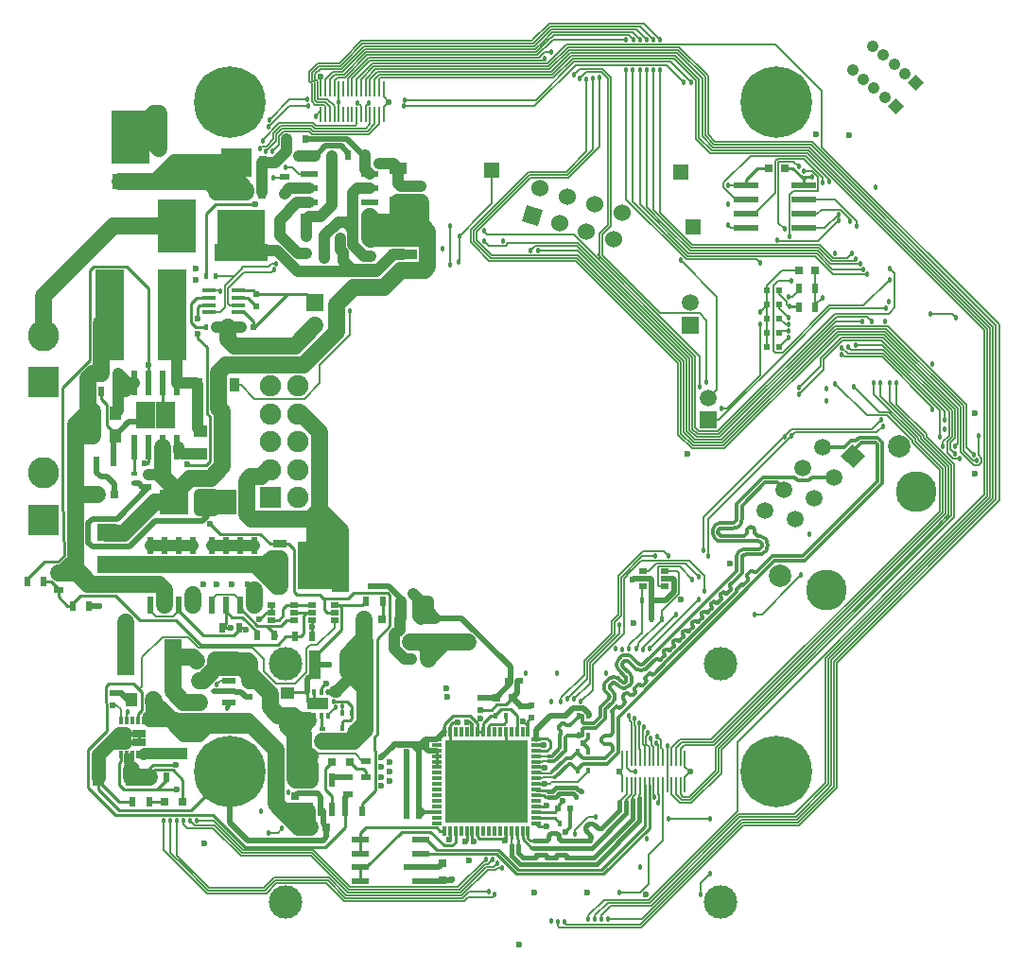
<source format=gbr>
G04 #@! TF.FileFunction,Copper,L4,Bot,Signal*
%FSLAX46Y46*%
G04 Gerber Fmt 4.6, Leading zero omitted, Abs format (unit mm)*
G04 Created by KiCad (PCBNEW 4.0.4-stable) date 02/27/17 08:41:19*
%MOMM*%
%LPD*%
G01*
G04 APERTURE LIST*
%ADD10C,0.100000*%
%ADD11R,0.900000X0.500000*%
%ADD12R,2.800000X2.800000*%
%ADD13C,2.800000*%
%ADD14R,0.200000X1.440000*%
%ADD15R,0.300000X0.850000*%
%ADD16R,0.850000X0.300000*%
%ADD17R,1.837500X1.837500*%
%ADD18R,0.400000X0.600000*%
%ADD19R,0.800000X0.750000*%
%ADD20R,3.360000X4.860000*%
%ADD21R,1.390000X1.400000*%
%ADD22R,1.600000X0.600000*%
%ADD23R,0.600000X0.800000*%
%ADD24R,1.549400X0.599440*%
%ADD25R,0.500000X0.900000*%
%ADD26R,1.500000X4.700000*%
%ADD27R,3.100000X4.200000*%
%ADD28R,1.150000X0.700000*%
%ADD29R,1.500000X1.500000*%
%ADD30C,1.500000*%
%ADD31R,2.790000X1.020000*%
%ADD32R,1.000000X1.600000*%
%ADD33R,0.500000X0.600000*%
%ADD34R,0.300000X0.650000*%
%ADD35R,1.240000X0.775000*%
%ADD36R,1.000000X1.250000*%
%ADD37R,1.900000X1.900000*%
%ADD38C,1.900000*%
%ADD39R,2.500000X2.300000*%
%ADD40R,0.750000X0.800000*%
%ADD41R,1.600000X1.000000*%
%ADD42R,0.900000X1.200000*%
%ADD43R,0.550000X0.600000*%
%ADD44R,0.800000X0.800000*%
%ADD45R,2.670000X2.540000*%
%ADD46R,0.762000X1.270000*%
%ADD47R,1.800860X1.597660*%
%ADD48R,1.500000X3.200000*%
%ADD49R,0.548640X1.198880*%
%ADD50C,6.400000*%
%ADD51R,4.700000X1.500000*%
%ADD52R,4.200000X3.100000*%
%ADD53R,0.700000X1.150000*%
%ADD54R,0.600000X0.400000*%
%ADD55R,1.800000X1.200000*%
%ADD56R,0.600000X2.200000*%
%ADD57R,0.800100X0.500380*%
%ADD58R,1.198880X0.548640*%
%ADD59R,0.599440X1.549400*%
%ADD60R,2.199640X0.599440*%
%ADD61R,1.250000X1.000000*%
%ADD62R,2.600000X8.200000*%
%ADD63R,1.000000X2.500000*%
%ADD64R,0.800000X0.900000*%
%ADD65R,0.600000X0.500000*%
%ADD66R,1.220000X0.400000*%
%ADD67R,2.500000X0.900000*%
%ADD68C,1.000000*%
%ADD69C,3.000000*%
%ADD70C,3.650000*%
%ADD71C,2.000000*%
%ADD72R,1.350000X1.350000*%
%ADD73R,1.900000X1.100000*%
%ADD74R,0.400000X0.500000*%
%ADD75C,1.524000*%
%ADD76C,0.457200*%
%ADD77C,0.600000*%
%ADD78C,0.250000*%
%ADD79C,0.200000*%
%ADD80C,0.127000*%
%ADD81C,0.400000*%
%ADD82C,0.500000*%
%ADD83C,0.300000*%
%ADD84C,1.250000*%
%ADD85C,0.700000*%
%ADD86C,1.500000*%
%ADD87C,0.750000*%
%ADD88C,0.253000*%
%ADD89C,0.175000*%
%ADD90C,0.450000*%
%ADD91C,0.350000*%
%ADD92C,0.150000*%
G04 APERTURE END LIST*
D10*
D11*
X128925000Y-81750000D03*
X128925000Y-83250000D03*
D12*
X107340400Y-100110400D03*
D13*
X107340400Y-95910400D03*
D14*
X159200000Y-136173600D03*
X159200000Y-133833600D03*
X159600000Y-136173600D03*
X159600000Y-133833600D03*
X160000000Y-136173600D03*
X160000000Y-133833600D03*
X160400000Y-136173600D03*
X160400000Y-133833600D03*
X160800000Y-136173600D03*
X160800000Y-133833600D03*
X161200000Y-136173600D03*
X161200000Y-133833600D03*
X161600000Y-136173600D03*
X161600000Y-133833600D03*
X162000000Y-136173600D03*
X162000000Y-133833600D03*
X162400000Y-136173600D03*
X162400000Y-133833600D03*
X162800000Y-136173600D03*
X162800000Y-133833600D03*
X163200000Y-136173600D03*
X163200000Y-133833600D03*
X163600000Y-136173600D03*
X163600000Y-133833600D03*
X164000000Y-136173600D03*
X164000000Y-133833600D03*
X164400000Y-136173600D03*
X164400000Y-133833600D03*
X164800000Y-136173600D03*
X164800000Y-133833600D03*
D15*
X150750000Y-140300000D03*
X150250000Y-140300000D03*
X149750000Y-140300000D03*
X149250000Y-140300000D03*
X148750000Y-140300000D03*
X148250000Y-140300000D03*
X147750000Y-140300000D03*
X147250000Y-140300000D03*
X146750000Y-140300000D03*
X146250000Y-140300000D03*
X145750000Y-140300000D03*
X145250000Y-140300000D03*
X144750000Y-140300000D03*
X144250000Y-140300000D03*
X143750000Y-140300000D03*
X143250000Y-140300000D03*
D16*
X142550000Y-139600000D03*
X142550000Y-139100000D03*
X142550000Y-138600000D03*
X142550000Y-138100000D03*
X142550000Y-137600000D03*
X142550000Y-137100000D03*
X142550000Y-136600000D03*
X142550000Y-136100000D03*
X142550000Y-135600000D03*
X142550000Y-135100000D03*
X142550000Y-134600000D03*
X142550000Y-134100000D03*
X142550000Y-133600000D03*
X142550000Y-133100000D03*
X142550000Y-132600000D03*
X142550000Y-132100000D03*
D15*
X143250000Y-131400000D03*
X143750000Y-131400000D03*
X144250000Y-131400000D03*
X144750000Y-131400000D03*
X145250000Y-131400000D03*
X145750000Y-131400000D03*
X146250000Y-131400000D03*
X146750000Y-131400000D03*
X147250000Y-131400000D03*
X147750000Y-131400000D03*
X148250000Y-131400000D03*
X148750000Y-131400000D03*
X149250000Y-131400000D03*
X149750000Y-131400000D03*
X150250000Y-131400000D03*
X150750000Y-131400000D03*
D16*
X151450000Y-132100000D03*
X151450000Y-132600000D03*
X151450000Y-133100000D03*
X151450000Y-133600000D03*
X151450000Y-134100000D03*
X151450000Y-134600000D03*
X151450000Y-135100000D03*
X151450000Y-135600000D03*
X151450000Y-136100000D03*
X151450000Y-136600000D03*
X151450000Y-137100000D03*
X151450000Y-137600000D03*
X151450000Y-138100000D03*
X151450000Y-138600000D03*
X151450000Y-139100000D03*
X151450000Y-139600000D03*
D17*
X144243750Y-133093750D03*
X146081250Y-133093750D03*
X147918750Y-133093750D03*
X149756250Y-133093750D03*
X144243750Y-134931250D03*
X146081250Y-134931250D03*
X147918750Y-134931250D03*
X149756250Y-134931250D03*
X144243750Y-136768750D03*
X146081250Y-136768750D03*
X147918750Y-136768750D03*
X149756250Y-136768750D03*
X144243750Y-138606250D03*
X146081250Y-138606250D03*
X147918750Y-138606250D03*
X149756250Y-138606250D03*
D18*
X153625000Y-139600000D03*
X154525000Y-139600000D03*
D19*
X147875000Y-128350000D03*
X149375000Y-128350000D03*
D18*
X148750000Y-129975000D03*
X147850000Y-129975000D03*
X156125000Y-133200000D03*
X155225000Y-133200000D03*
X156150000Y-130025000D03*
X155250000Y-130025000D03*
X156100000Y-134900000D03*
X155200000Y-134900000D03*
X156150000Y-131725000D03*
X155250000Y-131725000D03*
D20*
X119300000Y-86125000D03*
D21*
X120220000Y-82143000D03*
X118380000Y-82143000D03*
D22*
X141150000Y-144825000D03*
X135750000Y-144825000D03*
X141150000Y-143575000D03*
X141150000Y-142325000D03*
X141150000Y-141075000D03*
X135750000Y-143575000D03*
X135750000Y-142325000D03*
X135750000Y-141075000D03*
D23*
X129150000Y-78350000D03*
X130850000Y-78350000D03*
D24*
X131135140Y-85305000D03*
X131135140Y-84035000D03*
X131135140Y-82765000D03*
X131135140Y-81495000D03*
X136532640Y-81495000D03*
X136532640Y-82765000D03*
X136532640Y-84035000D03*
X136532640Y-85305000D03*
D25*
X129900000Y-122900000D03*
X131400000Y-122900000D03*
D26*
X133975000Y-116500000D03*
D27*
X131675000Y-116500000D03*
D28*
X128500000Y-118400000D03*
X128500000Y-117130000D03*
X128500000Y-115860000D03*
X128500000Y-114590000D03*
D29*
X166900000Y-103500000D03*
D30*
X166900000Y-101500000D03*
D31*
X118872000Y-133415000D03*
X118872000Y-130429000D03*
D32*
X115268000Y-135509000D03*
X112268000Y-135509000D03*
D33*
X113538000Y-129032000D03*
X113538000Y-127932000D03*
D34*
X116301000Y-133496500D03*
X115801000Y-133496500D03*
X115301000Y-133496500D03*
X114801000Y-133496500D03*
X114301000Y-133496500D03*
X114301000Y-130396500D03*
X114801000Y-130396500D03*
X115301000Y-130396500D03*
X115801000Y-130396500D03*
X116301000Y-130396500D03*
D35*
X114681000Y-131559000D03*
X115921000Y-131559000D03*
X114681000Y-132334000D03*
X115921000Y-132334000D03*
D25*
X116852000Y-135509000D03*
X118352000Y-135509000D03*
D36*
X111776000Y-104907000D03*
X113776000Y-104907000D03*
D37*
X127675000Y-110457000D03*
D38*
X127675000Y-107957000D03*
X127675000Y-105457000D03*
X127675000Y-102957000D03*
X127675000Y-100457000D03*
X130175000Y-110457000D03*
X130175000Y-107957000D03*
X130175000Y-105457000D03*
X130175000Y-102957000D03*
X130175000Y-100457000D03*
D39*
X119024000Y-110887000D03*
X123324000Y-110887000D03*
D40*
X129921000Y-135648000D03*
X129921000Y-137148000D03*
D19*
X131215000Y-139954000D03*
X132715000Y-139954000D03*
X173762800Y-80924400D03*
X172262800Y-80924400D03*
D41*
X139075000Y-84000000D03*
X139075000Y-81000000D03*
D40*
X141125000Y-84050000D03*
X141125000Y-82550000D03*
X136625000Y-88800000D03*
X136625000Y-87300000D03*
D19*
X131700000Y-79850000D03*
X133200000Y-79850000D03*
D40*
X130875000Y-88600000D03*
X130875000Y-87100000D03*
D42*
X121159000Y-100387000D03*
X124459000Y-100387000D03*
D43*
X125857000Y-128270000D03*
X125857000Y-126870000D03*
D44*
X134785000Y-134112000D03*
X133185000Y-134112000D03*
X112149000Y-110162000D03*
X113749000Y-110162000D03*
X119837000Y-137668000D03*
X118237000Y-137668000D03*
D23*
X132475000Y-89050000D03*
X134175000Y-89050000D03*
D45*
X124625000Y-80425000D03*
D46*
X126976000Y-80425000D03*
D47*
X113000000Y-116439720D03*
X113000000Y-113600000D03*
D48*
X114750000Y-124725000D03*
X118950000Y-124725000D03*
D49*
X133156960Y-138330940D03*
X132207000Y-138330940D03*
X131257040Y-138330940D03*
X131257040Y-135735060D03*
X133156960Y-135735060D03*
D50*
X173001100Y-135003600D03*
X124001100Y-135003600D03*
X124001100Y-75003600D03*
X173001100Y-75003600D03*
D51*
X125025000Y-88525000D03*
D52*
X125025000Y-86225000D03*
D53*
X123125000Y-83050000D03*
X124395000Y-83050000D03*
X125665000Y-83050000D03*
X126935000Y-83050000D03*
D11*
X108675000Y-117200000D03*
X108675000Y-118700000D03*
D25*
X109950000Y-120125000D03*
X111450000Y-120125000D03*
D54*
X115474000Y-108287000D03*
X115474000Y-109187000D03*
D25*
X105900000Y-117950000D03*
X107400000Y-117950000D03*
X122550000Y-125050000D03*
X121050000Y-125050000D03*
D11*
X136271000Y-135509000D03*
X136271000Y-134009000D03*
D25*
X113624000Y-107237000D03*
X112124000Y-107237000D03*
D11*
X134620000Y-135509000D03*
X134620000Y-137009000D03*
D25*
X128016000Y-122809000D03*
X126516000Y-122809000D03*
X115340000Y-137668000D03*
X116840000Y-137668000D03*
X136250000Y-119725000D03*
X137750000Y-119725000D03*
X123350000Y-122100000D03*
X124850000Y-122100000D03*
X132525000Y-87200000D03*
X134025000Y-87200000D03*
X134625000Y-79800000D03*
X136125000Y-79800000D03*
X128700000Y-79850000D03*
X130200000Y-79850000D03*
D55*
X116524000Y-102487000D03*
X116524000Y-103687000D03*
X118324000Y-102487000D03*
D56*
X119329000Y-105962000D03*
X118059000Y-105962000D03*
X116789000Y-105962000D03*
X115519000Y-105962000D03*
X115519000Y-100212000D03*
X116789000Y-100212000D03*
X118059000Y-100212000D03*
X119329000Y-100212000D03*
D55*
X118324000Y-103687000D03*
D57*
X133401520Y-120099520D03*
X131400000Y-120749760D03*
X133401520Y-121400000D03*
X133401520Y-120749760D03*
X131400000Y-121400000D03*
X131400000Y-120099520D03*
D58*
X123922940Y-126875040D03*
X123922940Y-127825000D03*
X123922940Y-128774960D03*
X121327060Y-128774960D03*
X121327060Y-126875040D03*
D59*
X120744000Y-120118860D03*
X119474000Y-120118860D03*
X118204000Y-120118860D03*
X116934000Y-120118860D03*
X116934000Y-114721360D03*
X118204000Y-114721360D03*
X119474000Y-114721360D03*
X120744000Y-114721360D03*
D57*
X129801520Y-120099520D03*
X127800000Y-120749760D03*
X129801520Y-121400000D03*
X129801520Y-120749760D03*
X127800000Y-121400000D03*
X127800000Y-120099520D03*
D59*
X126205000Y-120118860D03*
X124935000Y-120118860D03*
X123665000Y-120118860D03*
X122395000Y-120118860D03*
X122395000Y-114721360D03*
X123665000Y-114721360D03*
X124935000Y-114721360D03*
X126205000Y-114721360D03*
D60*
X175427640Y-82499200D03*
X175427640Y-83769200D03*
X175427640Y-85039200D03*
X175427640Y-86309200D03*
X170230800Y-86309200D03*
X170230800Y-85039200D03*
X170230800Y-83769200D03*
X170230800Y-82499200D03*
D36*
X117221000Y-128524000D03*
X115221000Y-128524000D03*
D33*
X116774000Y-108387000D03*
X116774000Y-109487000D03*
D61*
X121412000Y-104521000D03*
X121412000Y-106521000D03*
D36*
X111776000Y-102870000D03*
X113776000Y-102870000D03*
D62*
X113300000Y-94100000D03*
X118900000Y-94100000D03*
D25*
X112534000Y-99314000D03*
X114034000Y-99314000D03*
X114034000Y-100965000D03*
X112534000Y-100965000D03*
D19*
X176470448Y-90076400D03*
X174970448Y-90076400D03*
D25*
X174970448Y-93378400D03*
X176470448Y-93378400D03*
X174970448Y-91702000D03*
X176470448Y-91702000D03*
D61*
X129225000Y-129950000D03*
X129225000Y-127950000D03*
D63*
X134620000Y-125425000D03*
X131620000Y-125425000D03*
D40*
X143125000Y-143200000D03*
X143125000Y-144700000D03*
D18*
X134990000Y-129718000D03*
X134090000Y-129718000D03*
X134979000Y-131115000D03*
X134079000Y-131115000D03*
D54*
X132325000Y-132075000D03*
X132325000Y-131175000D03*
D19*
X141800000Y-124900000D03*
X140300000Y-124900000D03*
X140900000Y-119775000D03*
X139400000Y-119775000D03*
D44*
X136100000Y-121375000D03*
X137700000Y-121375000D03*
D18*
X161824200Y-119630930D03*
X160924200Y-119630930D03*
X161824200Y-121330930D03*
X162724200Y-121330930D03*
D64*
X139250000Y-121375000D03*
X141150000Y-121375000D03*
X140200000Y-123375000D03*
D57*
X161015680Y-118353840D03*
X163017200Y-117703600D03*
X161015680Y-117053360D03*
X161015680Y-117703600D03*
X163017200Y-117053360D03*
X163017200Y-118353840D03*
D29*
X131700000Y-93000000D03*
D30*
X131700000Y-95000000D03*
D20*
X115150000Y-78150000D03*
D21*
X114230000Y-82132000D03*
X116070000Y-82132000D03*
D25*
X135890000Y-138557000D03*
X134390000Y-138557000D03*
D33*
X126400000Y-92200000D03*
X126400000Y-93300000D03*
D65*
X125050000Y-95200000D03*
X126150000Y-95200000D03*
D18*
X122850000Y-95200000D03*
X121950000Y-95200000D03*
X121900000Y-90600000D03*
X122800000Y-90600000D03*
D29*
X165300000Y-95000000D03*
D30*
X165300000Y-93000000D03*
D66*
X124810000Y-91925000D03*
X124810000Y-92575000D03*
X124810000Y-93225000D03*
X124810000Y-93875000D03*
X122190000Y-93875000D03*
X122190000Y-93225000D03*
X122190000Y-92575000D03*
X122190000Y-91925000D03*
D67*
X139525000Y-85750000D03*
X139525000Y-88650000D03*
D10*
G36*
X183746977Y-76140337D02*
X182980933Y-75497549D01*
X183623721Y-74731505D01*
X184389765Y-75374293D01*
X183746977Y-76140337D01*
X183746977Y-76140337D01*
G37*
D68*
X182712473Y-74619581D02*
X182712473Y-74619581D01*
X181739596Y-73803240D02*
X181739596Y-73803240D01*
X180766720Y-72986900D02*
X180766720Y-72986900D01*
X179793843Y-72170560D02*
X179793843Y-72170560D01*
D10*
G36*
X185537508Y-73985956D02*
X184771464Y-73343168D01*
X185414252Y-72577124D01*
X186180296Y-73219912D01*
X185537508Y-73985956D01*
X185537508Y-73985956D01*
G37*
D68*
X184503004Y-72465200D02*
X184503004Y-72465200D01*
X183530127Y-71648859D02*
X183530127Y-71648859D01*
X182557251Y-70832519D02*
X182557251Y-70832519D01*
X181584374Y-70016179D02*
X181584374Y-70016179D01*
D69*
X168021000Y-125343000D03*
X168021000Y-146703000D03*
X129001000Y-146703000D03*
X129001000Y-125343000D03*
D65*
X173228000Y-91846400D03*
X172128000Y-91846400D03*
X173228000Y-96926400D03*
X172128000Y-96926400D03*
X173228000Y-95656400D03*
X172128000Y-95656400D03*
X173228000Y-94386400D03*
X172128000Y-94386400D03*
X173228000Y-93116400D03*
X172128000Y-93116400D03*
D12*
X107340400Y-112454800D03*
D13*
X107340400Y-108254800D03*
D14*
X137802200Y-73833600D03*
X137802200Y-76173600D03*
X137402200Y-73833600D03*
X137402200Y-76173600D03*
X137002200Y-73833600D03*
X137002200Y-76173600D03*
X136602200Y-73833600D03*
X136602200Y-76173600D03*
X136202200Y-73833600D03*
X136202200Y-76173600D03*
X135802200Y-73833600D03*
X135802200Y-76173600D03*
X135402200Y-73833600D03*
X135402200Y-76173600D03*
X135002200Y-73833600D03*
X135002200Y-76173600D03*
X134602200Y-73833600D03*
X134602200Y-76173600D03*
X134202200Y-73833600D03*
X134202200Y-76173600D03*
X133802200Y-73833600D03*
X133802200Y-76173600D03*
X133402200Y-73833600D03*
X133402200Y-76173600D03*
X133002200Y-73833600D03*
X133002200Y-76173600D03*
X132602200Y-73833600D03*
X132602200Y-76173600D03*
X132202200Y-73833600D03*
X132202200Y-76173600D03*
D33*
X146500000Y-128375000D03*
X146500000Y-129475000D03*
D65*
X140950000Y-133875000D03*
X139850000Y-133875000D03*
X148900000Y-126875000D03*
X150000000Y-126875000D03*
X140950000Y-135150000D03*
X139850000Y-135150000D03*
X153425000Y-138300000D03*
X154525000Y-138300000D03*
X140950000Y-136425000D03*
X139850000Y-136425000D03*
X140950000Y-137700000D03*
X139850000Y-137700000D03*
X140950000Y-138975000D03*
X139850000Y-138975000D03*
D33*
X151050000Y-130125000D03*
X151050000Y-129025000D03*
D70*
X177504083Y-118687568D03*
X185523338Y-109936086D03*
D10*
G36*
X179788733Y-105684980D02*
X180894649Y-106698366D01*
X179881263Y-107804282D01*
X178775347Y-106790896D01*
X179788733Y-105684980D01*
X179788733Y-105684980D01*
G37*
D30*
X177104314Y-105964974D03*
X178118999Y-108617315D03*
X175388315Y-107837659D03*
X176403000Y-110490000D03*
X173672316Y-109710343D03*
X174687001Y-112362684D03*
X171956317Y-111583027D03*
D71*
X173322051Y-117493526D03*
X183962597Y-105881408D03*
D72*
X164425000Y-81325000D03*
X165525000Y-86175000D03*
X147500000Y-81125000D03*
D73*
X131905000Y-128924244D03*
D74*
X132855000Y-129974244D03*
X132230000Y-129974244D03*
X131580000Y-129974244D03*
X130955000Y-129974244D03*
X130955000Y-127874244D03*
X131580000Y-127874244D03*
X132230000Y-127874244D03*
X132855000Y-127874244D03*
D10*
G36*
X151637000Y-86125443D02*
X150175759Y-85692604D01*
X150608598Y-84231363D01*
X152069839Y-84664202D01*
X151637000Y-86125443D01*
X151637000Y-86125443D01*
G37*
D75*
X151844198Y-82743001D03*
X153558201Y-85899802D03*
X154279600Y-83464400D03*
X155993603Y-86621201D03*
X156715002Y-84185799D03*
X158429005Y-87342600D03*
X159150404Y-84907198D03*
D76*
X188041054Y-104357864D03*
D77*
X138277600Y-75006200D03*
D76*
X134154998Y-129178913D03*
D77*
X158900000Y-135000000D03*
D76*
X131905000Y-128924244D03*
D77*
X160175000Y-121725000D03*
X165050000Y-106525000D03*
X132925000Y-125425000D03*
X136625000Y-118397999D03*
D76*
X129329701Y-136825000D03*
D77*
X120975000Y-90985390D03*
X120975000Y-89975000D03*
D76*
X134803600Y-93750000D03*
D77*
X112350000Y-120125000D03*
X114299992Y-127932000D03*
D76*
X118324000Y-102487000D03*
X118324000Y-103687000D03*
X116524000Y-103687000D03*
X116524000Y-102487000D03*
X181850000Y-82700000D03*
D77*
X179500000Y-77975000D03*
X176575000Y-77875000D03*
D76*
X168669398Y-82475000D03*
X182725000Y-94656094D03*
D77*
X143950000Y-144650000D03*
X190750000Y-108275000D03*
D76*
X157700000Y-126200000D03*
X153300000Y-126200000D03*
X150525000Y-126200000D03*
X160775000Y-143525000D03*
X177475000Y-101825000D03*
X178250000Y-88550000D03*
D77*
X190725000Y-102925000D03*
X139850000Y-133221639D03*
D76*
X171500800Y-93827600D03*
D77*
X154076400Y-140411200D03*
X151333200Y-145846800D03*
X156057600Y-145846800D03*
X161329604Y-145964068D03*
X150150000Y-129150000D03*
X144425074Y-130548735D03*
X121775000Y-141375000D03*
D76*
X122575000Y-127825000D03*
D77*
X131400000Y-122000000D03*
D76*
X174091600Y-95529403D03*
X174091600Y-94360997D03*
D77*
X120142000Y-131572000D03*
X121285000Y-131572000D03*
D76*
X183100000Y-90925000D03*
X174332900Y-91064603D03*
X168650000Y-86050000D03*
X178555320Y-85075000D03*
X177725000Y-82175000D03*
X177137061Y-82200000D03*
X133500000Y-129245558D03*
D77*
X126700000Y-121350191D03*
X125513615Y-122294261D03*
D76*
X174091600Y-96113606D03*
X122832871Y-127197508D03*
X168050000Y-102450000D03*
X128723102Y-140101898D03*
X127541151Y-140483849D03*
X171502514Y-94949740D03*
X174091600Y-94945200D03*
X180150000Y-86150000D03*
X179596058Y-85728942D03*
D77*
X119225000Y-134352002D03*
X124100000Y-122100000D03*
D76*
X114828001Y-134235001D03*
X114935000Y-129667000D03*
D77*
X126205000Y-118735838D03*
X114750000Y-121575000D03*
X120744000Y-119116838D03*
X125682311Y-118213149D03*
X124200000Y-118213149D03*
X122875000Y-118213149D03*
X121647689Y-118213149D03*
X116789000Y-98550000D03*
X119285000Y-136575000D03*
D76*
X179436455Y-96995847D03*
X177100000Y-92525000D03*
X188041044Y-103519663D03*
X178602622Y-85657284D03*
X173045109Y-87406429D03*
X174085084Y-92487786D03*
X165392100Y-73296282D03*
X139708391Y-74834555D03*
X164667552Y-73232181D03*
X139623800Y-75412600D03*
D77*
X154133611Y-130003611D03*
X155675000Y-132475000D03*
D76*
X175948401Y-113718401D03*
X152806400Y-128676400D03*
D77*
X152200000Y-134625000D03*
X152275699Y-136081072D03*
X152403027Y-139878461D03*
X148700000Y-141125000D03*
X153825000Y-137617000D03*
X150302000Y-130475000D03*
D76*
X152260300Y-71145400D03*
X155324784Y-72960545D03*
X166144100Y-100495100D03*
X182400000Y-103500000D03*
X165455600Y-117754400D03*
X162080600Y-137309117D03*
X166448390Y-115163600D03*
X173700000Y-104975000D03*
X154851100Y-72541435D03*
X152819100Y-70561200D03*
X166751000Y-100076000D03*
X174328670Y-104939027D03*
X182514571Y-104072858D03*
X162380900Y-137810227D03*
X166867490Y-115685550D03*
X166053586Y-117562814D03*
D77*
X152425000Y-138050000D03*
X145877003Y-141250000D03*
X145150000Y-141250000D03*
X152175000Y-132575000D03*
D76*
X133324020Y-128688492D03*
D77*
X132715000Y-127124242D03*
D76*
X159798974Y-123998725D03*
X160425000Y-123964398D03*
X189038071Y-94300000D03*
X186750000Y-93976520D03*
X146812000Y-86575900D03*
X183100000Y-89925000D03*
X127900000Y-81775000D03*
X133800000Y-75006451D03*
D77*
X168808400Y-116382800D03*
X160070800Y-117805200D03*
D76*
X163200000Y-132700000D03*
D77*
X145325000Y-130547998D03*
X143697990Y-141045979D03*
X142450000Y-121225000D03*
X141850000Y-120650000D03*
X140425000Y-119050000D03*
X136140001Y-127508000D03*
X136140001Y-126390001D03*
X136100000Y-125125000D03*
X136100000Y-123952000D03*
X136100000Y-123063000D03*
X143475000Y-128300000D03*
X143425000Y-127500000D03*
X145375000Y-123375000D03*
X144550000Y-123375000D03*
X117675000Y-79200000D03*
X117650000Y-76050000D03*
X117650000Y-77100000D03*
X117675000Y-78150000D03*
D76*
X182775000Y-93525000D03*
X144564100Y-89373000D03*
X144576800Y-87041649D03*
X129019300Y-80899000D03*
X164395415Y-89154585D03*
D77*
X120200000Y-107448000D03*
X121151429Y-95752000D03*
X121127000Y-94450000D03*
X122298889Y-112800000D03*
X116400013Y-107400000D03*
D76*
X187611839Y-105000000D03*
X175209265Y-117348603D03*
X178852696Y-97018572D03*
X170992800Y-120904000D03*
X186929675Y-102530349D03*
X178829972Y-97602331D03*
X143052800Y-88133859D03*
D77*
X139875000Y-143575000D03*
X130194999Y-130424245D03*
X130624990Y-131572000D03*
X129921000Y-131574804D03*
X130624990Y-133029168D03*
X129921000Y-133604000D03*
X131257040Y-133661218D03*
X131257040Y-134366000D03*
X130008060Y-134405940D03*
X132199562Y-85305000D03*
X137454033Y-80572262D03*
X121325000Y-111575000D03*
X121325000Y-110875000D03*
X121325000Y-110175000D03*
X132180067Y-72736812D03*
D76*
X131724400Y-76314300D03*
X176168194Y-81764892D03*
X126875000Y-138575000D03*
X123750000Y-129296370D03*
X148525000Y-87475000D03*
X168700000Y-84175000D03*
D77*
X145475000Y-142904000D03*
D76*
X186916757Y-98458243D03*
D77*
X126300000Y-84175000D03*
D76*
X174175000Y-93350000D03*
X177475000Y-100725000D03*
X183025000Y-92925000D03*
X161341822Y-140971022D03*
D77*
X146507200Y-130200400D03*
X164451180Y-119610696D03*
X165250000Y-135000000D03*
X149925000Y-150475000D03*
X138348720Y-135803640D03*
X138343640Y-134965440D03*
X138333480Y-134147560D03*
X137598001Y-136255760D03*
X137598001Y-135453120D03*
X137598001Y-134599680D03*
X137601960Y-133715760D03*
D76*
X156798319Y-139050000D03*
X154975000Y-140575000D03*
X163300000Y-139175000D03*
X167050000Y-139175000D03*
X174991666Y-80833833D03*
X173718219Y-86395668D03*
X175419912Y-81231195D03*
X174137319Y-87100000D03*
X158891508Y-121818400D03*
X154894810Y-128455602D03*
X166573200Y-118821200D03*
X155490920Y-128709601D03*
X162102800Y-115685549D03*
X154256584Y-128452814D03*
X153691824Y-128705376D03*
X163293300Y-115685549D03*
X164033200Y-120904000D03*
X161009570Y-124027738D03*
X166027100Y-119585836D03*
X161625000Y-123964398D03*
X157909203Y-148175000D03*
X178225000Y-100238800D03*
X157325000Y-148175000D03*
X179951801Y-100550000D03*
X156740797Y-148175000D03*
X181141485Y-90453963D03*
X160155513Y-69435223D03*
X160150000Y-72199283D03*
X156156594Y-148175000D03*
X180771614Y-90001761D03*
X160750000Y-69437012D03*
X160750000Y-72199283D03*
X158554468Y-123964398D03*
X161375000Y-72199283D03*
X161375000Y-69437012D03*
X180485344Y-89492506D03*
X159215237Y-124028101D03*
X161975000Y-69437012D03*
X161975000Y-72199283D03*
X180093479Y-89059223D03*
X161444196Y-131527818D03*
X179755800Y-88582500D03*
X162575000Y-69437012D03*
X162575000Y-72199283D03*
X161750052Y-132025558D03*
X160274127Y-130244770D03*
X159550000Y-72199283D03*
X159550000Y-69437012D03*
X171513500Y-89420700D03*
X160325000Y-135000000D03*
X159761001Y-129965497D03*
X183147404Y-100175000D03*
X161140325Y-131028865D03*
X181725000Y-100200000D03*
X160704549Y-130639775D03*
X182309203Y-100200000D03*
X183750000Y-100175000D03*
X128207499Y-89492501D03*
X146796895Y-87460749D03*
X181550000Y-94656093D03*
X143802100Y-86156800D03*
X143800000Y-89600000D03*
X123205900Y-91950000D03*
X150952200Y-88322880D03*
X128032445Y-90049858D03*
X180705449Y-94656094D03*
X153390828Y-148455900D03*
X153975000Y-148450000D03*
X126722283Y-79164566D03*
X119886595Y-139373611D03*
X148030692Y-143168537D03*
X152784912Y-148390088D03*
X126961900Y-78524100D03*
X119303590Y-139410989D03*
X148425000Y-143599598D03*
X127857149Y-79482849D03*
X146965797Y-142832600D03*
X121075000Y-139373611D03*
X127273998Y-79418576D03*
X120470798Y-139373611D03*
X147550000Y-142832600D03*
X162301637Y-131833085D03*
X162250001Y-132425000D03*
X155500284Y-136799716D03*
X155049716Y-137250284D03*
X190664199Y-106617007D03*
X151675000Y-88322880D03*
X158925000Y-145850000D03*
X155989728Y-72975001D03*
X167014394Y-144155900D03*
X166188654Y-146013655D03*
X188993588Y-105840556D03*
X157149800Y-72821800D03*
X190960364Y-107146938D03*
X156568776Y-72897575D03*
X191093234Y-104937891D03*
X175045692Y-100586550D03*
X188994448Y-106525141D03*
X175049939Y-101175000D03*
X189425000Y-106950000D03*
X187901376Y-105850000D03*
X180075000Y-96764344D03*
X130962400Y-74790300D03*
X136460634Y-75100435D03*
X127555035Y-76605883D03*
X118135371Y-139400771D03*
X147775000Y-145975000D03*
X131038600Y-75399900D03*
X135483600Y-75097998D03*
X127528059Y-77225556D03*
X118719560Y-139396840D03*
X147225000Y-145750802D03*
D78*
X143750000Y-131400000D02*
X143750000Y-137443750D01*
X143750000Y-137443750D02*
X144912500Y-138606250D01*
X144912500Y-138606250D02*
X146081250Y-138606250D01*
X144425074Y-130548735D02*
X144000810Y-130548735D01*
X144000810Y-130548735D02*
X143750000Y-130799545D01*
X143750000Y-130799545D02*
X143750000Y-131400000D01*
D79*
X137802200Y-73833600D02*
X137802200Y-74530800D01*
X137802200Y-74530800D02*
X138277600Y-75006200D01*
X137802200Y-76173600D02*
X137802200Y-75481600D01*
X137802200Y-75481600D02*
X138277600Y-75006200D01*
D80*
X134090000Y-129718000D02*
X134090000Y-129243911D01*
X134090000Y-129243911D02*
X134154998Y-129178913D01*
D79*
X159200000Y-133833600D02*
X159200000Y-134700000D01*
X159200000Y-134700000D02*
X158900000Y-135000000D01*
X159200000Y-136173600D02*
X159200000Y-135300000D01*
X159200000Y-135300000D02*
X158900000Y-135000000D01*
D80*
X146081250Y-138606250D02*
X144243750Y-136768750D01*
X146081250Y-138606250D02*
X148964500Y-138606250D01*
X148964500Y-138606250D02*
X149756250Y-137814500D01*
X149756250Y-137814500D02*
X149756250Y-136768750D01*
X147918750Y-138606250D02*
X146081250Y-138606250D01*
X147918750Y-138606250D02*
X147918750Y-134931250D01*
X147918750Y-138606250D02*
X146081250Y-136768750D01*
X146081250Y-138606250D02*
X147918750Y-136768750D01*
D81*
X146081250Y-138606250D02*
X146081250Y-136768750D01*
D78*
X115921000Y-132334000D02*
X114681000Y-132334000D01*
X115921000Y-131559000D02*
X115921000Y-132334000D01*
D80*
X134090000Y-129718000D02*
X134090000Y-129509999D01*
D82*
X139400000Y-119775000D02*
X139400000Y-119511449D01*
X139400000Y-119511449D02*
X138286550Y-118397999D01*
X138286550Y-118397999D02*
X137049264Y-118397999D01*
X137049264Y-118397999D02*
X136625000Y-118397999D01*
X131620000Y-125425000D02*
X132925000Y-125425000D01*
D78*
X133401520Y-120099520D02*
X133855122Y-120099520D01*
X133855122Y-120099520D02*
X134053571Y-120297969D01*
X134053571Y-120297969D02*
X134053571Y-122241429D01*
X134053571Y-122241429D02*
X131620000Y-124675000D01*
X131620000Y-124675000D02*
X131620000Y-125425000D01*
D80*
X132100000Y-98549320D02*
X134803600Y-95845720D01*
X134803600Y-95845720D02*
X134803600Y-93750000D01*
X132100000Y-100219942D02*
X132100000Y-98549320D01*
X124459000Y-100387000D02*
X125036000Y-100387000D01*
X125036000Y-100387000D02*
X126246501Y-101597501D01*
X126246501Y-101597501D02*
X130722441Y-101597501D01*
X130722441Y-101597501D02*
X132100000Y-100219942D01*
D78*
X126400000Y-92200000D02*
X129400000Y-92200000D01*
X129400000Y-92200000D02*
X130900000Y-92200000D01*
X126150000Y-95200000D02*
X126200000Y-95200000D01*
X126200000Y-95200000D02*
X129200000Y-92200000D01*
X129200000Y-92200000D02*
X129400000Y-92200000D01*
D82*
X111450000Y-120125000D02*
X112350000Y-120125000D01*
X113538000Y-127932000D02*
X114299992Y-127932000D01*
X115221000Y-128524000D02*
X114891992Y-128524000D01*
X114891992Y-128524000D02*
X114299992Y-127932000D01*
D78*
X115921000Y-131559000D02*
X114681000Y-131559000D01*
X118059000Y-100212000D02*
X118059000Y-102222000D01*
X118059000Y-102222000D02*
X118324000Y-102487000D01*
X112534000Y-100965000D02*
X112534000Y-101665000D01*
X112534000Y-101665000D02*
X113023999Y-102154999D01*
X113023999Y-102154999D02*
X113023999Y-104029999D01*
X113023999Y-104029999D02*
X113776000Y-104782000D01*
X113776000Y-104782000D02*
X113776000Y-104907000D01*
D82*
X113776000Y-104907000D02*
X114996000Y-103687000D01*
X114996000Y-103687000D02*
X116524000Y-103687000D01*
X113624000Y-107237000D02*
X113624000Y-105059000D01*
X113624000Y-105059000D02*
X113776000Y-104907000D01*
D80*
X170230800Y-82499200D02*
X168693598Y-82499200D01*
X168693598Y-82499200D02*
X168669398Y-82475000D01*
X169625657Y-82499200D02*
X170230800Y-82499200D01*
D82*
X143125000Y-144700000D02*
X143900000Y-144700000D01*
X143900000Y-144700000D02*
X143950000Y-144650000D01*
X141150000Y-144825000D02*
X143000000Y-144825000D01*
X143000000Y-144825000D02*
X143125000Y-144700000D01*
D78*
X130900000Y-92200000D02*
X131700000Y-93000000D01*
D80*
X174970448Y-90076400D02*
X173521000Y-90076400D01*
X173521000Y-90076400D02*
X172128000Y-91469400D01*
X172128000Y-91469400D02*
X172128000Y-91846400D01*
D78*
X170230800Y-82499200D02*
X171030900Y-82499200D01*
X149375000Y-128350000D02*
X149350000Y-128350000D01*
X149350000Y-128350000D02*
X148722999Y-128977001D01*
X148722999Y-128977001D02*
X147957947Y-128977001D01*
X147957947Y-128977001D02*
X147459948Y-129475000D01*
X147459948Y-129475000D02*
X146500000Y-129475000D01*
D82*
X150150000Y-129150000D02*
X150925000Y-129150000D01*
X150925000Y-129150000D02*
X151050000Y-129025000D01*
D83*
X154525000Y-139600000D02*
X154525000Y-138300000D01*
D82*
X139850000Y-133875000D02*
X139850000Y-133221639D01*
X139850000Y-137700000D02*
X139850000Y-138975000D01*
X139850000Y-136425000D02*
X139850000Y-137700000D01*
X139850000Y-135150000D02*
X139850000Y-136425000D01*
X139850000Y-133875000D02*
X139850000Y-135150000D01*
D78*
X170230800Y-82499200D02*
X170230800Y-81949480D01*
X170230800Y-81949480D02*
X171255880Y-80924400D01*
X171255880Y-80924400D02*
X171612800Y-80924400D01*
X171612800Y-80924400D02*
X172262800Y-80924400D01*
D80*
X172128000Y-91846400D02*
X172128000Y-93200400D01*
X172128000Y-93200400D02*
X171500800Y-93827600D01*
X172128000Y-95656400D02*
X172128000Y-96033400D01*
X172128000Y-96033400D02*
X172128000Y-96926400D01*
X172128000Y-94386400D02*
X172128000Y-94763400D01*
X172128000Y-94763400D02*
X172128000Y-95656400D01*
X172128000Y-93116400D02*
X172128000Y-93493400D01*
X172128000Y-93493400D02*
X172128000Y-94386400D01*
D83*
X154525000Y-139600000D02*
X154525000Y-139962600D01*
X154525000Y-139962600D02*
X154076400Y-140411200D01*
X147127001Y-136925000D02*
X148981250Y-136925000D01*
X148981250Y-136925000D02*
X149756250Y-136150000D01*
X149756250Y-136150000D02*
X149756250Y-134312500D01*
X149756250Y-134312500D02*
X149756250Y-133093750D01*
X149756250Y-134312500D02*
X147300000Y-136768750D01*
X147300000Y-136768750D02*
X146081250Y-136768750D01*
X147918750Y-134931250D02*
X147918750Y-133093750D01*
X146081250Y-133093750D02*
X147918750Y-133093750D01*
X144243750Y-133093750D02*
X144243750Y-134931250D01*
X146081250Y-133093750D02*
X146081250Y-135879249D01*
X146081250Y-135879249D02*
X147127001Y-136925000D01*
X147918750Y-134931250D02*
X147918750Y-136133251D01*
X147918750Y-136133251D02*
X147127001Y-136925000D01*
X146081250Y-134931250D02*
X146081250Y-135879249D01*
X147918750Y-138606250D02*
X147918750Y-137716749D01*
X147918750Y-137716749D02*
X147127001Y-136925000D01*
X149756250Y-138606250D02*
X149756250Y-137387500D01*
X149756250Y-137387500D02*
X149293750Y-136925000D01*
X149293750Y-136925000D02*
X147551265Y-136925000D01*
X147551265Y-136925000D02*
X147127001Y-136925000D01*
X146081250Y-138606250D02*
X146081250Y-137970751D01*
X146081250Y-137970751D02*
X147127001Y-136925000D01*
X144243750Y-138606250D02*
X144243750Y-137387500D01*
X144243750Y-137387500D02*
X144706250Y-136925000D01*
X144706250Y-136925000D02*
X146702737Y-136925000D01*
X146702737Y-136925000D02*
X147127001Y-136925000D01*
X144243750Y-136768750D02*
X146970751Y-136768750D01*
X146970751Y-136768750D02*
X147127001Y-136925000D01*
D82*
X150150000Y-129150000D02*
X150150000Y-129125000D01*
X150150000Y-129125000D02*
X149375000Y-128350000D01*
D78*
X147127001Y-136925000D02*
X146237500Y-136925000D01*
X146237500Y-136925000D02*
X146081250Y-136768750D01*
X143750000Y-131400000D02*
X143750000Y-132600000D01*
X143750000Y-132600000D02*
X144243750Y-133093750D01*
X148750000Y-132262500D02*
X147918750Y-133093750D01*
X148750000Y-131400000D02*
X148750000Y-132262500D01*
D82*
X149375000Y-128350000D02*
X149802010Y-127922990D01*
X149802010Y-127922990D02*
X149802010Y-127134716D01*
X149802010Y-127134716D02*
X149802010Y-126875000D01*
X123922940Y-127825000D02*
X122575000Y-127825000D01*
D68*
X140300000Y-124900000D02*
X139674377Y-124900000D01*
X138749990Y-122745352D02*
X139250000Y-122245342D01*
X139674377Y-124900000D02*
X138749990Y-123975613D01*
X138749990Y-123975613D02*
X138749990Y-122745352D01*
X139250000Y-122245342D02*
X139250000Y-121375000D01*
X139400000Y-119775000D02*
X139400000Y-121225000D01*
X139400000Y-121225000D02*
X139250000Y-121375000D01*
D82*
X123922940Y-127825000D02*
X125090030Y-127857045D01*
X125857000Y-128270000D02*
X125502985Y-128270000D01*
X125502985Y-128270000D02*
X125090030Y-127857045D01*
X131620000Y-125425000D02*
X131620000Y-126060194D01*
X131620000Y-126060194D02*
X130955000Y-126725194D01*
X130955000Y-126725194D02*
X130955000Y-127874244D01*
X132715000Y-139954000D02*
X132715000Y-140829000D01*
X124001100Y-139529083D02*
X124001100Y-135003600D01*
X125626026Y-141154009D02*
X124001100Y-139529083D01*
X132389991Y-141154009D02*
X125626026Y-141154009D01*
X132715000Y-140829000D02*
X132389991Y-141154009D01*
D84*
X114681000Y-131559000D02*
X114168000Y-131559000D01*
X114168000Y-131559000D02*
X112268000Y-133459000D01*
X112268000Y-133459000D02*
X112268000Y-135509000D01*
X114681000Y-132334000D02*
X113393000Y-132334000D01*
X113393000Y-132334000D02*
X112268000Y-133459000D01*
D82*
X132207000Y-138330940D02*
X132207000Y-137231500D01*
X132207000Y-137231500D02*
X131910570Y-136935070D01*
X131910570Y-136935070D02*
X130133930Y-136935070D01*
X130133930Y-136935070D02*
X129921000Y-137148000D01*
X132715000Y-139954000D02*
X132432639Y-139671639D01*
X132432639Y-139671639D02*
X132432639Y-138556579D01*
X132432639Y-138556579D02*
X132207000Y-138330940D01*
D78*
X112268000Y-135509000D02*
X112268000Y-136559000D01*
X112268000Y-136559000D02*
X114152001Y-138443001D01*
X114152001Y-138443001D02*
X120561699Y-138443001D01*
X120561699Y-138443001D02*
X124001100Y-135003600D01*
X115340000Y-137668000D02*
X114127000Y-137668000D01*
X114127000Y-137668000D02*
X112268000Y-135809000D01*
X112268000Y-135809000D02*
X112268000Y-135509000D01*
X133401520Y-120099520D02*
X135875480Y-120099520D01*
X135875480Y-120099520D02*
X136250000Y-119725000D01*
X131400000Y-121400000D02*
X131400000Y-122000000D01*
X130955000Y-127874244D02*
X129300756Y-127874244D01*
X129300756Y-127874244D02*
X129225000Y-127950000D01*
X130955000Y-127874244D02*
X130955000Y-128724244D01*
X130955000Y-128724244D02*
X131155000Y-128924244D01*
X131580000Y-127874244D02*
X131580000Y-128599244D01*
X131580000Y-128599244D02*
X131905000Y-128924244D01*
D85*
X126050000Y-132954700D02*
X124001100Y-135003600D01*
D78*
X126150000Y-94700000D02*
X126150000Y-95200000D01*
X126400000Y-92250000D02*
X126400000Y-92200000D01*
X131400000Y-122900000D02*
X131400000Y-122000000D01*
X124810000Y-91925000D02*
X126125000Y-91925000D01*
X126125000Y-91925000D02*
X126400000Y-92200000D01*
X124810000Y-93875000D02*
X125325000Y-93875000D01*
X125325000Y-93875000D02*
X126150000Y-94700000D01*
D80*
X174091600Y-95529403D02*
X173354997Y-95529403D01*
X173354997Y-95529403D02*
X173228000Y-95656400D01*
X173278800Y-95605600D02*
X173228000Y-95656400D01*
X174091600Y-94360997D02*
X173228000Y-93497397D01*
X173228000Y-93497397D02*
X173228000Y-93116400D01*
D68*
X118370000Y-93726000D02*
X119329000Y-94685000D01*
X119329000Y-94685000D02*
X119329000Y-100212000D01*
X119329000Y-100212000D02*
X120984000Y-100212000D01*
X120984000Y-100212000D02*
X121159000Y-100387000D01*
X121159000Y-100387000D02*
X121159000Y-104268000D01*
X121159000Y-104268000D02*
X121412000Y-104521000D01*
X121412000Y-106521000D02*
X119787000Y-106521000D01*
X119787000Y-106521000D02*
X119509010Y-106243010D01*
X119509010Y-106243010D02*
X119509010Y-105962000D01*
X114034000Y-100965000D02*
X114034000Y-102612000D01*
X114034000Y-102612000D02*
X113776000Y-102870000D01*
X114034000Y-100965000D02*
X114766000Y-100965000D01*
X114766000Y-100965000D02*
X115519000Y-100212000D01*
X114034000Y-100965000D02*
X114034000Y-99314000D01*
X115519000Y-100212000D02*
X114932000Y-100212000D01*
X114932000Y-100212000D02*
X114034000Y-99314000D01*
D82*
X131257040Y-138330940D02*
X131149740Y-138330940D01*
X131149740Y-138330940D02*
X130982679Y-138498001D01*
D78*
X116301000Y-130396500D02*
X118839500Y-130396500D01*
X118839500Y-130396500D02*
X118872000Y-130429000D01*
D86*
X118872000Y-130429000D02*
X118664499Y-130221499D01*
X118664499Y-130221499D02*
X117301001Y-130221499D01*
X117301001Y-130221499D02*
X116901001Y-130221499D01*
X126584502Y-131445000D02*
X125614472Y-130474970D01*
X130982679Y-139690381D02*
X130982679Y-138498001D01*
X128151101Y-137863103D02*
X128785999Y-138498001D01*
X128785999Y-138498001D02*
X130982679Y-138498001D01*
X128151101Y-133011599D02*
X126584502Y-131445000D01*
X128151101Y-137863103D02*
X128151101Y-133011599D01*
X130241998Y-139954000D02*
X128151101Y-137863103D01*
X131215000Y-139954000D02*
X130241998Y-139954000D01*
X125614472Y-130474970D02*
X119195793Y-130474970D01*
X125993101Y-130853599D02*
X126584502Y-131445000D01*
X122003401Y-130853599D02*
X125993101Y-130853599D01*
X121285000Y-131572000D02*
X122003401Y-130853599D01*
X131215000Y-139954000D02*
X130982679Y-139721679D01*
X130982679Y-139721679D02*
X130982679Y-139690381D01*
X119195793Y-130474970D02*
X119149823Y-130429000D01*
X119149823Y-130429000D02*
X118872000Y-130429000D01*
X118872000Y-130429000D02*
X120015000Y-131572000D01*
X120015000Y-131572000D02*
X121285000Y-131572000D01*
X117221000Y-128524000D02*
X117221000Y-128778000D01*
X117221000Y-128778000D02*
X118872000Y-130429000D01*
X117301001Y-130221499D02*
X117301001Y-128604001D01*
X117301001Y-128604001D02*
X117221000Y-128524000D01*
D68*
X125050000Y-95200000D02*
X123900000Y-95200000D01*
D86*
X124456989Y-96856989D02*
X123900000Y-96300000D01*
D68*
X123900000Y-95200000D02*
X122850000Y-95200000D01*
D86*
X123900000Y-96300000D02*
X123900000Y-95200000D01*
X131700000Y-95000000D02*
X129843011Y-96856989D01*
X129843011Y-96856989D02*
X124456989Y-96856989D01*
D68*
X135057939Y-86164721D02*
X134643218Y-85750000D01*
X134643218Y-85750000D02*
X133775000Y-85750000D01*
X133775000Y-85750000D02*
X132525000Y-87000000D01*
X132525000Y-87000000D02*
X132525000Y-87200000D01*
X136532640Y-82765000D02*
X135468218Y-82765000D01*
X135057939Y-86164721D02*
X135082630Y-86189412D01*
X135468218Y-82765000D02*
X135057939Y-83175279D01*
X135057939Y-83175279D02*
X135057939Y-86164721D01*
X135082630Y-87808253D02*
X136074377Y-88800000D01*
X136074377Y-88800000D02*
X136625000Y-88800000D01*
X134603602Y-85950000D02*
X134843218Y-85950000D01*
X134843218Y-85950000D02*
X135082630Y-86189412D01*
X135082630Y-86189412D02*
X135082630Y-87808253D01*
X132525000Y-87200000D02*
X132525000Y-89000000D01*
X132525000Y-89000000D02*
X132475000Y-89050000D01*
X135082630Y-87808253D02*
X135082630Y-86429028D01*
X135082630Y-86429028D02*
X134603602Y-85950000D01*
D82*
X134625000Y-79800000D02*
X134625000Y-79600000D01*
X131746398Y-79850000D02*
X131700000Y-79850000D01*
X134625000Y-79600000D02*
X133997990Y-78972990D01*
X133997990Y-78972990D02*
X132623408Y-78972990D01*
X132623408Y-78972990D02*
X131746398Y-79850000D01*
D68*
X130200000Y-79850000D02*
X131700000Y-79850000D01*
X128525000Y-87006168D02*
X128525000Y-85580718D01*
X128525000Y-85580718D02*
X130070718Y-84035000D01*
X130070718Y-84035000D02*
X131135140Y-84035000D01*
X130875000Y-88600000D02*
X130118832Y-88600000D01*
X130118832Y-88600000D02*
X128525000Y-87006168D01*
D86*
X123125000Y-83050000D02*
X122218000Y-82143000D01*
X122218000Y-82143000D02*
X118380000Y-82143000D01*
X118380000Y-82143000D02*
X117400000Y-82143000D01*
X117400000Y-82143000D02*
X116081000Y-82143000D01*
X124625000Y-80425000D02*
X119118000Y-80425000D01*
X119118000Y-80425000D02*
X117400000Y-82143000D01*
X124625000Y-80425000D02*
X120098000Y-80425000D01*
X120098000Y-80425000D02*
X118380000Y-82143000D01*
X124625000Y-80425000D02*
X121938000Y-80425000D01*
X121938000Y-80425000D02*
X120220000Y-82143000D01*
X123488000Y-82143000D02*
X121975000Y-82143000D01*
X121975000Y-82143000D02*
X120220000Y-82143000D01*
X124625000Y-80425000D02*
X123693000Y-80425000D01*
X123693000Y-80425000D02*
X121975000Y-82143000D01*
X116070000Y-82132000D02*
X114230000Y-82132000D01*
X116081000Y-82143000D02*
X116070000Y-82132000D01*
X120220000Y-82143000D02*
X118380000Y-82143000D01*
X124395000Y-83050000D02*
X123488000Y-82143000D01*
X124625000Y-80049998D02*
X124625000Y-80425000D01*
X123125000Y-83050000D02*
X122839998Y-83050000D01*
X124560000Y-80425000D02*
X124625000Y-80425000D01*
X123125000Y-83050000D02*
X123585000Y-83050000D01*
X123585000Y-83050000D02*
X124625000Y-82010000D01*
X124395000Y-83050000D02*
X125484990Y-83050000D01*
X124625000Y-80425000D02*
X124625000Y-82010000D01*
X124625000Y-82010000D02*
X125484990Y-82869990D01*
X125484990Y-82869990D02*
X125484990Y-83050000D01*
X123125000Y-83050000D02*
X123125000Y-81925000D01*
X123125000Y-81925000D02*
X124625000Y-80425000D01*
X123125000Y-83050000D02*
X124395000Y-83050000D01*
D78*
X136017000Y-134747000D02*
X136271000Y-135001000D01*
X136271000Y-135001000D02*
X136271000Y-135509000D01*
X135420000Y-134747000D02*
X136017000Y-134747000D01*
X134785000Y-134112000D02*
X135420000Y-134747000D01*
D80*
X125025000Y-88525000D02*
X125025000Y-86225000D01*
D68*
X128275000Y-88350000D02*
X125200000Y-88350000D01*
X125200000Y-88350000D02*
X125025000Y-88525000D01*
X131525000Y-90177009D02*
X130102009Y-90177009D01*
X130102009Y-90177009D02*
X128275000Y-88350000D01*
X135597991Y-90177009D02*
X131525000Y-90177009D01*
X131525000Y-90177009D02*
X137197991Y-90177009D01*
X137197991Y-90177009D02*
X138725000Y-88650000D01*
X138725000Y-88650000D02*
X139525000Y-88650000D01*
X135725000Y-90050000D02*
X134975000Y-90050000D01*
X137325000Y-90050000D02*
X135725000Y-90050000D01*
X135725000Y-90050000D02*
X135597991Y-90177009D01*
X134175000Y-89050000D02*
X134175000Y-88494455D01*
X134175000Y-88494455D02*
X133955620Y-88275075D01*
X133955620Y-88275075D02*
X133955620Y-87200000D01*
X138725000Y-88650000D02*
X137325000Y-90050000D01*
X134975000Y-90050000D02*
X134175000Y-89250000D01*
X134175000Y-89250000D02*
X134175000Y-89050000D01*
X126976000Y-80425000D02*
X128125000Y-80425000D01*
X128125000Y-80425000D02*
X128700000Y-79850000D01*
X126935000Y-83050000D02*
X126935000Y-80466000D01*
X126935000Y-80466000D02*
X126976000Y-80425000D01*
X129150000Y-78350000D02*
X129150000Y-79400000D01*
X129150000Y-79400000D02*
X128700000Y-79850000D01*
D82*
X130850000Y-78350000D02*
X131276200Y-78350000D01*
X131276200Y-78350000D02*
X131280219Y-78345981D01*
X134549583Y-78345981D02*
X131280219Y-78345981D01*
X136003602Y-79800000D02*
X134549583Y-78345981D01*
X136125000Y-79800000D02*
X136003602Y-79800000D01*
D87*
X136125000Y-79600000D02*
X136125000Y-79800000D01*
D68*
X136125000Y-79800000D02*
X136125000Y-81087360D01*
X136125000Y-81087360D02*
X136532640Y-81495000D01*
D86*
X121327060Y-128774960D02*
X119899960Y-128774960D01*
X118950000Y-127825000D02*
X119899960Y-128774960D01*
X118950000Y-124725000D02*
X118950000Y-127825000D01*
X118950000Y-124725000D02*
X120725000Y-124725000D01*
X120725000Y-124725000D02*
X121050000Y-125050000D01*
D82*
X134620000Y-135509000D02*
X133383020Y-135509000D01*
X133383020Y-135509000D02*
X133156960Y-135735060D01*
D80*
X172737499Y-91443999D02*
X172737499Y-97328801D01*
X172737499Y-97328801D02*
X172858698Y-97450000D01*
X172858698Y-97450000D02*
X173541901Y-97450000D01*
X173541901Y-97450000D02*
X177741901Y-93250000D01*
X177741901Y-93250000D02*
X180775000Y-93250000D01*
X180775000Y-93250000D02*
X183100000Y-90925000D01*
X173119999Y-91061499D02*
X174329796Y-91061499D01*
X174329796Y-91061499D02*
X174332900Y-91064603D01*
X172737499Y-91443999D02*
X173119999Y-91061499D01*
X172775599Y-91405899D02*
X172737499Y-91443999D01*
X168650000Y-86050000D02*
X168909200Y-86309200D01*
X168909200Y-86309200D02*
X170230800Y-86309200D01*
X175427640Y-86309200D02*
X177321120Y-86309200D01*
X177321120Y-86309200D02*
X178555320Y-85075000D01*
X175427640Y-86309200D02*
X176227740Y-86309200D01*
X174975000Y-79850879D02*
X175565328Y-79850880D01*
X175565328Y-79850880D02*
X177725000Y-82010552D01*
X177725000Y-82010552D02*
X177725000Y-82175000D01*
X170230800Y-83769200D02*
X169343328Y-83769200D01*
X169343328Y-83769200D02*
X168250297Y-82676169D01*
X168250297Y-82676169D02*
X168250297Y-82273831D01*
X168250297Y-82273831D02*
X170673249Y-79850879D01*
X170673249Y-79850879D02*
X174975000Y-79850879D01*
D78*
X170230800Y-83769200D02*
X169430700Y-83769200D01*
D80*
X170230800Y-85039200D02*
X171030900Y-85039200D01*
X171030900Y-85039200D02*
X172918290Y-83151810D01*
X172918290Y-83151810D02*
X172918290Y-80291784D01*
X172918290Y-80291784D02*
X173105185Y-80104889D01*
X173105185Y-80104889D02*
X175460113Y-80104889D01*
X175460113Y-80104889D02*
X177137061Y-81781837D01*
X177137061Y-81781837D02*
X177137061Y-82200000D01*
D68*
X128925000Y-83250000D02*
X129410000Y-82765000D01*
X129410000Y-82765000D02*
X131135140Y-82765000D01*
D78*
X115519000Y-105962000D02*
X115519000Y-108242000D01*
X115519000Y-108242000D02*
X115474000Y-108287000D01*
D88*
X108675000Y-118700000D02*
X108675000Y-118619176D01*
X108675000Y-118619176D02*
X108005824Y-117950000D01*
X108005824Y-117950000D02*
X107400000Y-117950000D01*
X109950000Y-120125000D02*
X109447000Y-120125000D01*
X109447000Y-120125000D02*
X108675000Y-119353000D01*
X108675000Y-119353000D02*
X108675000Y-118700000D01*
X113800000Y-119203510D02*
X110671490Y-119203510D01*
X110671490Y-119203510D02*
X109950000Y-119925000D01*
X109950000Y-119925000D02*
X109950000Y-120125000D01*
X129540000Y-122900000D02*
X129900000Y-122900000D01*
D78*
X121401359Y-123603501D02*
X128358500Y-123603501D01*
X128358500Y-123603501D02*
X129062001Y-122900000D01*
X129062001Y-122900000D02*
X129540000Y-122900000D01*
D88*
X119198929Y-121401071D02*
X121401359Y-123603501D01*
X113800000Y-119203510D02*
X115997561Y-121401071D01*
X115997561Y-121401071D02*
X119198929Y-121401071D01*
D78*
X130400000Y-122900000D02*
X130674949Y-122625051D01*
X129900000Y-122900000D02*
X130400000Y-122900000D01*
X130674949Y-122625051D02*
X130674949Y-120974811D01*
X130674949Y-120974811D02*
X130900000Y-120749760D01*
X130900000Y-120749760D02*
X129801520Y-120749760D01*
X131400000Y-120749760D02*
X130900000Y-120749760D01*
D80*
X132855000Y-129890558D02*
X133500000Y-129245558D01*
X132855000Y-129974244D02*
X132855000Y-129890558D01*
D78*
X115951000Y-127654698D02*
X115443000Y-127146698D01*
X122551842Y-138893011D02*
X125387850Y-141729019D01*
X115443000Y-127146698D02*
X113188300Y-127146698D01*
X113188300Y-127146698D02*
X112962999Y-127371999D01*
X112962999Y-128832000D02*
X113035999Y-128905000D01*
X112962999Y-127371999D02*
X112962999Y-128832000D01*
X113035999Y-128905000D02*
X113035999Y-131347485D01*
X113035999Y-131347485D02*
X111317990Y-133065494D01*
X111317990Y-133065494D02*
X111317990Y-136443992D01*
X111317990Y-136443992D02*
X113767009Y-138893011D01*
X113767009Y-138893011D02*
X122551842Y-138893011D01*
X134390000Y-139967186D02*
X134390000Y-138557000D01*
X125387850Y-141729019D02*
X132628167Y-141729019D01*
X132628167Y-141729019D02*
X134390000Y-139967186D01*
D80*
X126111000Y-123920511D02*
X127063510Y-124873021D01*
X115951000Y-127654698D02*
X116207490Y-127398208D01*
X116207490Y-127398208D02*
X116207490Y-124774608D01*
X116207490Y-124774608D02*
X118047599Y-122934499D01*
X118047599Y-122934499D02*
X120284039Y-122934499D01*
X127063510Y-124873021D02*
X127063510Y-126015492D01*
X127063510Y-126015492D02*
X128154519Y-127106501D01*
X128154519Y-127106501D02*
X129847481Y-127106501D01*
X130856499Y-126097483D02*
X130856499Y-123964199D01*
X129847481Y-127106501D02*
X130856499Y-126097483D01*
X131207197Y-123613501D02*
X131860801Y-123613501D01*
X131860801Y-123613501D02*
X133401520Y-122072782D01*
X133401520Y-122072782D02*
X133401520Y-121400000D01*
X130856499Y-123964199D02*
X131207197Y-123613501D01*
X120284039Y-122934499D02*
X121270050Y-123920511D01*
X121270050Y-123920511D02*
X126111000Y-123920511D01*
D78*
X115951000Y-127654698D02*
X116145990Y-127849688D01*
X116145990Y-127849688D02*
X116145990Y-129456217D01*
D82*
X134390000Y-138557000D02*
X134390000Y-137239000D01*
X134390000Y-137239000D02*
X134620000Y-137009000D01*
D78*
X115801000Y-130396500D02*
X115801000Y-129801207D01*
X115801000Y-129801207D02*
X116145990Y-129456217D01*
X128016000Y-122809000D02*
X128016000Y-122609000D01*
X128016000Y-122609000D02*
X127309191Y-121902191D01*
X127309191Y-121902191D02*
X126600000Y-121902191D01*
X126460309Y-121902191D02*
X124935000Y-120376882D01*
X128649279Y-121902191D02*
X126600000Y-121902191D01*
X129151470Y-121400000D02*
X128649279Y-121902191D01*
X129801520Y-121400000D02*
X129151470Y-121400000D01*
X126600000Y-121902191D02*
X126460309Y-121902191D01*
X128200000Y-122900000D02*
X128200000Y-122700000D01*
X124935000Y-120376882D02*
X124935000Y-120118860D01*
D80*
X122395000Y-120118860D02*
X122395000Y-119643880D01*
X122395000Y-119643880D02*
X122885221Y-119153659D01*
X122885221Y-119153659D02*
X124444779Y-119153659D01*
X124444779Y-119153659D02*
X124935000Y-119643880D01*
X124935000Y-119643880D02*
X124935000Y-120118860D01*
D78*
X127300431Y-120749760D02*
X126700000Y-121350191D01*
X127800000Y-120749760D02*
X127300431Y-120749760D01*
X121682161Y-122802001D02*
X119474000Y-120593840D01*
X124347999Y-122802001D02*
X121682161Y-122802001D01*
X124850000Y-122100000D02*
X124850000Y-122300000D01*
X124850000Y-122300000D02*
X124347999Y-122802001D01*
D80*
X116934000Y-120118860D02*
X116934000Y-120593840D01*
D78*
X125319354Y-122100000D02*
X125513615Y-122294261D01*
X124850000Y-122100000D02*
X125319354Y-122100000D01*
X119474000Y-120593840D02*
X119474000Y-120118860D01*
X127800000Y-120099520D02*
X127800000Y-120749760D01*
D80*
X116934000Y-120593840D02*
X117424221Y-121084061D01*
X117424221Y-121084061D02*
X118983779Y-121084061D01*
X118983779Y-121084061D02*
X119474000Y-120593840D01*
D78*
X131400000Y-120099520D02*
X129801520Y-120099520D01*
X128800000Y-120450990D02*
X128800000Y-121050050D01*
X128800000Y-121050050D02*
X128450050Y-121400000D01*
X128450050Y-121400000D02*
X127800000Y-121400000D01*
X129801520Y-120099520D02*
X129151470Y-120099520D01*
X129151470Y-120099520D02*
X128800000Y-120450990D01*
D80*
X123922940Y-126875040D02*
X123155339Y-126875040D01*
X123155339Y-126875040D02*
X122832871Y-127197508D01*
X174091600Y-96113606D02*
X174040794Y-96113606D01*
X174040794Y-96113606D02*
X173228000Y-96926400D01*
X123922940Y-126875040D02*
X123162560Y-126875040D01*
X123162560Y-126875040D02*
X122783600Y-127254000D01*
X173278800Y-96977200D02*
X173228000Y-96926400D01*
X123922940Y-126875040D02*
X123597820Y-126875040D01*
X123922940Y-126875040D02*
X124149960Y-126875040D01*
X168537780Y-102454121D02*
X168054121Y-102454121D01*
X168054121Y-102454121D02*
X168050000Y-102450000D01*
X168537780Y-102454121D02*
X171502514Y-99489387D01*
X171502514Y-99489387D02*
X171502514Y-94949740D01*
X127541151Y-140483849D02*
X128341151Y-140483849D01*
X128341151Y-140483849D02*
X128723102Y-140101898D01*
X174091600Y-94945200D02*
X173786800Y-94945200D01*
X173786800Y-94945200D02*
X173228000Y-94386400D01*
D68*
X118204000Y-114721360D02*
X116934000Y-114721360D01*
X119474000Y-114721360D02*
X118204000Y-114721360D01*
X120744000Y-114721360D02*
X119474000Y-114721360D01*
X123665000Y-114721360D02*
X122395000Y-114721360D01*
X124935000Y-114721360D02*
X123665000Y-114721360D01*
X126205000Y-114721360D02*
X124935000Y-114721360D01*
D80*
X180150000Y-86150000D02*
X180150000Y-85690186D01*
X180150000Y-85690186D02*
X178229014Y-83769200D01*
X178229014Y-83769200D02*
X176654460Y-83769200D01*
X176654460Y-83769200D02*
X175427640Y-83769200D01*
X179596058Y-85728942D02*
X179520480Y-85653364D01*
X179520480Y-85653364D02*
X179520480Y-85419890D01*
X179520480Y-85419890D02*
X178756489Y-84655899D01*
X178756489Y-84655899D02*
X177037761Y-84655899D01*
X177037761Y-84655899D02*
X176654460Y-85039200D01*
X176654460Y-85039200D02*
X175427640Y-85039200D01*
X113538000Y-129032000D02*
X113915000Y-129032000D01*
X113915000Y-129032000D02*
X114301000Y-129418000D01*
X114301000Y-129418000D02*
X114301000Y-130396500D01*
D78*
X115268000Y-135509000D02*
X116018000Y-135509000D01*
X116018000Y-135509000D02*
X117174998Y-134352002D01*
X117174998Y-134352002D02*
X119225000Y-134352002D01*
X123350000Y-122100000D02*
X124100000Y-122100000D01*
X125170507Y-121145561D02*
X124216721Y-121145561D01*
X126516000Y-122809000D02*
X126516000Y-122491054D01*
X126516000Y-122491054D02*
X125170507Y-121145561D01*
X123665000Y-120593840D02*
X123665000Y-120118860D01*
X124216721Y-121145561D02*
X123665000Y-120593840D01*
X119837000Y-137668000D02*
X119837000Y-135712000D01*
X119837000Y-135712000D02*
X118931999Y-134806999D01*
X118931999Y-134806999D02*
X117354001Y-134806999D01*
X117354001Y-134806999D02*
X116852000Y-135309000D01*
X116852000Y-135309000D02*
X116852000Y-135509000D01*
D80*
X114801000Y-130396500D02*
X114801000Y-129801000D01*
X114801000Y-129801000D02*
X114935000Y-129667000D01*
D86*
X116852000Y-135509000D02*
X115268000Y-135509000D01*
D82*
X116852000Y-135509000D02*
X116102000Y-135509000D01*
X116102000Y-135509000D02*
X114828001Y-134235001D01*
X114828001Y-134235001D02*
X114828001Y-133496500D01*
X114828001Y-134235001D02*
X114828001Y-133769001D01*
X114828001Y-133769001D02*
X115268000Y-134209000D01*
X115268000Y-134209000D02*
X115268000Y-135509000D01*
X115268000Y-135509000D02*
X115268000Y-133502499D01*
X115268000Y-133502499D02*
X115273999Y-133496500D01*
D86*
X115268000Y-135509000D02*
X115268000Y-134813900D01*
D78*
X123665000Y-120118860D02*
X123665000Y-121785000D01*
X123665000Y-121785000D02*
X123350000Y-122100000D01*
D86*
X110200000Y-116067056D02*
X110200000Y-115575000D01*
X110200000Y-109725000D02*
X110200000Y-115575000D01*
X110200000Y-105100000D02*
X110200000Y-109725000D01*
X110200000Y-109725000D02*
X110200000Y-110113000D01*
X110200000Y-110113000D02*
X110249000Y-110162000D01*
X110249000Y-110162000D02*
X112149000Y-110162000D01*
X111351018Y-117926018D02*
X110625000Y-117200000D01*
X108675000Y-117200000D02*
X109067057Y-117199999D01*
X109067057Y-117199999D02*
X110200000Y-116067056D01*
X111351018Y-118200000D02*
X111351018Y-117926018D01*
X110625000Y-117200000D02*
X108675000Y-117200000D01*
X110200000Y-115575000D02*
X110200000Y-117048982D01*
X110200000Y-115575000D02*
X110200000Y-115675000D01*
X110200000Y-117048982D02*
X111351018Y-118200000D01*
X111351018Y-118200000D02*
X117668162Y-118200000D01*
X117668162Y-118200000D02*
X118204000Y-118735838D01*
X118204000Y-118735838D02*
X118204000Y-120118860D01*
X111776000Y-104907000D02*
X111207000Y-104907000D01*
X111207000Y-104907000D02*
X110200000Y-103900000D01*
X111776000Y-102870000D02*
X111776000Y-104907000D01*
X110200000Y-103900000D02*
X110200000Y-105100000D01*
X111776000Y-102870000D02*
X111230000Y-102870000D01*
X111230000Y-102870000D02*
X110200000Y-103900000D01*
X112534000Y-99314000D02*
X112534000Y-94866000D01*
X112534000Y-94866000D02*
X113300000Y-94100000D01*
X111776000Y-102870000D02*
X111776000Y-102745000D01*
X111776000Y-102745000D02*
X111333999Y-102302999D01*
X111333999Y-102302999D02*
X111333999Y-99754999D01*
X111333999Y-99754999D02*
X111774998Y-99314000D01*
X111774998Y-99314000D02*
X112534000Y-99314000D01*
D68*
X110200000Y-105100000D02*
X110200000Y-104983000D01*
X110200000Y-104983000D02*
X110276000Y-104907000D01*
X110276000Y-104907000D02*
X111776000Y-104907000D01*
D86*
X112770000Y-96526000D02*
X112770000Y-93726000D01*
X126205000Y-120118860D02*
X126205000Y-118735838D01*
X114750000Y-124725000D02*
X114750000Y-121575000D01*
X120744000Y-120118860D02*
X120744000Y-119116838D01*
D68*
X118872000Y-133415000D02*
X116382500Y-133415000D01*
X116382500Y-133415000D02*
X116301000Y-133496500D01*
D82*
X116301000Y-133496500D02*
X115901008Y-133496500D01*
D78*
X116789000Y-91735398D02*
X116789000Y-98550000D01*
X116789000Y-100212000D02*
X116789000Y-98550000D01*
X111531990Y-98139952D02*
X111531990Y-90082208D01*
X109094400Y-100577542D02*
X111531990Y-98139952D01*
X111531990Y-90082208D02*
X111866199Y-89747999D01*
X114801601Y-89747999D02*
X116789000Y-91735398D01*
X111866199Y-89747999D02*
X114801601Y-89747999D01*
X109094400Y-110236000D02*
X109094400Y-100577542D01*
X109094400Y-110236000D02*
X109197990Y-115652010D01*
X109197990Y-115652010D02*
X108652010Y-116197990D01*
X108652010Y-116197990D02*
X107452010Y-116197990D01*
X107452010Y-116197990D02*
X105900000Y-117750000D01*
X105900000Y-117750000D02*
X105900000Y-117950000D01*
X117499999Y-136561001D02*
X119271001Y-136561001D01*
X119271001Y-136561001D02*
X119285000Y-136575000D01*
D80*
X117500400Y-136560560D02*
X118352000Y-135708960D01*
X118352000Y-135708960D02*
X118352000Y-135509000D01*
D78*
X118352000Y-135509000D02*
X118352000Y-135709000D01*
X118352000Y-135709000D02*
X117499999Y-136561001D01*
X117499999Y-136561001D02*
X114566399Y-136561001D01*
X114566399Y-136561001D02*
X114150592Y-136145194D01*
X114150592Y-136145194D02*
X114150592Y-134221908D01*
X114150592Y-134221908D02*
X114301000Y-134071500D01*
X114301000Y-134071500D02*
X114301000Y-133496500D01*
D80*
X182668228Y-97316980D02*
X182726248Y-97375000D01*
X182726248Y-97375000D02*
X188041044Y-102689796D01*
X179436455Y-96995847D02*
X179665054Y-97224446D01*
X179665054Y-97224446D02*
X182575694Y-97224446D01*
X182575694Y-97224446D02*
X182726248Y-97375000D01*
X188041044Y-102689796D02*
X188041044Y-103519663D01*
X176470448Y-93378400D02*
X176470448Y-93154552D01*
X176470448Y-93154552D02*
X177100000Y-92525000D01*
X176470448Y-91702000D02*
X176470448Y-93378400D01*
X176470448Y-90076400D02*
X176470448Y-90578400D01*
X176470448Y-90578400D02*
X176470448Y-91702000D01*
X175960181Y-87519101D02*
X176740805Y-87519101D01*
X176740805Y-87519101D02*
X178602622Y-85657284D01*
X175960181Y-87519101D02*
X173157781Y-87519101D01*
X173157781Y-87519101D02*
X173045109Y-87406429D01*
X174970448Y-91702000D02*
X174970448Y-91902000D01*
X174970448Y-91902000D02*
X174384662Y-92487786D01*
X174384662Y-92487786D02*
X174085084Y-92487786D01*
D79*
X163512492Y-71416674D02*
X165163501Y-73067683D01*
X151447590Y-74834555D02*
X154865471Y-71416674D01*
X165163501Y-73067683D02*
X165392100Y-73296282D01*
X154865471Y-71416674D02*
X163512492Y-71416674D01*
X139708391Y-74834555D02*
X151447590Y-74834555D01*
X163179054Y-71743683D02*
X155000925Y-71743683D01*
X139947089Y-75412600D02*
X139623800Y-75412600D01*
X155000925Y-71743683D02*
X151332008Y-75412600D01*
X164667552Y-73232181D02*
X163179054Y-71743683D01*
X151332008Y-75412600D02*
X139947089Y-75412600D01*
D82*
X154133611Y-130003611D02*
X152717787Y-130003611D01*
X152717787Y-130003611D02*
X151450000Y-131271398D01*
X154133611Y-130003611D02*
X154814223Y-129322999D01*
X154814223Y-129322999D02*
X155726658Y-129322999D01*
D79*
X152275699Y-136081072D02*
X152699963Y-136081072D01*
X152699963Y-136081072D02*
X152848037Y-135932998D01*
X152848037Y-135932998D02*
X155167002Y-135932998D01*
X155167002Y-135932998D02*
X156100000Y-135000000D01*
X156100000Y-135000000D02*
X156100000Y-134900000D01*
D83*
X156125000Y-133200000D02*
X156125000Y-132925000D01*
X156125000Y-132925000D02*
X155675000Y-132475000D01*
X156150000Y-131725000D02*
X156150000Y-132000000D01*
X156150000Y-132000000D02*
X155675000Y-132475000D01*
X156150000Y-133175000D02*
X156125000Y-133200000D01*
D82*
X151450000Y-132072999D02*
X151450000Y-131271398D01*
X156200009Y-129796350D02*
X156200009Y-130025000D01*
X155726658Y-129322999D02*
X156200009Y-129796350D01*
D78*
X151450000Y-136100000D02*
X152256771Y-136100000D01*
X152256771Y-136100000D02*
X152275699Y-136081072D01*
X151450000Y-134600000D02*
X152175000Y-134600000D01*
X152175000Y-134600000D02*
X152200000Y-134625000D01*
X148500000Y-140977001D02*
X148601601Y-140977001D01*
X148750000Y-140828602D02*
X148750000Y-140800000D01*
X148750000Y-140300000D02*
X148750000Y-141075000D01*
X148647999Y-141125000D02*
X148500000Y-140977001D01*
X148601601Y-140977001D02*
X148750000Y-140828602D01*
X148700000Y-141125000D02*
X148647999Y-141125000D01*
X148750000Y-140300000D02*
X148750000Y-140800000D01*
X148750000Y-141075000D02*
X148700000Y-141125000D01*
X146250000Y-140300000D02*
X146250000Y-140828602D01*
X146398399Y-140977001D02*
X147950000Y-140977001D01*
X147950000Y-140977001D02*
X148475000Y-140977001D01*
X147950000Y-140977001D02*
X148500000Y-140977001D01*
X146250000Y-140828602D02*
X146398399Y-140977001D01*
X151728461Y-139878461D02*
X152403027Y-139878461D01*
X151450000Y-139600000D02*
X151728461Y-139878461D01*
X152439961Y-132022999D02*
X151527001Y-132022999D01*
X151527001Y-132022999D02*
X151450000Y-132100000D01*
X151450000Y-133100000D02*
X151883038Y-133100000D01*
X151910039Y-133127001D02*
X152439961Y-133127001D01*
X152727001Y-132839961D02*
X152727001Y-132310039D01*
X152525000Y-132108038D02*
X152625000Y-132208038D01*
X152625000Y-132208038D02*
X152727001Y-132310039D01*
X151883038Y-133100000D02*
X151910039Y-133127001D01*
X152727001Y-132310039D02*
X152439961Y-132022999D01*
X152439961Y-133127001D02*
X152727001Y-132839961D01*
X153425000Y-138300000D02*
X153425000Y-138017000D01*
X153425000Y-138017000D02*
X153825000Y-137617000D01*
X152125000Y-138600000D02*
X152158038Y-138600000D01*
X152158038Y-138600000D02*
X152160039Y-138602001D01*
X152160039Y-138602001D02*
X153122999Y-138602001D01*
X153122999Y-138602001D02*
X153425000Y-138300000D01*
X152127001Y-138602001D02*
X152125000Y-138600000D01*
X152125000Y-138600000D02*
X151450000Y-138600000D01*
X150750000Y-131400000D02*
X150750000Y-130425000D01*
X150750000Y-130425000D02*
X151050000Y-130125000D01*
X150750000Y-131400000D02*
X150750000Y-130925000D01*
X150302000Y-130475000D02*
X150601999Y-130774999D01*
X150601999Y-130776999D02*
X150750000Y-130925000D01*
X150601999Y-130774999D02*
X150601999Y-130776999D01*
D80*
X152260300Y-71145400D02*
X152260300Y-71196200D01*
X152260300Y-71196200D02*
X152120660Y-71335840D01*
X152120660Y-71335840D02*
X151866600Y-71335840D01*
X142532103Y-71335840D02*
X151866600Y-71335840D01*
X157332039Y-72288205D02*
X155997124Y-72288205D01*
X157943893Y-72900059D02*
X157332039Y-72288205D01*
X157943893Y-86044883D02*
X157943893Y-72900059D01*
X157175190Y-88885624D02*
X157175191Y-86813585D01*
X157456266Y-89166700D02*
X157175190Y-88885624D01*
X157175191Y-86813585D02*
X157943893Y-86044883D01*
X155553383Y-72731946D02*
X155324784Y-72960545D01*
X155997124Y-72288205D02*
X155553383Y-72731946D01*
X157456266Y-89166700D02*
X156946104Y-88656538D01*
X166144100Y-97854534D02*
X157456266Y-89166700D01*
X142532103Y-71335840D02*
X136558836Y-71335840D01*
X136558836Y-71335840D02*
X135002200Y-72892476D01*
X135002200Y-72892476D02*
X135002200Y-73833600D01*
X166144100Y-100495100D02*
X166144100Y-97854534D01*
X175400000Y-104343190D02*
X181350000Y-104343190D01*
X182400000Y-103500000D02*
X181556810Y-104343190D01*
X181556810Y-104343190D02*
X181350000Y-104343190D01*
X175164258Y-104343190D02*
X175400000Y-104343190D01*
X174331810Y-104343190D02*
X175400000Y-104343190D01*
X164313869Y-116612669D02*
X165455600Y-117754400D01*
X163626800Y-116612669D02*
X164313869Y-116612669D01*
X163626800Y-116612669D02*
X163907469Y-116612669D01*
X162464749Y-116612669D02*
X163626800Y-116612669D01*
X163017200Y-118353840D02*
X162490150Y-118353840D01*
X162490150Y-118353840D02*
X162426649Y-118290339D01*
X162426649Y-118290339D02*
X162426649Y-116650769D01*
X162426649Y-116650769D02*
X162464749Y-116612669D01*
X162000000Y-136173600D02*
X162000000Y-137228517D01*
X162000000Y-137228517D02*
X162080600Y-137309117D01*
X173550000Y-105125000D02*
X174331810Y-104343190D01*
X166600000Y-112075000D02*
X173550000Y-105125000D01*
X173550000Y-105125000D02*
X173700000Y-104975000D01*
X166448390Y-113300000D02*
X166448390Y-113059058D01*
X166448390Y-115163600D02*
X166448390Y-113300000D01*
X166448390Y-113300000D02*
X166448390Y-112226610D01*
X166448390Y-112226610D02*
X166600000Y-112075000D01*
X134602200Y-73833600D02*
X134602200Y-72933252D01*
X134602200Y-72933252D02*
X136453622Y-71081830D01*
X152222200Y-70561200D02*
X152819100Y-70561200D01*
X136453622Y-71081830D02*
X151701570Y-71081830D01*
X151701570Y-71081830D02*
X152222200Y-70561200D01*
X155079699Y-72312836D02*
X154851100Y-72541435D01*
X157437253Y-72034194D02*
X155358341Y-72034194D01*
X157429200Y-86918800D02*
X158197903Y-86150097D01*
X158197903Y-86150097D02*
X158197903Y-72794845D01*
X162589291Y-93940501D02*
X157429200Y-88780410D01*
X166083403Y-93940501D02*
X162589291Y-93940501D01*
X166751000Y-94608098D02*
X166083403Y-93940501D01*
X155358341Y-72034194D02*
X155079699Y-72312836D01*
X157429200Y-88780410D02*
X157429200Y-86918800D01*
X158197903Y-72794845D02*
X157437253Y-72034194D01*
X166751000Y-100076000D02*
X166751000Y-94608098D01*
X174314898Y-104952800D02*
X174670498Y-104597200D01*
X173667698Y-105600000D02*
X174314898Y-104952800D01*
X174314898Y-104952800D02*
X174314898Y-104952799D01*
X174314898Y-104952799D02*
X174328670Y-104939027D01*
X166867490Y-112400208D02*
X172879798Y-106387900D01*
X172961300Y-106306398D02*
X173037500Y-106230198D01*
X172879798Y-106387900D02*
X172961300Y-106306398D01*
X173037500Y-106230198D02*
X173667698Y-105600000D01*
X173037500Y-106230198D02*
X173298898Y-105968800D01*
X166867490Y-113125000D02*
X166867490Y-112400208D01*
X181990229Y-104597200D02*
X182514571Y-104072858D01*
X162237431Y-116358659D02*
X164388800Y-116358659D01*
X161015680Y-117053360D02*
X161542730Y-117053360D01*
X161542730Y-117053360D02*
X162237431Y-116358659D01*
X162400000Y-136173600D02*
X162400000Y-137020600D01*
X162400000Y-137020600D02*
X162499701Y-137120301D01*
X162499701Y-137120301D02*
X162499701Y-137691426D01*
X162499701Y-137691426D02*
X162380900Y-137810227D01*
X175600000Y-104597200D02*
X181425000Y-104597200D01*
X181425000Y-104597200D02*
X181990229Y-104597200D01*
X175269472Y-104597200D02*
X175600000Y-104597200D01*
X174670498Y-104597200D02*
X175600000Y-104597200D01*
X166053586Y-117562814D02*
X164849431Y-116358659D01*
X164849431Y-116358659D02*
X164821859Y-116358659D01*
X164388800Y-116358659D02*
X164821859Y-116358659D01*
X164388800Y-116358659D02*
X164477212Y-116358659D01*
X166867490Y-113125000D02*
X166867490Y-112999182D01*
X166867490Y-115685550D02*
X166867490Y-113125000D01*
D78*
X151450000Y-138100000D02*
X152375000Y-138100000D01*
X152375000Y-138100000D02*
X152425000Y-138050000D01*
X151502000Y-138048000D02*
X151450000Y-138100000D01*
X145750000Y-141225000D02*
X145750000Y-140300000D01*
X147250000Y-130871398D02*
X147398399Y-130722999D01*
X147250000Y-131400000D02*
X147250000Y-130871398D01*
X147398399Y-130722999D02*
X148552001Y-130722999D01*
X148750000Y-130525000D02*
X148750000Y-129975000D01*
X148552001Y-130722999D02*
X148750000Y-130525000D01*
X145150000Y-141250000D02*
X145250000Y-141150000D01*
X145250000Y-141150000D02*
X145250000Y-140300000D01*
X151450000Y-132600000D02*
X152150000Y-132600000D01*
X152150000Y-132600000D02*
X152175000Y-132575000D01*
X151450000Y-139100000D02*
X153125000Y-139100000D01*
X153125000Y-139100000D02*
X153625000Y-139600000D01*
X134990000Y-129718000D02*
X134990000Y-129168000D01*
X134990000Y-129168000D02*
X134510492Y-128688492D01*
X134510492Y-128688492D02*
X133647309Y-128688492D01*
X133647309Y-128688492D02*
X133324020Y-128688492D01*
X134990000Y-129718000D02*
X134990000Y-129618000D01*
X132715000Y-127124242D02*
X132570000Y-127124242D01*
X132230000Y-127874244D02*
X132230000Y-127464242D01*
X132570000Y-127124242D02*
X132230000Y-127464242D01*
X134079000Y-131115000D02*
X134079000Y-130565000D01*
X134079000Y-130565000D02*
X134219000Y-130425000D01*
X134219000Y-130425000D02*
X134833000Y-130425000D01*
X134833000Y-130425000D02*
X134990000Y-130268000D01*
X134990000Y-130268000D02*
X134990000Y-129718000D01*
X132230000Y-129974244D02*
X132230000Y-131080000D01*
X132230000Y-131080000D02*
X132325000Y-131175000D01*
D82*
X113749000Y-109262000D02*
X113075000Y-108588000D01*
X112124000Y-107237000D02*
X112124000Y-108187000D01*
X112124000Y-108187000D02*
X112525000Y-108588000D01*
X112525000Y-108588000D02*
X113075000Y-108588000D01*
X113749000Y-110162000D02*
X113749000Y-109262000D01*
D78*
X118237000Y-137668000D02*
X116840000Y-137668000D01*
X137750000Y-119725000D02*
X137750000Y-121325000D01*
X137750000Y-121325000D02*
X137700000Y-121375000D01*
D80*
X160924200Y-119630930D02*
X160924200Y-118445320D01*
X160924200Y-118445320D02*
X161015680Y-118353840D01*
X160924200Y-119630930D02*
X160924200Y-122580400D01*
X159798974Y-123998725D02*
X159798974Y-123675436D01*
X159798974Y-123675436D02*
X160894010Y-122580400D01*
X160894010Y-122580400D02*
X160924200Y-122580400D01*
X163017200Y-117053360D02*
X164114894Y-117053360D01*
X164114894Y-117053360D02*
X164250000Y-117188466D01*
X164250000Y-117188466D02*
X164250000Y-119085934D01*
X164250000Y-119085934D02*
X162724200Y-120611734D01*
X162724200Y-120611734D02*
X162724200Y-120903930D01*
X162724200Y-120903930D02*
X162724200Y-121330930D01*
X160425000Y-123964398D02*
X160653599Y-123735799D01*
X160653599Y-123735799D02*
X160653599Y-123501531D01*
X160653599Y-123501531D02*
X162724200Y-121430930D01*
X162724200Y-121430930D02*
X162724200Y-121330930D01*
X186750000Y-93976520D02*
X188714591Y-93976520D01*
X188714591Y-93976520D02*
X189038071Y-94300000D01*
X183220270Y-93800000D02*
X183575725Y-93444545D01*
X183120270Y-93900000D02*
X183220270Y-93800000D01*
X183220270Y-93800000D02*
X183037287Y-93982983D01*
X183037287Y-93982983D02*
X181236114Y-93982983D01*
X165725000Y-104190776D02*
X165725000Y-97794658D01*
X181236114Y-93982983D02*
X180399065Y-93982984D01*
X180399065Y-93982984D02*
X178257792Y-93982984D01*
X178257792Y-93982984D02*
X167744787Y-104495989D01*
X167744787Y-104495989D02*
X166030213Y-104495989D01*
X166030213Y-104495989D02*
X165725000Y-104190776D01*
X146812000Y-86575900D02*
X147088403Y-86852303D01*
X147088403Y-86852303D02*
X154782645Y-86852303D01*
X154782645Y-86852303D02*
X154843455Y-86913113D01*
X183575725Y-93444545D02*
X183575725Y-90400725D01*
X183575725Y-90400725D02*
X183100000Y-89925000D01*
X165725000Y-97794658D02*
X154843455Y-86913113D01*
X165725000Y-97794658D02*
X165724054Y-97793710D01*
X127900000Y-81775000D02*
X128900000Y-81775000D01*
X128900000Y-81775000D02*
X128925000Y-81750000D01*
D86*
X119024000Y-110887000D02*
X117318268Y-110887000D01*
X117318268Y-110887000D02*
X114556447Y-113648821D01*
X114556447Y-113648821D02*
X113048821Y-113648821D01*
X113048821Y-113648821D02*
X113000000Y-113600000D01*
X141125000Y-84050000D02*
X141125000Y-85950000D01*
X141125000Y-85950000D02*
X141774990Y-86599990D01*
X141774990Y-86599990D02*
X141774990Y-87199990D01*
X123743001Y-98556999D02*
X130659003Y-98556999D01*
X133625000Y-93175000D02*
X135172981Y-91627019D01*
X137798604Y-91627019D02*
X139325612Y-90100010D01*
X136700010Y-87199990D02*
X136625000Y-87275000D01*
X130659003Y-98556999D02*
X133625000Y-95591002D01*
X133625000Y-95591002D02*
X133625000Y-93175000D01*
X135172981Y-91627019D02*
X137798604Y-91627019D01*
X139325612Y-90100010D02*
X141484992Y-90100010D01*
X141484992Y-90100010D02*
X141774990Y-89810012D01*
X141774990Y-89810012D02*
X141774990Y-87199990D01*
X141774990Y-87199990D02*
X136700010Y-87199990D01*
X136625000Y-87275000D02*
X136625000Y-87300000D01*
X113000000Y-113600000D02*
X113025000Y-113600000D01*
X119024000Y-110887000D02*
X119024000Y-110176000D01*
X119024000Y-110176000D02*
X120501999Y-108698001D01*
X120501999Y-108698001D02*
X122333894Y-108698001D01*
X122333894Y-108698001D02*
X123364011Y-107667884D01*
X123364011Y-107667884D02*
X123364011Y-102764011D01*
X123364011Y-102764011D02*
X123058999Y-102458999D01*
X123058999Y-102458999D02*
X123058999Y-99241001D01*
X123058999Y-99241001D02*
X123743001Y-98556999D01*
X140325000Y-85750000D02*
X139525000Y-85750000D01*
X136625000Y-87300000D02*
X138175000Y-85750000D01*
X138175000Y-85750000D02*
X139525000Y-85750000D01*
X136532640Y-85305000D02*
X136532640Y-87207640D01*
X136532640Y-87207640D02*
X136625000Y-87300000D01*
X139525000Y-85750000D02*
X136977640Y-85750000D01*
X136977640Y-85750000D02*
X136532640Y-85305000D01*
X139075000Y-84000000D02*
X141075000Y-84000000D01*
X141075000Y-84000000D02*
X141125000Y-84050000D01*
X139525000Y-85750000D02*
X139525000Y-85650000D01*
X139525000Y-85650000D02*
X141125000Y-84050000D01*
X139075000Y-84000000D02*
X139075000Y-85300000D01*
X139075000Y-85300000D02*
X139525000Y-85750000D01*
X139725001Y-85750000D02*
X139525000Y-85750000D01*
D68*
X116774000Y-108387000D02*
X118024000Y-108387000D01*
X118024000Y-108387000D02*
X118059000Y-108422000D01*
X118059000Y-108422000D02*
X118059000Y-108562000D01*
D86*
X118059000Y-105962000D02*
X118059000Y-108562000D01*
X118059000Y-108562000D02*
X118973998Y-109476998D01*
X118973998Y-109476998D02*
X119024000Y-109476998D01*
X119024000Y-110887000D02*
X119024000Y-109476998D01*
D80*
X133802200Y-76173600D02*
X133802200Y-75008651D01*
X133802200Y-75008651D02*
X133800000Y-75006451D01*
X133802200Y-73833600D02*
X133802200Y-75004251D01*
X133802200Y-75004251D02*
X133800000Y-75006451D01*
D82*
X161824200Y-119630930D02*
X163068952Y-119630930D01*
X163068952Y-119630930D02*
X163794251Y-118905631D01*
X163794251Y-118905631D02*
X163794251Y-117802049D01*
X163794251Y-117802049D02*
X163695802Y-117703600D01*
X163695802Y-117703600D02*
X163017200Y-117703600D01*
X161824200Y-119630930D02*
X161824200Y-117833518D01*
X161824200Y-117833518D02*
X161717331Y-117726649D01*
X161038729Y-117726649D02*
X161015680Y-117703600D01*
X161717331Y-117726649D02*
X161038729Y-117726649D01*
X147875000Y-128350000D02*
X146525000Y-128350000D01*
X146525000Y-128350000D02*
X146500000Y-128375000D01*
X161015680Y-117703600D02*
X160172400Y-117703600D01*
X160172400Y-117703600D02*
X160070800Y-117805200D01*
D79*
X163200000Y-132700000D02*
X163200000Y-133833600D01*
D68*
X140975000Y-119775000D02*
X141850000Y-120650000D01*
D79*
X163200000Y-133833600D02*
X163200000Y-136173600D01*
D82*
X149175000Y-126875000D02*
X149175000Y-127050000D01*
X149175000Y-127050000D02*
X147875000Y-128350000D01*
X142450000Y-121225000D02*
X144818832Y-121225000D01*
X144818832Y-121225000D02*
X149175000Y-125581168D01*
X149175000Y-125581168D02*
X149175000Y-126200000D01*
X149175000Y-126200000D02*
X149175000Y-126875000D01*
D68*
X142450000Y-121225000D02*
X141300000Y-121225000D01*
X141300000Y-121225000D02*
X141150000Y-121375000D01*
X141850000Y-120650000D02*
X141875000Y-120650000D01*
X141875000Y-120650000D02*
X142450000Y-121225000D01*
D83*
X145750000Y-131400000D02*
X145750000Y-130726564D01*
X145750000Y-130726564D02*
X145571434Y-130547998D01*
X145571434Y-130547998D02*
X145325000Y-130547998D01*
D78*
X143750000Y-140300000D02*
X143750000Y-140993969D01*
X143750000Y-140993969D02*
X143697990Y-141045979D01*
D82*
X161824200Y-120480930D02*
X161824200Y-121330930D01*
X161824200Y-120480930D02*
X161824200Y-119630930D01*
D68*
X141850000Y-120650000D02*
X141850000Y-119775000D01*
X140900000Y-119775000D02*
X140975000Y-119775000D01*
X141150000Y-121375000D02*
X141150000Y-121350000D01*
X141150000Y-121350000D02*
X141850000Y-120650000D01*
X140900000Y-119775000D02*
X141850000Y-119775000D01*
X140900000Y-119775000D02*
X140900000Y-119525000D01*
X140900000Y-119525000D02*
X140425000Y-119050000D01*
X140900000Y-119775000D02*
X140900000Y-121125000D01*
X140900000Y-121125000D02*
X141150000Y-121375000D01*
D82*
X132855000Y-127874244D02*
X133555000Y-127874244D01*
X133555000Y-127874244D02*
X133675000Y-127754244D01*
X133675000Y-127754244D02*
X133675000Y-127700000D01*
D68*
X133567109Y-127832891D02*
X133442249Y-127832891D01*
X133442249Y-127832891D02*
X133410281Y-127800923D01*
X134620000Y-126755000D02*
X133675000Y-127700000D01*
X133675000Y-127700000D02*
X133675000Y-127725000D01*
X133675000Y-127725000D02*
X133567109Y-127832891D01*
X134620000Y-125425000D02*
X134620000Y-126755000D01*
D86*
X144550000Y-123375000D02*
X145375000Y-123375000D01*
X134325000Y-132292001D02*
X135112001Y-132292001D01*
X134325000Y-132292001D02*
X132365000Y-132292001D01*
X133177399Y-132292001D02*
X134325000Y-132292001D01*
X132365000Y-132292001D02*
X132325000Y-132252001D01*
X132325000Y-132252001D02*
X133137399Y-132252001D01*
X133137399Y-132252001D02*
X133177399Y-132292001D01*
X135112001Y-132292001D02*
X135278283Y-132125719D01*
X136140001Y-127508000D02*
X136140001Y-131234999D01*
D68*
X135278283Y-131500010D02*
X135278283Y-131544319D01*
X135278283Y-131544319D02*
X134747602Y-132075000D01*
D86*
X144550000Y-123375000D02*
X143250000Y-123375000D01*
X143250000Y-123375000D02*
X141800000Y-124825000D01*
X143250000Y-123375000D02*
X140200000Y-123375000D01*
X141800000Y-124900000D02*
X141800000Y-124825000D01*
X140200000Y-123375000D02*
X141260002Y-123375000D01*
X141260002Y-123375000D02*
X141800000Y-123914998D01*
X141800000Y-123914998D02*
X141800000Y-124900000D01*
X134620000Y-125425000D02*
X134620000Y-125987999D01*
X134620000Y-125987999D02*
X136140001Y-127508000D01*
X134620000Y-125425000D02*
X134620000Y-124543000D01*
X134620000Y-124543000D02*
X136100000Y-123063000D01*
X134620000Y-125425000D02*
X135800000Y-125425000D01*
X135800000Y-125425000D02*
X136100000Y-125125000D01*
X136100000Y-125125000D02*
X136100000Y-123952000D01*
X136100000Y-125125000D02*
X136100000Y-126350000D01*
X136100000Y-126350000D02*
X136140001Y-126390001D01*
X136100000Y-123063000D02*
X136100000Y-123275000D01*
X136100000Y-123275000D02*
X136100000Y-121375000D01*
X136100000Y-123063000D02*
X136100000Y-121375000D01*
X136140001Y-127508000D02*
X136140001Y-130638292D01*
X136100000Y-123952000D02*
X136093000Y-123952000D01*
X136093000Y-123952000D02*
X134620000Y-125425000D01*
X136100000Y-126350000D02*
X135545000Y-126350000D01*
X135545000Y-126350000D02*
X134620000Y-125425000D01*
X135278283Y-132125719D02*
X136140001Y-131264001D01*
X136140001Y-131264001D02*
X136140001Y-123315001D01*
X136140001Y-123315001D02*
X136100000Y-123275000D01*
D82*
X134979000Y-131115000D02*
X135679000Y-131115000D01*
X135679000Y-131115000D02*
X136140001Y-130653999D01*
X136140001Y-130653999D02*
X136140001Y-130638292D01*
D86*
X135278283Y-131500010D02*
X135278283Y-132125719D01*
X136140001Y-130638292D02*
X135278283Y-131500010D01*
X117650000Y-76050000D02*
X117250000Y-76050000D01*
X117250000Y-76050000D02*
X115150000Y-78150000D01*
X117675000Y-79200000D02*
X117675000Y-76075000D01*
X117675000Y-76075000D02*
X117650000Y-76050000D01*
X115150000Y-78150000D02*
X116625000Y-78150000D01*
X116625000Y-78150000D02*
X117675000Y-79200000D01*
X115150000Y-78150000D02*
X116600000Y-78150000D01*
X116600000Y-78150000D02*
X117650000Y-77100000D01*
X115150000Y-78150000D02*
X117675000Y-78150000D01*
X107340400Y-92394279D02*
X113609679Y-86125000D01*
X116120000Y-86125000D02*
X119300000Y-86125000D01*
X113609679Y-86125000D02*
X116120000Y-86125000D01*
X107340400Y-95910400D02*
X107340400Y-92394279D01*
D80*
X144576800Y-87041649D02*
X146568449Y-85050000D01*
X147500000Y-84118449D02*
X147500000Y-81125000D01*
X146568449Y-85050000D02*
X147500000Y-84118449D01*
X182775000Y-93525000D02*
X177826125Y-93525000D01*
X177826125Y-93525000D02*
X173876125Y-97475000D01*
X144576800Y-87041649D02*
X144576800Y-89360300D01*
X144576800Y-89360300D02*
X144564100Y-89373000D01*
X131135140Y-81495000D02*
X130233440Y-81495000D01*
X130233440Y-81495000D02*
X129637440Y-80899000D01*
X129637440Y-80899000D02*
X129019300Y-80899000D01*
X173972511Y-97378614D02*
X173876125Y-97475000D01*
X173876125Y-97475000D02*
X167851125Y-103500000D01*
X167851125Y-103500000D02*
X166900000Y-103500000D01*
X167649999Y-92455000D02*
X164395415Y-89200416D01*
X164395415Y-89200416D02*
X164395415Y-89154585D01*
X167649999Y-100750001D02*
X167649999Y-92455000D01*
X166900000Y-101500000D02*
X167649999Y-100750001D01*
D78*
X135890000Y-138557000D02*
X135890000Y-137857000D01*
X137215011Y-123113591D02*
X138352001Y-121976601D01*
X135890000Y-137857000D02*
X137046001Y-136700999D01*
X137046001Y-136700999D02*
X137046001Y-133109001D01*
X138188604Y-119010002D02*
X135150000Y-119010002D01*
X137046001Y-133109001D02*
X137033000Y-133096000D01*
X137033000Y-133096000D02*
X137033000Y-131891295D01*
X137033000Y-131891295D02*
X137215011Y-131709284D01*
X138352001Y-121976601D02*
X138352001Y-119173399D01*
X137215011Y-131709284D02*
X137215011Y-123113591D01*
X138352001Y-119173399D02*
X138188604Y-119010002D01*
X135150000Y-119010002D02*
X134635673Y-119524329D01*
X134635673Y-119524329D02*
X132542299Y-119524329D01*
X132542299Y-119524329D02*
X132502061Y-119564567D01*
X121961602Y-107550000D02*
X120302000Y-107550000D01*
X120302000Y-107550000D02*
X120200000Y-107448000D01*
X121151429Y-95752000D02*
X121151429Y-96176264D01*
X121151429Y-96176264D02*
X121983989Y-97008824D01*
X121983989Y-97008824D02*
X121983989Y-102908989D01*
X122289001Y-107222601D02*
X121961602Y-107550000D01*
X121983989Y-102908989D02*
X122289001Y-103214001D01*
X122289001Y-103214001D02*
X122289001Y-107222601D01*
X122190000Y-93225000D02*
X121330000Y-93225000D01*
X121330000Y-93225000D02*
X121127000Y-93428000D01*
X121127000Y-93428000D02*
X121127000Y-94450000D01*
X128500000Y-114590000D02*
X127675000Y-114590000D01*
X127675000Y-114590000D02*
X126779659Y-113694659D01*
X126779659Y-113694659D02*
X123193548Y-113694659D01*
X123193548Y-113694659D02*
X122298889Y-112800000D01*
X116789000Y-105962000D02*
X116789000Y-107312000D01*
X116789000Y-107312000D02*
X116701000Y-107400000D01*
X116701000Y-107400000D02*
X116400013Y-107400000D01*
X128500000Y-114590000D02*
X129325000Y-114590000D01*
X129325000Y-114590000D02*
X129799999Y-115064999D01*
X132751470Y-120749760D02*
X133401520Y-120749760D01*
X129799999Y-115064999D02*
X129799999Y-118899999D01*
X129799999Y-118899999D02*
X130022990Y-119122990D01*
X130022990Y-119122990D02*
X132060485Y-119122991D01*
X132060485Y-119122991D02*
X132502061Y-119564567D01*
X132502061Y-119564567D02*
X132502061Y-120500351D01*
X132502061Y-120500351D02*
X132751470Y-120749760D01*
D80*
X187611839Y-102619815D02*
X187611839Y-104525000D01*
X187611839Y-105000000D02*
X187611839Y-104525000D01*
X174602519Y-117975000D02*
X171673519Y-120904000D01*
X174602519Y-117975000D02*
X175209265Y-117368254D01*
X175209265Y-117368254D02*
X175209265Y-117348603D01*
X179430760Y-97570991D02*
X179550000Y-97570991D01*
X179550000Y-97570991D02*
X182563015Y-97570991D01*
X178852696Y-97018572D02*
X179405115Y-97570991D01*
X179405115Y-97570991D02*
X179550000Y-97570991D01*
X182563014Y-97570990D02*
X182717024Y-97725000D01*
X182717024Y-97725000D02*
X187611839Y-102619815D01*
X179424831Y-97576920D02*
X179430760Y-97570991D01*
X182563015Y-97570991D02*
X182717024Y-97725000D01*
X171673519Y-120904000D02*
X170992800Y-120904000D01*
X186929675Y-102530349D02*
X186900000Y-102500674D01*
X186900000Y-102500674D02*
X186900000Y-102267200D01*
X179058571Y-97830930D02*
X178829972Y-97602331D01*
X186900000Y-102267200D02*
X182457800Y-97825000D01*
X182457800Y-97825000D02*
X182451870Y-97830930D01*
X182451870Y-97830930D02*
X179058571Y-97830930D01*
D86*
X125964999Y-112357001D02*
X131268000Y-112357001D01*
X131268000Y-112357001D02*
X131675000Y-111950001D01*
X125524001Y-111916003D02*
X125964999Y-112357001D01*
X125524001Y-108976999D02*
X125524001Y-111916003D01*
X127675000Y-107957000D02*
X127453002Y-107957000D01*
X127453002Y-107957000D02*
X126853003Y-108556999D01*
X126853003Y-108556999D02*
X125944001Y-108556999D01*
X125944001Y-108556999D02*
X125524001Y-108976999D01*
X133925000Y-113750000D02*
X133925000Y-113399999D01*
X133925000Y-113399999D02*
X132075001Y-111550000D01*
X132075001Y-104544999D02*
X132075001Y-109925000D01*
X133925000Y-113750000D02*
X133925000Y-116450000D01*
X133925000Y-116450000D02*
X133975000Y-116500000D01*
X132075001Y-111900001D02*
X133925000Y-113750000D01*
X132075001Y-109925000D02*
X132075001Y-111550000D01*
X132075001Y-109925000D02*
X132075001Y-111900001D01*
X132075001Y-111550000D02*
X132075001Y-112499999D01*
X132075001Y-111550000D02*
X131675000Y-111950001D01*
X131675000Y-111950001D02*
X131675000Y-116500000D01*
X131675000Y-116500000D02*
X131675000Y-113575002D01*
X131675000Y-113575002D02*
X132075001Y-113175001D01*
X133975000Y-115075000D02*
X132075001Y-113175001D01*
X132075001Y-113175001D02*
X132075001Y-112499999D01*
X133975000Y-116500000D02*
X133975000Y-115075000D01*
X130175000Y-102957000D02*
X130487002Y-102957000D01*
X131675000Y-112900000D02*
X131675000Y-116500000D01*
X130487002Y-102957000D02*
X132075001Y-104544999D01*
X132075001Y-112499999D02*
X131675000Y-112900000D01*
X127675000Y-107957000D02*
X127675000Y-108037000D01*
D78*
X130955000Y-129974244D02*
X130645000Y-129974244D01*
X130645000Y-129974244D02*
X130194999Y-130424245D01*
X131580000Y-129974244D02*
X130955000Y-129974244D01*
D82*
X141150000Y-143575000D02*
X142750000Y-143575000D01*
X142750000Y-143575000D02*
X143125000Y-143200000D01*
X141150000Y-143575000D02*
X139875000Y-143575000D01*
D86*
X125857000Y-126870000D02*
X125857000Y-125222000D01*
X125857000Y-125222000D02*
X125685000Y-125050000D01*
X125685000Y-125050000D02*
X122750009Y-125050000D01*
X129225000Y-129950000D02*
X128389998Y-129950000D01*
X128389998Y-129950000D02*
X127649999Y-129210001D01*
X127649999Y-129210001D02*
X127649999Y-128035300D01*
X127649999Y-128035300D02*
X125979699Y-126365000D01*
X125979699Y-126365000D02*
X125857000Y-126365000D01*
X122750009Y-125021399D02*
X122750009Y-125650719D01*
X122750009Y-125650719D02*
X121629136Y-126875040D01*
X125857000Y-126870000D02*
X125857000Y-126225338D01*
X125857000Y-126225338D02*
X125282381Y-125650719D01*
X125282381Y-125650719D02*
X122750009Y-125650719D01*
X125857000Y-126870000D02*
X125857000Y-126365000D01*
X125857000Y-126365000D02*
X124513399Y-125021399D01*
X124513399Y-125021399D02*
X122750009Y-125021399D01*
X127649999Y-128035300D02*
X126484699Y-126870000D01*
X126484699Y-126870000D02*
X125857000Y-126870000D01*
X129225000Y-129950000D02*
X129720754Y-129950000D01*
X129720754Y-129950000D02*
X130194999Y-130424245D01*
X130624990Y-132207000D02*
X130624990Y-131572000D01*
X129225000Y-129950000D02*
X129225000Y-130172010D01*
X129225000Y-130172010D02*
X130624990Y-131572000D01*
X129225000Y-129950000D02*
X129225000Y-130878804D01*
X129225000Y-130878804D02*
X129921000Y-131574804D01*
X130624990Y-133029168D02*
X130624990Y-132207000D01*
X131257040Y-135735060D02*
X130624990Y-135103010D01*
X130624990Y-135103010D02*
X130624990Y-132207000D01*
X129921000Y-133604000D02*
X129921000Y-132461000D01*
X129921000Y-132461000D02*
X129921000Y-131574804D01*
X129921000Y-135648000D02*
X129921000Y-132461000D01*
X129921000Y-135648000D02*
X129921000Y-133733158D01*
X129921000Y-133733158D02*
X130624990Y-133029168D01*
X129921000Y-135648000D02*
X129921000Y-133604000D01*
X131257040Y-135735060D02*
X131257040Y-134940040D01*
X131257040Y-134940040D02*
X129921000Y-133604000D01*
X129921000Y-135648000D02*
X129921000Y-134997258D01*
X129921000Y-134997258D02*
X131257040Y-133661218D01*
X131257040Y-135735060D02*
X131257040Y-134366000D01*
X129921000Y-135648000D02*
X129921000Y-134493000D01*
X129921000Y-134493000D02*
X130008060Y-134405940D01*
D89*
X136271000Y-134009000D02*
X135914000Y-134009000D01*
X135914000Y-134009000D02*
X135307511Y-133402511D01*
X135307511Y-133402511D02*
X131515747Y-133402511D01*
X131515747Y-133402511D02*
X131257040Y-133661218D01*
D86*
X130194999Y-130424245D02*
X131079999Y-130424245D01*
X131079999Y-130424245D02*
X130194999Y-131309245D01*
X130194999Y-131309245D02*
X130194999Y-134219001D01*
X130194999Y-134219001D02*
X130008060Y-134405940D01*
X130008060Y-134405940D02*
X130008060Y-135735060D01*
X131257040Y-135735060D02*
X130008060Y-135735060D01*
X130008060Y-135735060D02*
X129921000Y-135648000D01*
X131257040Y-135409940D02*
X131257040Y-135735060D01*
X122750009Y-125021399D02*
X122750009Y-125050000D01*
X121629136Y-126875040D02*
X121327060Y-126875040D01*
X121652180Y-126875040D02*
X121327060Y-126875040D01*
D68*
X133200000Y-79850000D02*
X133200000Y-84304562D01*
X133200000Y-84304562D02*
X132199562Y-85305000D01*
X139075000Y-81000000D02*
X138647262Y-80572262D01*
X138647262Y-80572262D02*
X137454033Y-80572262D01*
X139350000Y-82550000D02*
X139100000Y-82300000D01*
X139075000Y-82275000D02*
X139100000Y-82300000D01*
X140125000Y-82550000D02*
X139350000Y-82550000D01*
X131135140Y-85305000D02*
X132199562Y-85305000D01*
X141125000Y-82550000D02*
X140125000Y-82550000D01*
X139075000Y-81000000D02*
X139075000Y-82275000D01*
X121325000Y-110875000D02*
X123312000Y-110875000D01*
X123312000Y-110875000D02*
X123324000Y-110887000D01*
X121325000Y-110175000D02*
X122612000Y-110175000D01*
X122612000Y-110175000D02*
X123324000Y-110887000D01*
X121325000Y-111575000D02*
X122636000Y-111575000D01*
X122636000Y-111575000D02*
X123324000Y-110887000D01*
X121325000Y-110875000D02*
X121325000Y-111575000D01*
X121325000Y-110175000D02*
X121325000Y-110875000D01*
D82*
X116175000Y-109487000D02*
X116774000Y-109487000D01*
X115875000Y-109187000D02*
X116175000Y-109487000D01*
X115474000Y-109187000D02*
X115875000Y-109187000D01*
X111739569Y-112351169D02*
X111371999Y-112718739D01*
X111371999Y-113550000D02*
X111371999Y-114481261D01*
X116774000Y-109487000D02*
X116774000Y-109537000D01*
X116774000Y-109537000D02*
X113959831Y-112351169D01*
X113959831Y-112351169D02*
X111739569Y-112351169D01*
X111371999Y-112718739D02*
X111371999Y-113550000D01*
X111371999Y-114481261D02*
X111739569Y-114848831D01*
X111739569Y-114848831D02*
X115053507Y-114848831D01*
X115053507Y-114848831D02*
X117365338Y-112537000D01*
X117365338Y-112537000D02*
X121574000Y-112537000D01*
X121574000Y-112537000D02*
X123224000Y-110887000D01*
X123224000Y-110887000D02*
X123324000Y-110887000D01*
D68*
X123754000Y-110457000D02*
X123324000Y-110887000D01*
X130875000Y-87100000D02*
X130875000Y-85565140D01*
X130875000Y-85565140D02*
X131135140Y-85305000D01*
D80*
X152148045Y-82354148D02*
X152148045Y-83140031D01*
D79*
X132202200Y-73833600D02*
X132202200Y-72758945D01*
X132202200Y-72758945D02*
X132180067Y-72736812D01*
X132202200Y-75836500D02*
X131724400Y-76314300D01*
D78*
X175427640Y-82499200D02*
X175427640Y-81949480D01*
X175427640Y-81949480D02*
X175243052Y-81764892D01*
X175243052Y-81764892D02*
X175242319Y-81764892D01*
X176168194Y-81764892D02*
X175800000Y-81764892D01*
X174401827Y-80924400D02*
X175242319Y-81764892D01*
X175242319Y-81764892D02*
X175800000Y-81764892D01*
X175800000Y-81764892D02*
X175612228Y-81764892D01*
X175612228Y-81764892D02*
X175427640Y-81949480D01*
X175427640Y-82499200D02*
X175433886Y-82499200D01*
X121900000Y-90600000D02*
X121900000Y-85025000D01*
X121900000Y-85025000D02*
X122750000Y-84175000D01*
X122750000Y-84175000D02*
X126300000Y-84175000D01*
X123922940Y-128774960D02*
X123922940Y-129123430D01*
X123922940Y-129123430D02*
X123750000Y-129296370D01*
D80*
X173228000Y-91846400D02*
X173228000Y-92223400D01*
X173228000Y-92223400D02*
X173946401Y-92941801D01*
X173946401Y-92941801D02*
X173946401Y-93121401D01*
X173946401Y-93121401D02*
X174175000Y-93350000D01*
D78*
X174175000Y-93350000D02*
X174942048Y-93350000D01*
X174942048Y-93350000D02*
X174970448Y-93378400D01*
X142550000Y-134375000D02*
X142550000Y-134600000D01*
X142550000Y-134100000D02*
X142550000Y-134375000D01*
X142550000Y-133600000D02*
X142550000Y-134100000D01*
X142550000Y-133100000D02*
X142550000Y-133600000D01*
D82*
X138773081Y-132544639D02*
X140150000Y-132544639D01*
X140150000Y-132544639D02*
X141125000Y-132544639D01*
X140950000Y-133875000D02*
X140950000Y-133125000D01*
X140369639Y-132544639D02*
X140150000Y-132544639D01*
X140950000Y-133125000D02*
X140369639Y-132544639D01*
X141325000Y-138600000D02*
X140950000Y-138975000D01*
X140950000Y-136425000D02*
X140950000Y-138225000D01*
X140950000Y-138225000D02*
X141325000Y-138600000D01*
X140950000Y-137700000D02*
X140950000Y-138450000D01*
X140950000Y-138450000D02*
X141100000Y-138600000D01*
X141100000Y-138600000D02*
X141325000Y-138600000D01*
D83*
X142550000Y-138600000D02*
X141325000Y-138600000D01*
D82*
X140950000Y-137700000D02*
X140950000Y-138975000D01*
X140950000Y-136425000D02*
X140950000Y-137700000D01*
X140950000Y-135150000D02*
X140950000Y-136425000D01*
X140950000Y-133875000D02*
X140950000Y-135150000D01*
X141430361Y-132544639D02*
X140950000Y-133025000D01*
X140950000Y-133025000D02*
X140950000Y-133875000D01*
D78*
X174402560Y-80924400D02*
X173762800Y-80924400D01*
D80*
X173867248Y-92862648D02*
X173228000Y-92223400D01*
D78*
X146250000Y-131400000D02*
X146750000Y-131400000D01*
X147400000Y-129975000D02*
X146750000Y-130625000D01*
X147850000Y-129975000D02*
X147400000Y-129975000D01*
D79*
X164800000Y-133833600D02*
X164800000Y-134550000D01*
X164800000Y-134550000D02*
X165250000Y-135000000D01*
X164800000Y-136173600D02*
X164800000Y-135450000D01*
X164800000Y-135450000D02*
X165250000Y-135000000D01*
D78*
X143250000Y-130725000D02*
X143250000Y-131400000D01*
X144002001Y-129972999D02*
X143250000Y-130725000D01*
X145564961Y-129972999D02*
X144002001Y-129972999D01*
X146250000Y-130658038D02*
X145564961Y-129972999D01*
X146250000Y-131400000D02*
X146250000Y-130658038D01*
D82*
X142577001Y-132072999D02*
X143222999Y-131427001D01*
X141823399Y-132072999D02*
X142577001Y-132072999D01*
X143222999Y-131427001D02*
X143222999Y-131400000D01*
X141823399Y-132072999D02*
X142550000Y-132072999D01*
X141125000Y-132544639D02*
X141596640Y-132072999D01*
X141596640Y-132072999D02*
X141823399Y-132072999D01*
D83*
X142550000Y-138600000D02*
X141951840Y-138600000D01*
D82*
X141430361Y-132544639D02*
X141430361Y-132701999D01*
X141125000Y-132544639D02*
X141430361Y-132544639D01*
X141823399Y-133127001D02*
X141793038Y-133096640D01*
X141430361Y-132544639D02*
X141430361Y-132733963D01*
X141430361Y-132733963D02*
X141823399Y-133127001D01*
X141823399Y-133127001D02*
X142550000Y-133127001D01*
X141430361Y-132544639D02*
X141430361Y-132466037D01*
X141430361Y-132466037D02*
X141823399Y-132072999D01*
X138648081Y-132669639D02*
X138773081Y-132544639D01*
X141430361Y-132544639D02*
X141875000Y-132100000D01*
D78*
X139000000Y-132669639D02*
X141305361Y-132669639D01*
D82*
X137601960Y-133715760D02*
X138648081Y-132669639D01*
D78*
X141305361Y-132669639D02*
X141725000Y-132250000D01*
X149151601Y-129422999D02*
X148302001Y-129422999D01*
X149750000Y-130021398D02*
X149151601Y-129422999D01*
X146750000Y-130625000D02*
X146750000Y-130725000D01*
X146750000Y-130725000D02*
X146750000Y-131400000D01*
X149750000Y-131400000D02*
X149750000Y-130021398D01*
X148302001Y-129422999D02*
X147850000Y-129875000D01*
X147850000Y-129875000D02*
X147850000Y-129975000D01*
X141775000Y-133096640D02*
X142546640Y-133096640D01*
X142550000Y-133100000D02*
X142021398Y-133100000D01*
X142546640Y-133096640D02*
X142550000Y-133100000D01*
X141725000Y-132807360D02*
X141725000Y-132250000D01*
X142021398Y-133100000D02*
X141725000Y-132803602D01*
X141725000Y-132803602D02*
X141725000Y-132250000D01*
X141725000Y-132250000D02*
X141875000Y-132100000D01*
X133156960Y-138330940D02*
X133156960Y-137193822D01*
X133156960Y-137193822D02*
X132557639Y-136594501D01*
X132557639Y-136594501D02*
X132557639Y-134739361D01*
X132557639Y-134739361D02*
X133185000Y-134112000D01*
D80*
X154975000Y-140575000D02*
X154975000Y-140194460D01*
X154975000Y-140194460D02*
X156119460Y-139050000D01*
X156119460Y-139050000D02*
X156798319Y-139050000D01*
X167050000Y-139175000D02*
X163300000Y-139175000D01*
X174991666Y-80833833D02*
X174516732Y-80358899D01*
X173172299Y-80396999D02*
X173172299Y-85849748D01*
X174516732Y-80358899D02*
X173210399Y-80358899D01*
X173210399Y-80358899D02*
X173172299Y-80396999D01*
X173172299Y-85849748D02*
X173718219Y-86395668D01*
X176717961Y-81721961D02*
X176596000Y-81600000D01*
X176596000Y-81600000D02*
X176205499Y-81209499D01*
X175441608Y-81209499D02*
X175419912Y-81231195D01*
X176205499Y-81209499D02*
X175441608Y-81209499D01*
X174137319Y-87100000D02*
X174137319Y-83317079D01*
X174137319Y-83317079D02*
X174464977Y-82989421D01*
X174464977Y-82989421D02*
X176679861Y-82989421D01*
X176679861Y-82989421D02*
X176717961Y-82951321D01*
X176717961Y-82951321D02*
X176717961Y-81721961D01*
X158891508Y-121818400D02*
X158891508Y-122647864D01*
X158891508Y-122647864D02*
X156266572Y-125272800D01*
X154894810Y-128455602D02*
X156266571Y-127083841D01*
X156266571Y-127083841D02*
X156266572Y-125272800D01*
X165188119Y-116104649D02*
X166573200Y-117489730D01*
X164947600Y-116104649D02*
X165188119Y-116104649D01*
X166573200Y-117489730D02*
X166573200Y-118821200D01*
X164947600Y-116104649D02*
X165188121Y-116104649D01*
X160907751Y-116104649D02*
X164947600Y-116104649D01*
X159715200Y-117297200D02*
X160907751Y-116104649D01*
X159511394Y-117501006D02*
X159715200Y-117297200D01*
X159310608Y-122587988D02*
X159310608Y-117701792D01*
X159310608Y-117701792D02*
X159715200Y-117297200D01*
X156520581Y-125378015D02*
X159310608Y-122587988D01*
X155490920Y-128709601D02*
X156520581Y-127679940D01*
X156520581Y-127679940D02*
X156520581Y-125378015D01*
X154256584Y-128452814D02*
X156012562Y-126696836D01*
X156012562Y-126696836D02*
X156012562Y-125167586D01*
X156012562Y-125167586D02*
X158472407Y-122707741D01*
X158472407Y-122707741D02*
X158472407Y-121591617D01*
X158472407Y-121591617D02*
X159056598Y-121007426D01*
X159056598Y-121007426D02*
X159056599Y-117596577D01*
X159056599Y-117596577D02*
X160967627Y-115685549D01*
X160967627Y-115685549D02*
X162102800Y-115685549D01*
X153691824Y-128705376D02*
X153691824Y-128382087D01*
X153691824Y-128382087D02*
X155758552Y-126315359D01*
X155758552Y-126315359D02*
X155758552Y-126046158D01*
X158802588Y-117491364D02*
X161027504Y-115266448D01*
X158802588Y-120902212D02*
X158802588Y-117491364D01*
X158218397Y-121486403D02*
X158802588Y-120902212D01*
X158218397Y-122602527D02*
X158218397Y-121486403D01*
X161027504Y-115266448D02*
X162874199Y-115266448D01*
X155758552Y-126046158D02*
X155758553Y-125062371D01*
X162874199Y-115266448D02*
X163293300Y-115685549D01*
X155758553Y-125062371D02*
X158218397Y-122602527D01*
X164033200Y-120904000D02*
X161009570Y-123927630D01*
X161009570Y-123927630D02*
X161009570Y-124027738D01*
X166027100Y-119585836D02*
X161648538Y-123964398D01*
X161648538Y-123964398D02*
X161625000Y-123964398D01*
X157909203Y-148175000D02*
X160922287Y-148175000D01*
X160922287Y-148175000D02*
X169818274Y-139279013D01*
X167401013Y-78834837D02*
X166585911Y-78019735D01*
X169818274Y-139279013D02*
X174821298Y-139279013D01*
X174821298Y-139279013D02*
X177448311Y-136652000D01*
X177448311Y-136652000D02*
X177448317Y-136652000D01*
X177898286Y-136202029D02*
X177898286Y-125029386D01*
X177448317Y-136652000D02*
X177898286Y-136202029D01*
X177898286Y-125029386D02*
X192395508Y-110532164D01*
X192395508Y-110532164D02*
X192395508Y-95147563D01*
X137090930Y-72097870D02*
X136202200Y-72986600D01*
X192395508Y-95147563D02*
X176082781Y-78834838D01*
X176082781Y-78834838D02*
X167401013Y-78834837D01*
X154429493Y-70364133D02*
X152695756Y-72097870D01*
X166585911Y-72792149D02*
X164157895Y-70364133D01*
X166585911Y-78019735D02*
X166585911Y-72792149D01*
X164157895Y-70364133D02*
X154429493Y-70364133D01*
X152695756Y-72097870D02*
X137090930Y-72097870D01*
X136202200Y-72986600D02*
X136202200Y-73833600D01*
X136245014Y-73790786D02*
X136202200Y-73833600D01*
X163600000Y-133833600D02*
X163600000Y-132892476D01*
X187611839Y-107967183D02*
X185153098Y-105508442D01*
X163600000Y-132892476D02*
X164375495Y-132116981D01*
X164375495Y-132116981D02*
X167165653Y-132116980D01*
X167165653Y-132116980D02*
X187611839Y-111670794D01*
X187611839Y-111670794D02*
X187611839Y-107967183D01*
X185153098Y-105309967D02*
X182924030Y-103080899D01*
X185153098Y-105508442D02*
X185153098Y-105309967D01*
X182924030Y-103080899D02*
X181067099Y-103080899D01*
X181067099Y-103080899D02*
X178225000Y-100238800D01*
X177644276Y-136096815D02*
X174716090Y-139025000D01*
X136602200Y-73833600D02*
X136602200Y-72986600D01*
X136602200Y-72986600D02*
X137236920Y-72351880D01*
X154534709Y-70618142D02*
X164052680Y-70618142D01*
X166331900Y-78124948D02*
X167295799Y-79088847D01*
X166331900Y-72897364D02*
X166331900Y-78124948D01*
X137236920Y-72351880D02*
X152800971Y-72351880D01*
X152800971Y-72351880D02*
X154534709Y-70618142D01*
X169713063Y-139025000D02*
X161763062Y-146975000D01*
X164052680Y-70618142D02*
X166331900Y-72897364D01*
X192141497Y-95252780D02*
X192141497Y-109931200D01*
X167295799Y-79088847D02*
X175977566Y-79088849D01*
X157325000Y-147851711D02*
X157325000Y-148175000D01*
X192141497Y-109931200D02*
X192141495Y-110426953D01*
X175977566Y-79088849D02*
X192141497Y-95252780D01*
X192141495Y-110426953D02*
X177644276Y-124924172D01*
X177644276Y-124924172D02*
X177644276Y-136096815D01*
X174716090Y-139025000D02*
X169713063Y-139025000D01*
X161763062Y-146975000D02*
X158201711Y-146975000D01*
X158201711Y-146975000D02*
X157325000Y-147851711D01*
X164000000Y-133833600D02*
X164000000Y-132851700D01*
X183029245Y-102826890D02*
X182228690Y-102826889D01*
X164000000Y-132851700D02*
X164480710Y-132370990D01*
X187865848Y-111776009D02*
X187865848Y-107861968D01*
X164480710Y-132370990D02*
X167270867Y-132370990D01*
X167270867Y-132370990D02*
X187865848Y-111776009D01*
X187865848Y-107861968D02*
X185407108Y-105403228D01*
X185407108Y-105403228D02*
X185407108Y-105204753D01*
X185407108Y-105204753D02*
X183029245Y-102826890D01*
X182228690Y-102826889D02*
X179951801Y-100550000D01*
X156740797Y-148175000D02*
X156740797Y-147851711D01*
X175872353Y-79342859D02*
X167190586Y-79342858D01*
X156740797Y-147851711D02*
X157883928Y-146708580D01*
X137382910Y-72605890D02*
X137002200Y-72986600D01*
X191887486Y-95357991D02*
X175872353Y-79342859D01*
X157883928Y-146708580D02*
X161670259Y-146708580D01*
X161670259Y-146708580D02*
X169624830Y-138754009D01*
X169624830Y-138754009D02*
X174627857Y-138754009D01*
X163947466Y-70872153D02*
X154639923Y-70872153D01*
X166065212Y-72989899D02*
X163947466Y-70872153D01*
X174627857Y-138754009D02*
X177390266Y-135991600D01*
X154639923Y-70872153D02*
X152906186Y-72605890D01*
X177390266Y-135991600D02*
X177390266Y-124818958D01*
X152906186Y-72605890D02*
X137382910Y-72605890D01*
X177390266Y-124818958D02*
X191887486Y-110321738D01*
X191887486Y-110321738D02*
X191887486Y-95357991D01*
X167190586Y-79342858D02*
X166065212Y-78217484D01*
X166065212Y-78217484D02*
X166065212Y-72989899D01*
X137002200Y-72986600D02*
X137002200Y-73833600D01*
X181141485Y-90453963D02*
X178096797Y-90453963D01*
X178096797Y-90453963D02*
X176484402Y-88841568D01*
X176484402Y-88841568D02*
X165034319Y-88841567D01*
X165034319Y-88841567D02*
X160150000Y-83957248D01*
X160150000Y-83957248D02*
X160150000Y-72199283D01*
X134249214Y-72567790D02*
X136243194Y-70573810D01*
X136243194Y-70573810D02*
X151491142Y-70573810D01*
X151491142Y-70573810D02*
X152434476Y-69630476D01*
X153047041Y-69017911D02*
X158976569Y-69017911D01*
X152434476Y-69630476D02*
X153047041Y-69017911D01*
X159738201Y-69017911D02*
X160155513Y-69435223D01*
X158976569Y-69017911D02*
X159738201Y-69017911D01*
X133421010Y-72567790D02*
X133545884Y-72567790D01*
X133002200Y-72986600D02*
X133421010Y-72567790D01*
X133002200Y-73833600D02*
X133002200Y-72986600D01*
X133545884Y-72567790D02*
X134249214Y-72567790D01*
X137402200Y-72986600D02*
X137402200Y-73833600D01*
X156156594Y-148175000D02*
X156156594Y-147851711D01*
X169519614Y-132330386D02*
X191633475Y-110216525D01*
X137528900Y-72859900D02*
X137402200Y-72986600D01*
X165811201Y-73095113D02*
X163842252Y-71126164D01*
X153011401Y-72859900D02*
X137528900Y-72859900D01*
X154745137Y-71126164D02*
X153011401Y-72859900D01*
X163842252Y-71126164D02*
X154745137Y-71126164D01*
X165811201Y-78322697D02*
X165811201Y-73095113D01*
X167085372Y-79596868D02*
X165811201Y-78322697D01*
X191633475Y-110216525D02*
X191633475Y-95463205D01*
X156156594Y-147851711D02*
X157553736Y-146454569D01*
X191633475Y-95463205D02*
X175767139Y-79596869D01*
X161565045Y-146454569D02*
X169519614Y-138500000D01*
X175767139Y-79596869D02*
X167085372Y-79596868D01*
X169519614Y-138500000D02*
X169519614Y-132330386D01*
X157553736Y-146454569D02*
X161565045Y-146454569D01*
X180771614Y-90001761D02*
X178003819Y-90001761D01*
X178003819Y-90001761D02*
X176589617Y-88587559D01*
X176589617Y-88587559D02*
X165139534Y-88587558D01*
X165139534Y-88587558D02*
X160750000Y-84198024D01*
X160750000Y-84198024D02*
X160750000Y-72199283D01*
X152941827Y-68763901D02*
X159306762Y-68763901D01*
X152032614Y-69673114D02*
X152941827Y-68763901D01*
X160076889Y-68763901D02*
X160750000Y-69437012D01*
X159306762Y-68763901D02*
X160076889Y-68763901D01*
X132602200Y-72986600D02*
X132602200Y-73833600D01*
X133275020Y-72313780D02*
X132602200Y-72986600D01*
X134137420Y-72313780D02*
X133275020Y-72313780D01*
X134461020Y-71990180D02*
X134137420Y-72313780D01*
X134467600Y-71990180D02*
X134461020Y-71990180D01*
X136137980Y-70319800D02*
X134467600Y-71990180D01*
X136137980Y-70319800D02*
X151079200Y-70319800D01*
X151079200Y-70319800D02*
X151385928Y-70319800D01*
X151385928Y-70319800D02*
X152032614Y-69673114D01*
X134368956Y-71729600D02*
X136032766Y-70065790D01*
X161375000Y-84436350D02*
X161375000Y-72522572D01*
X161375000Y-72522572D02*
X161375000Y-72199283D01*
X160447879Y-68509891D02*
X161375000Y-69437012D01*
X159636955Y-68509891D02*
X160447879Y-68509891D01*
X152836613Y-68509891D02*
X159636955Y-68509891D01*
X151719652Y-69626852D02*
X152836613Y-68509891D01*
X136032766Y-70065790D02*
X151280714Y-70065790D01*
X151280714Y-70065790D02*
X151579952Y-69766552D01*
X151579952Y-69766552D02*
X151719652Y-69626852D01*
X131689566Y-72501371D02*
X132131167Y-72059770D01*
X131689566Y-72972253D02*
X131689566Y-72501371D01*
X131889519Y-73172206D02*
X131689566Y-72972253D01*
X131889519Y-74498200D02*
X131889519Y-73172206D01*
X134362376Y-71729600D02*
X134368956Y-71729600D01*
X134032206Y-72059770D02*
X134362376Y-71729600D01*
X132131167Y-72059770D02*
X134032206Y-72059770D01*
X132735603Y-74744101D02*
X131949799Y-74744101D01*
X131889519Y-74498200D02*
X131889519Y-74378701D01*
X131889519Y-74683821D02*
X131889519Y-74498200D01*
X133402200Y-76173600D02*
X133402200Y-75410698D01*
X133402200Y-75410698D02*
X132735603Y-74744101D01*
X131949799Y-74744101D02*
X131889519Y-74683821D01*
X177853790Y-89492506D02*
X177838401Y-89477119D01*
X180485344Y-89492506D02*
X177853790Y-89492506D01*
X177838401Y-89477119D02*
X176694831Y-88333549D01*
X176694831Y-88333549D02*
X165244749Y-88333549D01*
X165244749Y-88333549D02*
X163195000Y-86283800D01*
X163195000Y-86256350D02*
X161375000Y-84436350D01*
X163195000Y-86283800D02*
X163195000Y-86256350D01*
X180093479Y-89059223D02*
X180093479Y-89095721D01*
X180093479Y-89095721D02*
X179966089Y-89223111D01*
X179966089Y-89223111D02*
X177943616Y-89223110D01*
X177943616Y-89223110D02*
X176800046Y-88079540D01*
X176800046Y-88079540D02*
X165377413Y-88079539D01*
X165377413Y-88079539D02*
X163247874Y-85950000D01*
X131435556Y-73077467D02*
X131435557Y-72396156D01*
X160793869Y-68255881D02*
X161975000Y-69437012D01*
X159967148Y-68255881D02*
X160793869Y-68255881D01*
X135927552Y-69811780D02*
X151155400Y-69811780D01*
X151155400Y-69811780D02*
X151175500Y-69811780D01*
X151175500Y-69811780D02*
X151355890Y-69631390D01*
X152731399Y-68255881D02*
X159967148Y-68255881D01*
X151355890Y-69631390D02*
X152731399Y-68255881D01*
X133926992Y-71805760D02*
X134257161Y-71475591D01*
X134263741Y-71475591D02*
X135927552Y-69811780D01*
X134257161Y-71475591D02*
X134263741Y-71475591D01*
X131435557Y-72396156D02*
X132025953Y-71805760D01*
X132025953Y-71805760D02*
X133926992Y-71805760D01*
X133002200Y-75451474D02*
X132559815Y-75009089D01*
X133002200Y-76173600D02*
X133002200Y-75451474D01*
X131635511Y-74850187D02*
X131635510Y-74483916D01*
X131794413Y-75009089D02*
X131635511Y-74850187D01*
X132559815Y-75009089D02*
X131794413Y-75009089D01*
X131635510Y-73277421D02*
X131435556Y-73077467D01*
X131635510Y-74483916D02*
X131635510Y-73277421D01*
X161975000Y-84677126D02*
X163247874Y-85950000D01*
X161975000Y-72199283D02*
X161975000Y-84677126D01*
X163247874Y-85950000D02*
X163172437Y-85874563D01*
X161330951Y-132485445D02*
X161330951Y-131824389D01*
X161600000Y-132754494D02*
X161330951Y-132485445D01*
X161600000Y-133833600D02*
X161600000Y-132754494D01*
X161330951Y-131824389D02*
X161444196Y-131711144D01*
X161444196Y-131711144D02*
X161444196Y-131527818D01*
X179755800Y-88582500D02*
X179369199Y-88969101D01*
X179369199Y-88969101D02*
X178048831Y-88969101D01*
X178048831Y-88969101D02*
X176905260Y-87825530D01*
X176905260Y-87825530D02*
X165482628Y-87825530D01*
X165482628Y-87825530D02*
X162575000Y-84917902D01*
X162575000Y-84917902D02*
X162575000Y-72199283D01*
X131689199Y-75263099D02*
X131381501Y-74955401D01*
X131381501Y-74955401D02*
X131381501Y-74589131D01*
X131381501Y-73382636D02*
X131181547Y-73182680D01*
X131381501Y-74589131D02*
X131381501Y-73382636D01*
X131181547Y-73182680D02*
X131181548Y-72290941D01*
X131181548Y-72290941D02*
X131920739Y-71551750D01*
X134164628Y-71208900D02*
X134171208Y-71208900D01*
X133821778Y-71551750D02*
X134164628Y-71208900D01*
X131920739Y-71551750D02*
X133821778Y-71551750D01*
X134171208Y-71208900D02*
X135822338Y-69557770D01*
X135822338Y-69557770D02*
X150355300Y-69557770D01*
X150355300Y-69557770D02*
X151070286Y-69557770D01*
X151070286Y-69557770D02*
X151144528Y-69483528D01*
X152626185Y-68001871D02*
X160297341Y-68001871D01*
X151144528Y-69483528D02*
X152626185Y-68001871D01*
X161139859Y-68001871D02*
X162575000Y-69437012D01*
X160297341Y-68001871D02*
X161139859Y-68001871D01*
X132454601Y-75263099D02*
X131949799Y-75263099D01*
X132602200Y-75410698D02*
X132454601Y-75263099D01*
X132602200Y-76173600D02*
X132602200Y-75410698D01*
X131949799Y-75263099D02*
X131689199Y-75263099D01*
X161830899Y-132626169D02*
X161830899Y-132106405D01*
X162000000Y-132795270D02*
X161830899Y-132626169D01*
X161830899Y-132106405D02*
X161750052Y-132025558D01*
X162000000Y-133833600D02*
X162000000Y-132795270D01*
X160274127Y-130829623D02*
X160274127Y-130244770D01*
X160400000Y-130955496D02*
X160274127Y-130829623D01*
X160400000Y-133833600D02*
X160400000Y-130955496D01*
X152822074Y-69602102D02*
X152987164Y-69437012D01*
X159550000Y-72199283D02*
X159550000Y-83716472D01*
X152987164Y-69437012D02*
X158775400Y-69437012D01*
X158775400Y-69437012D02*
X159550000Y-69437012D01*
X133651098Y-72821800D02*
X134354428Y-72821800D01*
X133402200Y-73070698D02*
X133651098Y-72821800D01*
X133402200Y-73833600D02*
X133402200Y-73070698D01*
X134354428Y-72821800D02*
X136348408Y-70827820D01*
X136348408Y-70827820D02*
X151596356Y-70827820D01*
X151596356Y-70827820D02*
X152822074Y-69602102D01*
X171188377Y-89095577D02*
X171513500Y-89420700D01*
X164929104Y-89095576D02*
X171188377Y-89095577D01*
X159550000Y-83716472D02*
X164929104Y-89095576D01*
X159600000Y-133833600D02*
X159600000Y-134680600D01*
X159600000Y-134680600D02*
X159919400Y-135000000D01*
X159919400Y-135000000D02*
X160325000Y-135000000D01*
X160000000Y-133833600D02*
X160000000Y-130590913D01*
X160000000Y-130590913D02*
X159855026Y-130445939D01*
X159855026Y-130059522D02*
X159761001Y-129965497D01*
X159855026Y-130445939D02*
X159855026Y-130059522D01*
X164000000Y-136173600D02*
X164000000Y-137020600D01*
X165280215Y-137504009D02*
X167779009Y-135005215D01*
X164000000Y-137020600D02*
X164483409Y-137504009D01*
X188650000Y-107568448D02*
X186169137Y-105087585D01*
X164483409Y-137504009D02*
X165280215Y-137504009D01*
X167779009Y-135005215D02*
X167779010Y-132940519D01*
X167779010Y-132940519D02*
X188650000Y-112069529D01*
X188650000Y-112069529D02*
X188650000Y-107568448D01*
X186169137Y-105087585D02*
X186169137Y-104889111D01*
X186169137Y-104889111D02*
X183147404Y-101867377D01*
X183147404Y-101867377D02*
X183147404Y-100175000D01*
X161025095Y-132538813D02*
X161025095Y-131144095D01*
X161200000Y-133833600D02*
X161200000Y-132713718D01*
X161200000Y-132713718D02*
X161025095Y-132538813D01*
X161025095Y-131144095D02*
X161140325Y-131028865D01*
X164400000Y-133833600D02*
X164400000Y-132986600D01*
X164400000Y-132986600D02*
X164761600Y-132625000D01*
X164761600Y-132625000D02*
X167376081Y-132625000D01*
X167376081Y-132625000D02*
X188119858Y-111881223D01*
X188119858Y-111881223D02*
X188119857Y-107756753D01*
X188119857Y-107756753D02*
X185661118Y-105298014D01*
X185661118Y-105298014D02*
X185661118Y-105099541D01*
X181725000Y-101163421D02*
X181725000Y-100200000D01*
X185661118Y-105099541D02*
X181725000Y-101163421D01*
X160721224Y-130656450D02*
X160704549Y-130639775D01*
X160800000Y-133833600D02*
X160800000Y-132986600D01*
X160721224Y-132907824D02*
X160721224Y-130656450D01*
X160800000Y-132986600D02*
X160721224Y-132907824D01*
X187425000Y-112935305D02*
X188373868Y-111986437D01*
X188373868Y-111986437D02*
X188373868Y-107651540D01*
X182309203Y-101388400D02*
X182309203Y-100200000D01*
X188373868Y-107651540D02*
X185915127Y-105192799D01*
X185915127Y-105192799D02*
X185915127Y-104994326D01*
X185915127Y-104994326D02*
X182309203Y-101388400D01*
X164400000Y-136173600D02*
X164400000Y-137020600D01*
X164400000Y-137020600D02*
X164629400Y-137250000D01*
X167525000Y-134900000D02*
X167525000Y-132835305D01*
X164629400Y-137250000D02*
X165175000Y-137250000D01*
X165175000Y-137250000D02*
X167525000Y-134900000D01*
X167525000Y-132835305D02*
X187425000Y-112935305D01*
X187554009Y-112806296D02*
X187425000Y-112935305D01*
X188349948Y-112010357D02*
X187554009Y-112806296D01*
X163600000Y-136173600D02*
X163600000Y-137020600D01*
X163600000Y-137020600D02*
X164337418Y-137758018D01*
X168033018Y-135110430D02*
X168033019Y-133045734D01*
X188904009Y-112174744D02*
X188904010Y-107463234D01*
X164337418Y-137758018D02*
X165385430Y-137758018D01*
X165385430Y-137758018D02*
X168033018Y-135110430D01*
X168033019Y-133045734D02*
X188904009Y-112174744D01*
X188904010Y-107463234D02*
X186425000Y-104984224D01*
X186425000Y-104984224D02*
X186425000Y-104785750D01*
X186425000Y-104785750D02*
X183750000Y-102110749D01*
X183750000Y-102110749D02*
X183750000Y-100175000D01*
D78*
X124810000Y-92575000D02*
X125675000Y-92575000D01*
X125675000Y-92575000D02*
X126400000Y-93300000D01*
X126325000Y-93225000D02*
X126400000Y-93300000D01*
D86*
X128500000Y-118400000D02*
X128275000Y-118400000D01*
X128275000Y-118400000D02*
X127005000Y-117130000D01*
X125825000Y-116446061D02*
X127264721Y-116446061D01*
X126321061Y-116446061D02*
X127005000Y-117130000D01*
X115544491Y-116446061D02*
X125825000Y-116446061D01*
X125825000Y-116446061D02*
X126321061Y-116446061D01*
X127005000Y-117130000D02*
X128500000Y-117130000D01*
X113000000Y-116439720D02*
X115538150Y-116439720D01*
X115538150Y-116439720D02*
X115544491Y-116446061D01*
X128500000Y-118400000D02*
X128500000Y-115890001D01*
X127264721Y-116446061D02*
X127820781Y-115890001D01*
X127820781Y-115890001D02*
X128500000Y-115890001D01*
D78*
X121025000Y-95200000D02*
X121950000Y-95200000D01*
X122190000Y-92575000D02*
X121075000Y-92575000D01*
X120575000Y-94750000D02*
X121025000Y-95200000D01*
X121075000Y-92575000D02*
X120575000Y-93075000D01*
X120575000Y-93075000D02*
X120575000Y-94750000D01*
X121950000Y-95100000D02*
X121950000Y-95200000D01*
D80*
X181550000Y-94656093D02*
X181130900Y-94236993D01*
X181130900Y-94236993D02*
X178363007Y-94236993D01*
X178363007Y-94236993D02*
X178032826Y-94567174D01*
X178032826Y-94567174D02*
X168000000Y-104600000D01*
X125263885Y-89801891D02*
X125015776Y-90050000D01*
X125015776Y-90050000D02*
X123625000Y-91440776D01*
X122800000Y-90600000D02*
X124465776Y-90600000D01*
X124465776Y-90600000D02*
X125015776Y-90050000D01*
X123625000Y-93425000D02*
X123175000Y-93875000D01*
X123175000Y-93875000D02*
X122190000Y-93875000D01*
X123625000Y-91440776D02*
X123625000Y-93425000D01*
X127483740Y-89801890D02*
X125263885Y-89801891D01*
X128207499Y-89492501D02*
X127793129Y-89492501D01*
X127793129Y-89492501D02*
X127483740Y-89801890D01*
X155220889Y-87649769D02*
X148970501Y-87649769D01*
X148970501Y-87649769D02*
X148726169Y-87894101D01*
X148726169Y-87894101D02*
X147230247Y-87894101D01*
X147230247Y-87894101D02*
X146796895Y-87460749D01*
X164423060Y-96851940D02*
X155220889Y-87649769D01*
X165470046Y-104298926D02*
X165470045Y-97898925D01*
X165470045Y-97898925D02*
X164423060Y-96851940D01*
X168000000Y-104600000D02*
X167850001Y-104749999D01*
X167850001Y-104749999D02*
X165921119Y-104749999D01*
X165921119Y-104749999D02*
X165470046Y-104298926D01*
X168000000Y-104600000D02*
X168094511Y-104505489D01*
X143800000Y-89600000D02*
X143800000Y-86158900D01*
X143800000Y-86158900D02*
X143802100Y-86156800D01*
X122190000Y-91925000D02*
X123180900Y-91925000D01*
X123180900Y-91925000D02*
X123205900Y-91950000D01*
X150952200Y-88322880D02*
X151371301Y-87903779D01*
X151371301Y-87903779D02*
X155115675Y-87903779D01*
X165840908Y-105029012D02*
X167930212Y-105029012D01*
X155115675Y-87903779D02*
X165216035Y-98004139D01*
X165216035Y-98004139D02*
X165216035Y-103816035D01*
X165216035Y-103816035D02*
X165216037Y-103816037D01*
X165216037Y-103816037D02*
X165216037Y-104404141D01*
X165216037Y-104404141D02*
X165840908Y-105029012D01*
X167930212Y-105029012D02*
X178303130Y-94656094D01*
X178303130Y-94656094D02*
X180705449Y-94656094D01*
X128032445Y-90049858D02*
X127803846Y-90278457D01*
X125303641Y-90278457D02*
X123879010Y-91703088D01*
X127803846Y-90278457D02*
X125303641Y-90278457D01*
X123879010Y-91703088D02*
X123879010Y-93031010D01*
X123879010Y-93031010D02*
X124073000Y-93225000D01*
X124073000Y-93225000D02*
X124810000Y-93225000D01*
X153390828Y-148455900D02*
X153390828Y-148779189D01*
X153390828Y-148779189D02*
X153544248Y-148932609D01*
X160883126Y-148932610D02*
X162295666Y-147520070D01*
X178409600Y-136409157D02*
X178409600Y-125236520D01*
X153544248Y-148932609D02*
X154098385Y-148932610D01*
X192929011Y-110717109D02*
X192929011Y-94935811D01*
X154219064Y-69856112D02*
X152485326Y-71589850D01*
X135402200Y-72986600D02*
X135402200Y-73833600D01*
X177065501Y-74050059D02*
X172871554Y-69856112D01*
X192929011Y-94935811D02*
X177065501Y-79072301D01*
X154098385Y-148932610D02*
X160883126Y-148932610D01*
X162537476Y-147278299D02*
X170011764Y-139804011D01*
X162295666Y-147520070D02*
X162537476Y-147278299D01*
X170011764Y-139804011D02*
X175014746Y-139804011D01*
X175014746Y-139804011D02*
X178409600Y-136409157D01*
X177065501Y-79072301D02*
X177065501Y-74050059D01*
X136798950Y-71589850D02*
X135402200Y-72986600D01*
X172871554Y-69856112D02*
X154219064Y-69856112D01*
X178409600Y-125236520D02*
X192929011Y-110717109D01*
X152485326Y-71589850D02*
X136798950Y-71589850D01*
X135802200Y-73833600D02*
X135802200Y-72986600D01*
X176187995Y-78580827D02*
X192649519Y-95042349D01*
X135802200Y-72986600D02*
X136944940Y-71843860D01*
X166852600Y-72699618D02*
X166852600Y-77927200D01*
X167506227Y-78580827D02*
X176187995Y-78580827D01*
X152590541Y-71843860D02*
X154324279Y-70110122D01*
X136944940Y-71843860D02*
X152590541Y-71843860D01*
X169923486Y-139533026D02*
X160777912Y-148678599D01*
X175092289Y-139367252D02*
X174926506Y-139533026D01*
X154324279Y-70110122D02*
X164263104Y-70110122D01*
X160777912Y-148678599D02*
X154203599Y-148678599D01*
X166852600Y-77927200D02*
X167506227Y-78580827D01*
X164263104Y-70110122D02*
X166852600Y-72699618D01*
X192649519Y-95042349D02*
X192649519Y-110185200D01*
X192649519Y-110185200D02*
X192649517Y-110637379D01*
X192649517Y-110637379D02*
X178152296Y-125134600D01*
X178152296Y-125134600D02*
X178152296Y-136307245D01*
X178152296Y-136307245D02*
X175092289Y-139367252D01*
X174926506Y-139533026D02*
X169923486Y-139533026D01*
X154203599Y-148678599D02*
X153975000Y-148450000D01*
X135825914Y-73809886D02*
X135802200Y-73833600D01*
X126722283Y-79164566D02*
X126887374Y-78999475D01*
X127951470Y-78381880D02*
X127951470Y-77801538D01*
X127951470Y-77801538D02*
X128601538Y-77151471D01*
X126887374Y-78999475D02*
X127333875Y-78999475D01*
X128601538Y-77151471D02*
X131375020Y-77151472D01*
X136602200Y-77020600D02*
X136602200Y-76173600D01*
X127333875Y-78999475D02*
X127951470Y-78381880D01*
X131375020Y-77151472D02*
X131620999Y-77397451D01*
X131620999Y-77397451D02*
X136225349Y-77397451D01*
X136225349Y-77397451D02*
X136602200Y-77020600D01*
X148030692Y-143168537D02*
X147693518Y-143505711D01*
X131316198Y-142552548D02*
X125725000Y-142552548D01*
X147693518Y-143505711D02*
X147013679Y-143505711D01*
X147013679Y-143505711D02*
X144695871Y-145823519D01*
X144695871Y-145823519D02*
X134587170Y-145823520D01*
X119886595Y-139696900D02*
X119886595Y-139373611D01*
X134587170Y-145823520D02*
X131316198Y-142552548D01*
X125725000Y-142552548D02*
X125046731Y-142552546D01*
X125046731Y-142552546D02*
X122540907Y-140046722D01*
X122540907Y-140046722D02*
X120236417Y-140046722D01*
X120236417Y-140046722D02*
X119886595Y-139696900D01*
X135402200Y-76173600D02*
X135402200Y-77020600D01*
X135402200Y-77020600D02*
X135279359Y-77143441D01*
X126961900Y-78384412D02*
X126961900Y-78524100D01*
X135279359Y-77143441D02*
X131726213Y-77143441D01*
X131726213Y-77143441D02*
X131480235Y-76897463D01*
X131480235Y-76897463D02*
X128448850Y-76897462D01*
X128448850Y-76897462D02*
X126961900Y-78384412D01*
X122201987Y-145383539D02*
X119303590Y-142485142D01*
X119303590Y-142485142D02*
X119303590Y-139410989D01*
X122344786Y-145383539D02*
X122201987Y-145383539D01*
X127979129Y-144504481D02*
X127100071Y-145383539D01*
X127100071Y-145383539D02*
X122344786Y-145383539D01*
X132029480Y-144504480D02*
X127979129Y-144504481D01*
X134481955Y-146077529D02*
X132908904Y-144504480D01*
X132908904Y-144504480D02*
X132029480Y-144504480D01*
X147958855Y-143599598D02*
X148425000Y-143599598D01*
X147798732Y-143759721D02*
X147958855Y-143599598D01*
X147118893Y-143759721D02*
X147798732Y-143759721D01*
X144801082Y-146077530D02*
X147118893Y-143759721D01*
X134481955Y-146077529D02*
X144801082Y-146077530D01*
X127857149Y-79482849D02*
X128459490Y-78880508D01*
X128459490Y-78880508D02*
X128459490Y-78063982D01*
X128459490Y-78063982D02*
X128863982Y-77659490D01*
X128863982Y-77659490D02*
X131164590Y-77659490D01*
X131164590Y-77659490D02*
X131410571Y-77905471D01*
X131410571Y-77905471D02*
X136517329Y-77905471D01*
X136517329Y-77905471D02*
X137402200Y-77020600D01*
X137402200Y-77020600D02*
X137402200Y-76173600D01*
X121075000Y-139373611D02*
X122586244Y-139373611D01*
X122586244Y-139373611D02*
X125257161Y-142044528D01*
X125257161Y-142044528D02*
X131526627Y-142044529D01*
X131526627Y-142044529D02*
X134797599Y-145315501D01*
X134797599Y-145315501D02*
X144485441Y-145315501D01*
X144485441Y-145315501D02*
X146965797Y-142835145D01*
X146965797Y-142835145D02*
X146965797Y-142832600D01*
X128502531Y-77609700D02*
X128706751Y-77405480D01*
X131269805Y-77405481D02*
X131515785Y-77651461D01*
X128706751Y-77405480D02*
X131269805Y-77405481D01*
X131515785Y-77651461D02*
X136371340Y-77651460D01*
X137002200Y-77020600D02*
X137002200Y-76173600D01*
X136371340Y-77651460D02*
X137002200Y-77020600D01*
X128502531Y-77609700D02*
X128676400Y-77435831D01*
X128205480Y-77906751D02*
X128502531Y-77609700D01*
X127273998Y-79418576D02*
X128205480Y-78487094D01*
X128205480Y-78487094D02*
X128205480Y-77906751D01*
X120470798Y-139373611D02*
X120889899Y-139792712D01*
X134692384Y-145569510D02*
X144590656Y-145569510D01*
X120889899Y-139792712D02*
X122646121Y-139792712D01*
X147492400Y-142832600D02*
X147550000Y-142832600D01*
X122646121Y-139792712D02*
X125151946Y-142298537D01*
X144590656Y-145569510D02*
X146908465Y-143251701D01*
X125151946Y-142298537D02*
X131421413Y-142298539D01*
X131421413Y-142298539D02*
X134692384Y-145569510D01*
X146908465Y-143251701D02*
X147166966Y-143251701D01*
X147384898Y-143033769D02*
X147384898Y-142940102D01*
X147166966Y-143251701D02*
X147384898Y-143033769D01*
X147384898Y-142940102D02*
X147492400Y-142832600D01*
X162800000Y-132986600D02*
X162669101Y-132855701D01*
X162800000Y-133833600D02*
X162800000Y-132986600D01*
X162669101Y-132200549D02*
X162301637Y-131833085D01*
X162669101Y-132855701D02*
X162669101Y-132200549D01*
X162400000Y-132574999D02*
X162250001Y-132425000D01*
X162400000Y-133833600D02*
X162400000Y-132574999D01*
D78*
X141150000Y-142325000D02*
X141177000Y-142352000D01*
X141177000Y-142352000D02*
X147893827Y-142351999D01*
X147893827Y-142351999D02*
X149668837Y-144127009D01*
X149668837Y-144127009D02*
X157506163Y-144127009D01*
X157506163Y-144127009D02*
X161600000Y-140033172D01*
X161600000Y-140033172D02*
X161600000Y-136173600D01*
X141150000Y-141075000D02*
X141650000Y-141075000D01*
X141650000Y-141075000D02*
X142549990Y-141974990D01*
X142549990Y-141974990D02*
X148049990Y-141974990D01*
X157350000Y-143750000D02*
X161200000Y-139900000D01*
X148049990Y-141974990D02*
X149825000Y-143750000D01*
X149825000Y-143750000D02*
X157350000Y-143750000D01*
X161200000Y-139900000D02*
X161200000Y-136173600D01*
X135750000Y-143575000D02*
X135750000Y-144825000D01*
X142007613Y-140379011D02*
X139445989Y-140379011D01*
X139445989Y-140379011D02*
X136250000Y-143575000D01*
X136250000Y-143575000D02*
X135750000Y-143575000D01*
X144250000Y-140300000D02*
X144250000Y-141310931D01*
X144250000Y-141310931D02*
X143962951Y-141597980D01*
X143962951Y-141597980D02*
X143226582Y-141597980D01*
X143226582Y-141597980D02*
X142007613Y-140379011D01*
X142552001Y-140002001D02*
X138350000Y-140002001D01*
X136272999Y-140002001D02*
X138350000Y-140002001D01*
X138350000Y-140002001D02*
X137972999Y-140002001D01*
X135750000Y-140525000D02*
X136272999Y-140002001D01*
X135750000Y-141075000D02*
X135750000Y-140525000D01*
X135750000Y-142325000D02*
X135750000Y-141075000D01*
X143250000Y-140300000D02*
X142850000Y-140300000D01*
X142850000Y-140300000D02*
X142552001Y-140002001D01*
X151450000Y-136600000D02*
X151483073Y-136633073D01*
X151483073Y-136633073D02*
X152488660Y-136633073D01*
X152488660Y-136633073D02*
X152588660Y-136733073D01*
D90*
X153089210Y-136567597D02*
X153089210Y-136571813D01*
X153089210Y-136571813D02*
X152927950Y-136733073D01*
X152927950Y-136733073D02*
X152588660Y-136733073D01*
X155500284Y-136799716D02*
X155459837Y-136799716D01*
X155459837Y-136799716D02*
X155045129Y-136385008D01*
X155045129Y-136385008D02*
X153271799Y-136385008D01*
X153271799Y-136385008D02*
X153089210Y-136567597D01*
X153166955Y-137310083D02*
X152900000Y-137310083D01*
X153512039Y-136964999D02*
X153329441Y-137147597D01*
X154804878Y-136964999D02*
X153512039Y-136964999D01*
X155049716Y-137209837D02*
X154804878Y-136964999D01*
X155049716Y-137250284D02*
X155049716Y-137209837D01*
X153329441Y-137147597D02*
X153166955Y-137310083D01*
X152900000Y-137310083D02*
X152600000Y-137310083D01*
D78*
X151450000Y-137100000D02*
X152125000Y-137100000D01*
X152125000Y-137100000D02*
X152335083Y-137310083D01*
X152335083Y-137310083D02*
X152900000Y-137310083D01*
D91*
X155225000Y-133200000D02*
X155225000Y-133343602D01*
X169927616Y-118275512D02*
X169942747Y-118282800D01*
X170466780Y-117712318D02*
X170456813Y-117668656D01*
X158309233Y-132772117D02*
X158283348Y-132698140D01*
X170869417Y-117070394D02*
X170939448Y-117126240D01*
X159349841Y-128605894D02*
X159307956Y-128553370D01*
X158318008Y-132850000D02*
X158309233Y-132772117D01*
X158276573Y-129538553D02*
X158293574Y-129503247D01*
X161338007Y-126893590D02*
X161338007Y-126854402D01*
X155225000Y-133343602D02*
X155683399Y-133802001D01*
X158283348Y-132698140D02*
X158241650Y-132631778D01*
X170656605Y-117070393D02*
X170696955Y-117050962D01*
X158045891Y-132508775D02*
X157968008Y-132500000D01*
X158747037Y-129183686D02*
X158782344Y-129200689D01*
X159750409Y-128016511D02*
X159802930Y-128058397D01*
X160322338Y-127957048D02*
X160339340Y-127921742D01*
X155683399Y-133802001D02*
X157633589Y-133802001D01*
X170621590Y-117098317D02*
X170656605Y-117070393D01*
X157449787Y-131876358D02*
X157516149Y-131834660D01*
X157633589Y-133802001D02*
X158318008Y-133117582D01*
X158318008Y-133117582D02*
X158318008Y-132850000D01*
X157590126Y-131808775D02*
X157668008Y-131800000D01*
X160726933Y-127203790D02*
X160762240Y-127220793D01*
X158241650Y-132631778D02*
X158186230Y-132576358D01*
X158359444Y-129901638D02*
X158368163Y-129863434D01*
X159689883Y-127987363D02*
X159750409Y-128016511D01*
X158186230Y-132576358D02*
X158119868Y-132534660D01*
X161716881Y-126213842D02*
X161752188Y-126230845D01*
X157318008Y-132150000D02*
X157326784Y-132072117D01*
X158119868Y-132534660D02*
X158045891Y-132508775D01*
X161565978Y-126230844D02*
X161601285Y-126213841D01*
X157968008Y-132500000D02*
X157668008Y-132500000D01*
X170352136Y-117429477D02*
X170362103Y-117385813D01*
X160227196Y-128058396D02*
X160297904Y-127987686D01*
X157668008Y-132500000D02*
X157590126Y-132491224D01*
X169419510Y-118760014D02*
X169409038Y-118746885D01*
X160339340Y-127806144D02*
X160322337Y-127770838D01*
X158782344Y-129200689D02*
X158812983Y-129225121D01*
X160858823Y-127286662D02*
X160897029Y-127295381D01*
X160688729Y-127195069D02*
X160726933Y-127203790D01*
X157352669Y-132301859D02*
X157326784Y-132227882D01*
X170381534Y-117558277D02*
X170362103Y-117517925D01*
X159393937Y-128731914D02*
X159378989Y-128666419D01*
X157590126Y-132491224D02*
X157516149Y-132465339D01*
X160339340Y-127921742D02*
X160348059Y-127883538D01*
X157326784Y-132072117D02*
X157352669Y-131998140D01*
X160576030Y-127220792D02*
X160611337Y-127203789D01*
X158119868Y-131765339D02*
X158186230Y-131723641D01*
X157516149Y-132465339D02*
X157449787Y-132423641D01*
X158267852Y-129615947D02*
X158267852Y-129576759D01*
X159557210Y-127972414D02*
X159624388Y-127972415D01*
X158917133Y-129275277D02*
X158956321Y-129275277D01*
X158045891Y-131791224D02*
X158119868Y-131765339D01*
X159624388Y-127972415D02*
X159689883Y-127987363D01*
X157449787Y-132423641D02*
X157394367Y-132368221D01*
X161813465Y-126279712D02*
X161848771Y-126296714D01*
X169441005Y-118821446D02*
X169441006Y-118804650D01*
X170785405Y-117040995D02*
X170829067Y-117050962D01*
X161287852Y-126997738D02*
X161312286Y-126967100D01*
X169437268Y-118837819D02*
X169441005Y-118821446D01*
X157668008Y-131800000D02*
X157968008Y-131800000D01*
X157394367Y-132368221D02*
X157352669Y-132301859D01*
X169398014Y-118698585D02*
X169401751Y-118682212D01*
X157326784Y-132227882D02*
X157318008Y-132150000D01*
X159236923Y-128242156D02*
X159266071Y-128181629D01*
X158956321Y-129275277D02*
X158994525Y-129266558D01*
X157352669Y-131998140D02*
X157394367Y-131931778D01*
X160974421Y-127286662D02*
X161009729Y-127269659D01*
X157394367Y-131931778D02*
X157449787Y-131876358D01*
X160114147Y-128129429D02*
X160174672Y-128100283D01*
X157516149Y-131834660D02*
X157590126Y-131808775D01*
X161263419Y-126719613D02*
X161246417Y-126684307D01*
X158283348Y-131601859D02*
X158309233Y-131527882D01*
X157968008Y-131800000D02*
X158045891Y-131791224D01*
X170362103Y-117517925D02*
X170352136Y-117474263D01*
X158186230Y-131723641D02*
X158241650Y-131668221D01*
X160936217Y-127295381D02*
X160974421Y-127286662D01*
X158241650Y-131668221D02*
X158283348Y-131601859D01*
X158293575Y-129689457D02*
X158276573Y-129654151D01*
X158342441Y-129750734D02*
X158318007Y-129720096D01*
X159060471Y-129225121D02*
X159307956Y-128977634D01*
X161246417Y-126568709D02*
X161263418Y-126533403D01*
X160273470Y-127523351D02*
X160297904Y-127492712D01*
X158309233Y-131527882D02*
X158318008Y-131450000D01*
X158994525Y-129266558D02*
X159029833Y-129249555D01*
X161246417Y-126684307D02*
X161237696Y-126646103D01*
X158318008Y-131450000D02*
X158318008Y-129967582D01*
X158318008Y-129967582D02*
X158342442Y-129936944D01*
X158669645Y-129174966D02*
X158708833Y-129174965D01*
X160348059Y-127883538D02*
X160348059Y-127844350D01*
X158342442Y-129936944D02*
X158359444Y-129901638D01*
X158368163Y-129863434D02*
X158368163Y-129824246D01*
X171187276Y-117098316D02*
X172136715Y-116148875D01*
X158368163Y-129824246D02*
X158359444Y-129786040D01*
X159307956Y-128977634D02*
X159349842Y-128925112D01*
X158359444Y-129786040D02*
X158342441Y-129750734D01*
X158318007Y-129720096D02*
X158293575Y-129689457D01*
X158276573Y-129654151D02*
X158267852Y-129615947D01*
X158267852Y-129576759D02*
X158276573Y-129538553D01*
X161040367Y-127245225D02*
X161287852Y-126997738D01*
X159915979Y-128129430D02*
X159981474Y-128144378D01*
X158293574Y-129503247D02*
X158318008Y-129472608D01*
X170939448Y-117126240D02*
X170979798Y-117145673D01*
X158318008Y-129472608D02*
X158565495Y-129225122D01*
X159491715Y-127987363D02*
X159557210Y-127972414D01*
X159029833Y-129249555D02*
X159060471Y-129225121D01*
X160273471Y-127709561D02*
X160256469Y-127674255D01*
X158565495Y-129225122D02*
X158596134Y-129200688D01*
X158596134Y-129200688D02*
X158631441Y-129183685D01*
X158631441Y-129183685D02*
X158669645Y-129174966D01*
X158708833Y-129174965D02*
X158747037Y-129183686D01*
X170456813Y-117668656D02*
X170437381Y-117628306D01*
X158812983Y-129225121D02*
X158843621Y-129249556D01*
X158843621Y-129249556D02*
X158878927Y-129266558D01*
X158878927Y-129266558D02*
X158917133Y-129275277D01*
X159349842Y-128925112D02*
X159378988Y-128864587D01*
X170829067Y-117050962D02*
X170869417Y-117070394D01*
X159378988Y-128864587D02*
X159393938Y-128799092D01*
X160256469Y-127558657D02*
X160273470Y-127523351D01*
X159378666Y-128058397D02*
X159431189Y-128016512D01*
X172136715Y-116148875D02*
X172625590Y-115660000D01*
X159393938Y-128799092D02*
X159393937Y-128731914D01*
X161312285Y-126780890D02*
X161287851Y-126750252D01*
X159378989Y-128666419D02*
X159349841Y-128605894D01*
X159307956Y-128553370D02*
X159266070Y-128500849D01*
X159266070Y-128500849D02*
X159236924Y-128440322D01*
X170979798Y-117145673D02*
X171023462Y-117155638D01*
X159236924Y-128440322D02*
X159221974Y-128374829D01*
X160322337Y-127770838D02*
X160297903Y-127740200D01*
X161237696Y-126646103D02*
X161237696Y-126606915D01*
X160897029Y-127295381D02*
X160936217Y-127295381D01*
X159221974Y-128374829D02*
X159221975Y-128307649D01*
X159221975Y-128307649D02*
X159236923Y-128242156D01*
X161312286Y-126967100D02*
X161329288Y-126931794D01*
X159266071Y-128181629D02*
X159307956Y-128129106D01*
X160792879Y-127245225D02*
X160823517Y-127269660D01*
X159307956Y-128129106D02*
X159378666Y-128058397D01*
X159431189Y-128016512D02*
X159491715Y-127987363D01*
X159802930Y-128058397D02*
X159855454Y-128100282D01*
X160823517Y-127269660D02*
X160858823Y-127286662D01*
X160256469Y-127674255D02*
X160247748Y-127636051D01*
X159855454Y-128100282D02*
X159915979Y-128129430D01*
X159981474Y-128144378D02*
X160048652Y-128144379D01*
X171023462Y-117155638D02*
X171068248Y-117155638D01*
X160762240Y-127220793D02*
X160792879Y-127245225D01*
X160048652Y-128144379D02*
X160114147Y-128129429D01*
X160174672Y-128100283D02*
X160227196Y-128058396D01*
X160297904Y-127987686D02*
X160322338Y-127957048D01*
X160348059Y-127844350D02*
X160339340Y-127806144D01*
X160297903Y-127740200D02*
X160273471Y-127709561D01*
X161782827Y-126255277D02*
X161813465Y-126279712D01*
X160247748Y-127636051D02*
X160247748Y-127596863D01*
X170352136Y-117474263D02*
X170352136Y-117429477D01*
X160247748Y-127596863D02*
X160256469Y-127558657D01*
X160545391Y-127245226D02*
X160576030Y-127220792D01*
X160297904Y-127492712D02*
X160545391Y-127245226D01*
X161287852Y-126502764D02*
X161535339Y-126255278D01*
X160611337Y-127203789D02*
X160649541Y-127195070D01*
X160649541Y-127195070D02*
X160688729Y-127195069D01*
X161009729Y-127269659D02*
X161040367Y-127245225D01*
X161329288Y-126931794D02*
X161338007Y-126893590D01*
X161338007Y-126854402D02*
X161329288Y-126816196D01*
X169992289Y-118282799D02*
X170007420Y-118275513D01*
X161329288Y-126816196D02*
X161312285Y-126780890D01*
X161287851Y-126750252D02*
X161263419Y-126719613D01*
X169398015Y-118715379D02*
X169398014Y-118698585D01*
X161237696Y-126606915D02*
X161246417Y-126568709D01*
X161263418Y-126533403D02*
X161287852Y-126502764D01*
X161535339Y-126255278D02*
X161565978Y-126230844D01*
X161601285Y-126213841D02*
X161639489Y-126205122D01*
X161639489Y-126205122D02*
X161678677Y-126205121D01*
X161999677Y-126279711D02*
X162030315Y-126255277D01*
X161678677Y-126205121D02*
X161716881Y-126213842D01*
X161752188Y-126230845D02*
X161782827Y-126255277D01*
X161848771Y-126296714D02*
X161886977Y-126305433D01*
X161886977Y-126305433D02*
X161926165Y-126305433D01*
X161926165Y-126305433D02*
X161964369Y-126296714D01*
X161964369Y-126296714D02*
X161999677Y-126279711D01*
X162030315Y-126255277D02*
X163197030Y-125088560D01*
X163197030Y-125088560D02*
X169419510Y-118866080D01*
X169419510Y-118866080D02*
X169429982Y-118852950D01*
X169429982Y-118852950D02*
X169437268Y-118837819D01*
X169441006Y-118804650D02*
X169437269Y-118788277D01*
X169437269Y-118788277D02*
X169429981Y-118773146D01*
X169429981Y-118773146D02*
X169419510Y-118760014D01*
X169409038Y-118746885D02*
X169401752Y-118731752D01*
X169401752Y-118731752D02*
X169398015Y-118715379D01*
X169401751Y-118682212D02*
X169409039Y-118667079D01*
X170409458Y-117876132D02*
X170437382Y-117841118D01*
X169409039Y-118667079D02*
X169419510Y-118653948D01*
X169419510Y-118653948D02*
X169808418Y-118265041D01*
X169808418Y-118265041D02*
X169821550Y-118254568D01*
X169821550Y-118254568D02*
X169836680Y-118247283D01*
X169836680Y-118247283D02*
X169853054Y-118243545D01*
X170362103Y-117385813D02*
X170381535Y-117345463D01*
X169853054Y-118243545D02*
X169869850Y-118243544D01*
X181850590Y-105540000D02*
X180599383Y-105540000D01*
X169869850Y-118243544D02*
X169886222Y-118247283D01*
X169886222Y-118247283D02*
X169901354Y-118254569D01*
X169901354Y-118254569D02*
X169914484Y-118265041D01*
X169914484Y-118265041D02*
X169927616Y-118275512D01*
X169942747Y-118282800D02*
X169959120Y-118286537D01*
X170381535Y-117345463D02*
X170409458Y-117310448D01*
X169959120Y-118286537D02*
X169975916Y-118286536D01*
X169975916Y-118286536D02*
X169992289Y-118282799D01*
X170007420Y-118275513D02*
X170020552Y-118265040D01*
X170020552Y-118265040D02*
X170409458Y-117876132D01*
X170437382Y-117841118D02*
X170456813Y-117800768D01*
X170456813Y-117800768D02*
X170466780Y-117757104D01*
X170466780Y-117757104D02*
X170466780Y-117712318D01*
X170437381Y-117628306D02*
X170409458Y-117593290D01*
X170409458Y-117593290D02*
X170381534Y-117558277D01*
X170409458Y-117310448D02*
X170621590Y-117098317D01*
X170696955Y-117050962D02*
X170740619Y-117040995D01*
X170740619Y-117040995D02*
X170785405Y-117040995D01*
X171068248Y-117155638D02*
X171111910Y-117145673D01*
X171111910Y-117145673D02*
X171152260Y-117126241D01*
X171152260Y-117126241D02*
X171187276Y-117098316D01*
X172625590Y-115660000D02*
X175325590Y-115660000D01*
X175325590Y-115660000D02*
X182010000Y-108975590D01*
X182010000Y-108975590D02*
X182010000Y-105699410D01*
X182010000Y-105699410D02*
X181850590Y-105540000D01*
X180599383Y-105540000D02*
X179834998Y-106304385D01*
X179834998Y-106304385D02*
X179834998Y-106744631D01*
D79*
X152008602Y-135175000D02*
X152786407Y-135175000D01*
X152786407Y-135175000D02*
X152952708Y-135008699D01*
D91*
X154026282Y-133935125D02*
X152952708Y-135008699D01*
D79*
X151450000Y-135100000D02*
X151933602Y-135100000D01*
X151933602Y-135100000D02*
X152008602Y-135175000D01*
D91*
X155225000Y-133200000D02*
X154602499Y-133822501D01*
X154602499Y-133822501D02*
X154138906Y-133822501D01*
X154138906Y-133822501D02*
X154026282Y-133935125D01*
D79*
X179834998Y-106212461D02*
X179834998Y-106744631D01*
X151450000Y-135100000D02*
X151525001Y-135175001D01*
X179834998Y-106240745D02*
X179834998Y-106744631D01*
D91*
X155200000Y-134900000D02*
X155200000Y-134756398D01*
X155674406Y-134281992D02*
X157832418Y-134281992D01*
X158797999Y-130166411D02*
X172824410Y-116140000D01*
X182490000Y-109174410D02*
X182490000Y-105500590D01*
X155200000Y-134756398D02*
X155674406Y-134281992D01*
X182049410Y-105060000D02*
X180400561Y-105060000D01*
X157832418Y-134281992D02*
X158797999Y-133316411D01*
X172824410Y-116140000D02*
X175524410Y-116140000D01*
X182490000Y-105500590D02*
X182049410Y-105060000D01*
X158797999Y-133316411D02*
X158797999Y-130166411D01*
X175524410Y-116140000D02*
X182490000Y-109174410D01*
X180400561Y-105060000D02*
X180077591Y-105382970D01*
X180077591Y-105382970D02*
X179663635Y-105382970D01*
X179663635Y-105382970D02*
X179081631Y-105964974D01*
X179081631Y-105964974D02*
X177104314Y-105964974D01*
X155200000Y-134900000D02*
X154602499Y-134302499D01*
X154602499Y-134302499D02*
X154393656Y-134302499D01*
X154393656Y-134302499D02*
X153194145Y-135502010D01*
X153194145Y-135502010D02*
X153072990Y-135502010D01*
D79*
X152074799Y-135502010D02*
X153072990Y-135502010D01*
X151450000Y-135600000D02*
X151976809Y-135600000D01*
X151976809Y-135600000D02*
X152074799Y-135502010D01*
X177435026Y-105964974D02*
X177104314Y-105964974D01*
D91*
X161710590Y-124725000D02*
X169410000Y-117025590D01*
X161053008Y-125370177D02*
X161061571Y-125370177D01*
X161061571Y-125370177D02*
X161080538Y-125355052D01*
X161080538Y-125355052D02*
X161710590Y-124725000D01*
X154158509Y-130820690D02*
X154220202Y-130850398D01*
X152590000Y-133610000D02*
X152900590Y-133610000D01*
X153610000Y-132900590D02*
X153610000Y-131705406D01*
X152900590Y-133610000D02*
X153610000Y-132900590D01*
X153610000Y-131705406D02*
X153652691Y-131651874D01*
X153697637Y-131454954D02*
X153682401Y-131388198D01*
X153726074Y-130735304D02*
X153787765Y-130705595D01*
X153652691Y-131651874D02*
X153682401Y-131590182D01*
X154286957Y-130865636D02*
X154355429Y-130865636D01*
X153682401Y-131590182D02*
X153697637Y-131523426D01*
X153697637Y-131523426D02*
X153697637Y-131454954D01*
X154220202Y-130850398D02*
X154286957Y-130865636D01*
X153652691Y-131326506D02*
X153567307Y-131219438D01*
X153682401Y-131388198D02*
X153652691Y-131326506D01*
X153537599Y-131157745D02*
X153522361Y-131090990D01*
X153522361Y-131022518D02*
X153537599Y-130955761D01*
X154537411Y-130777998D02*
X154599949Y-130715458D01*
X154483877Y-130820690D02*
X154537411Y-130777998D01*
X153567307Y-131219438D02*
X153537599Y-131157745D01*
X154051440Y-130735305D02*
X154158509Y-130820690D01*
X153537599Y-130955761D02*
X153567307Y-130894070D01*
X153522361Y-131090990D02*
X153522361Y-131022518D01*
X153567307Y-130894070D02*
X153609999Y-130840536D01*
X153609999Y-130840536D02*
X153672540Y-130777996D01*
X153672540Y-130777996D02*
X153726074Y-130735304D01*
X153787765Y-130705595D02*
X153854521Y-130690359D01*
X153854521Y-130690359D02*
X153922993Y-130690360D01*
X153922993Y-130690360D02*
X153989749Y-130705596D01*
X154422186Y-130850398D02*
X154483877Y-130820690D01*
X153989749Y-130705596D02*
X154051440Y-130735305D01*
X154355429Y-130865636D02*
X154422186Y-130850398D01*
X154599949Y-130715458D02*
X155250000Y-130065406D01*
X155250000Y-130065406D02*
X155250000Y-130025000D01*
X157210000Y-130050590D02*
X157210000Y-129225590D01*
X155250000Y-130025000D02*
X155647999Y-130025000D01*
X161053008Y-125370177D02*
X161114284Y-125321311D01*
X157996891Y-128429481D02*
X158022153Y-128377025D01*
X155716398Y-130635000D02*
X156625590Y-130635000D01*
X158812377Y-126636223D02*
X158934446Y-126733570D01*
X159347347Y-127008029D02*
X159404108Y-126995075D01*
X155647999Y-130025000D02*
X155647999Y-130566601D01*
X158909554Y-125959145D02*
X158800369Y-125822229D01*
X155647999Y-130566601D02*
X155716398Y-130635000D01*
X158800369Y-125822229D02*
X158724387Y-125664451D01*
X156625590Y-130635000D02*
X157210000Y-130050590D01*
X169211861Y-112669974D02*
X169278223Y-112628276D01*
X158022153Y-128205279D02*
X157996891Y-128152823D01*
X157210000Y-129225590D02*
X157960591Y-128475001D01*
X157560817Y-127492408D02*
X157560817Y-127336276D01*
X157760650Y-127907365D02*
X157663303Y-127785296D01*
X157960591Y-128475001D02*
X157996891Y-128429481D01*
X157595560Y-127184059D02*
X157663304Y-127043388D01*
X158022153Y-128377025D02*
X158035107Y-128320264D01*
X167564448Y-112875251D02*
X167712727Y-112782081D01*
X157960590Y-128107305D02*
X157760650Y-127907365D01*
X159494379Y-126556380D02*
X159445513Y-126495104D01*
X158035107Y-128320264D02*
X158035107Y-128262042D01*
X158035107Y-128262042D02*
X158022153Y-128205279D01*
X160982394Y-125404183D02*
X161053008Y-125370177D01*
X171623641Y-114932852D02*
X171665339Y-114866490D01*
X169410001Y-112354635D02*
X169410000Y-111000590D01*
X167878021Y-114345023D02*
X167712727Y-114287184D01*
X174611009Y-108617315D02*
X174883354Y-108889660D01*
X159445513Y-126495104D02*
X158909554Y-125959145D01*
X159617926Y-124561214D02*
X159788656Y-124600182D01*
X157996891Y-128152823D02*
X157960590Y-128107305D01*
X169410401Y-116093839D02*
X169410000Y-116093438D01*
X157663303Y-127785296D02*
X157595561Y-127644625D01*
X158934446Y-126733570D02*
X159134387Y-126933511D01*
X159134387Y-126933511D02*
X159179906Y-126969813D01*
X158363358Y-126533738D02*
X158519490Y-126533738D01*
X159545824Y-126781779D02*
X159545825Y-126703403D01*
X157595561Y-127644625D02*
X157560817Y-127492408D01*
X157560817Y-127336276D02*
X157595560Y-127184059D01*
X159528384Y-126858189D02*
X159545824Y-126781779D01*
X157663304Y-127043388D02*
X157760651Y-126921319D01*
X158070469Y-126636224D02*
X158211140Y-126568480D01*
X157760651Y-126921319D02*
X157948400Y-126733571D01*
X157948400Y-126733571D02*
X158070469Y-126636224D01*
X158724387Y-125147869D02*
X158800368Y-124990091D01*
X158211140Y-126568480D02*
X158363358Y-126533738D01*
X158519490Y-126533738D02*
X158671706Y-126568481D01*
X158671706Y-126568481D02*
X158812377Y-126636223D01*
X159179906Y-126969813D02*
X159232362Y-126995075D01*
X159232362Y-126995075D02*
X159289125Y-127008029D01*
X169278223Y-112628276D02*
X169333643Y-112572856D01*
X159456564Y-126969813D02*
X159502083Y-126933512D01*
X159289125Y-127008029D02*
X159347347Y-127008029D01*
X159404108Y-126995075D02*
X159456564Y-126969813D01*
X171427882Y-115055855D02*
X171501859Y-115029970D01*
X170018019Y-115084238D02*
X170192038Y-115064631D01*
X159545825Y-126703403D02*
X159528385Y-126626993D01*
X159502083Y-126933512D02*
X159445514Y-126990078D01*
X159445514Y-126990078D02*
X159494379Y-126928802D01*
X159788656Y-124600182D02*
X159946435Y-124676165D01*
X159494379Y-126928802D02*
X159528384Y-126858189D01*
X171793275Y-108617315D02*
X174611009Y-108617315D01*
X171665339Y-114562771D02*
X171623641Y-114496409D01*
X159528385Y-126626993D02*
X159494379Y-126556380D01*
X167440619Y-112999080D02*
X167564448Y-112875251D01*
X158909555Y-124853175D02*
X158977381Y-124785351D01*
X158724387Y-125664451D02*
X158685418Y-125493721D01*
X171691224Y-114636748D02*
X171665339Y-114562771D01*
X171700000Y-114714631D02*
X171691224Y-114636748D01*
X159442804Y-124561215D02*
X159617926Y-124561214D01*
X159114295Y-124676166D02*
X159272074Y-124600183D01*
X158685418Y-125493721D02*
X158685419Y-125318599D01*
X159272074Y-124600183D02*
X159442804Y-124561215D01*
X158685419Y-125318599D02*
X158724387Y-125147869D01*
X158800368Y-124990091D02*
X158909555Y-124853175D01*
X158977381Y-124785351D02*
X159114295Y-124676166D01*
X169580617Y-115359076D02*
X169704446Y-115235247D01*
X159946435Y-124676165D02*
X160083349Y-124785352D01*
X168052040Y-114364631D02*
X167878021Y-114345023D01*
X160083349Y-124785352D02*
X160117263Y-124819263D01*
X167712727Y-114287184D02*
X167564448Y-114194014D01*
X160117263Y-124819263D02*
X160619310Y-125321310D01*
X160619310Y-125321310D02*
X160680586Y-125370176D01*
X167347449Y-113921906D02*
X167289610Y-113756612D01*
X160680586Y-125370176D02*
X160751200Y-125404182D01*
X160751200Y-125404182D02*
X160827610Y-125421622D01*
X160827610Y-125421622D02*
X160905984Y-125421623D01*
X169137884Y-112695859D02*
X169211861Y-112669974D01*
X171623641Y-114496409D02*
X171568221Y-114440989D01*
X160905984Y-125421623D02*
X160982394Y-125404183D01*
X171501859Y-114399291D02*
X171427882Y-114373406D01*
X169410000Y-117025590D02*
X169410000Y-116672162D01*
X169410000Y-116672162D02*
X169410401Y-116671761D01*
X171427882Y-114373406D02*
X171350000Y-114364631D01*
X169410401Y-116671761D02*
X169410401Y-116093839D01*
X169410000Y-116093438D02*
X169410001Y-115846668D01*
X169410001Y-115846668D02*
X169429608Y-115672649D01*
X169401226Y-112432517D02*
X169410001Y-112354635D01*
X169429608Y-115672649D02*
X169487447Y-115507355D01*
X169487447Y-115507355D02*
X169580617Y-115359076D01*
X169704446Y-115235247D02*
X169852725Y-115142077D01*
X169852725Y-115142077D02*
X170018019Y-115084238D01*
X171501859Y-115029970D02*
X171568221Y-114988272D01*
X170192038Y-115064631D02*
X171350000Y-115064631D01*
X171350000Y-115064631D02*
X171427882Y-115055855D01*
X171568221Y-114988272D02*
X171623641Y-114932852D01*
X171665339Y-114866490D02*
X171691224Y-114792513D01*
X171691224Y-114792513D02*
X171700000Y-114714631D01*
X171568221Y-114440989D02*
X171501859Y-114399291D01*
X169060001Y-112704635D02*
X169137884Y-112695859D01*
X171350000Y-114364631D02*
X168052040Y-114364631D01*
X167564448Y-114194014D02*
X167440619Y-114070185D01*
X167440619Y-114070185D02*
X167347449Y-113921906D01*
X169333643Y-112572856D02*
X169375341Y-112506494D01*
X167289610Y-113756612D02*
X167270002Y-113582593D01*
X167270002Y-113582593D02*
X167270002Y-113486672D01*
X167712727Y-112782081D02*
X167878021Y-112724242D01*
X167270002Y-113486672D02*
X167289610Y-113312653D01*
X167289610Y-113312653D02*
X167347449Y-113147359D01*
X167347449Y-113147359D02*
X167440619Y-112999080D01*
X167878021Y-112724242D02*
X168052040Y-112704635D01*
X168052040Y-112704635D02*
X169060001Y-112704635D01*
X169375341Y-112506494D02*
X169401226Y-112432517D01*
X169410000Y-111000590D02*
X171793275Y-108617315D01*
X174883354Y-108889660D02*
X175893276Y-108889660D01*
X175893276Y-108889660D02*
X176165621Y-108617315D01*
X176165621Y-108617315D02*
X178118999Y-108617315D01*
X155250000Y-130168602D02*
X155250000Y-130025000D01*
D79*
X151450000Y-133600000D02*
X152580000Y-133600000D01*
X152580000Y-133600000D02*
X152590000Y-133610000D01*
D91*
X152590000Y-133610000D02*
X152587010Y-133612990D01*
D79*
X177482685Y-108617315D02*
X178118999Y-108617315D01*
X177557685Y-108617315D02*
X178118999Y-108617315D01*
X177657685Y-108617315D02*
X178118999Y-108617315D01*
D91*
X161419780Y-125694633D02*
X161419780Y-125694631D01*
X161419780Y-125694631D02*
X162189410Y-124925001D01*
X161282866Y-125803818D02*
X161419780Y-125694633D01*
X161419780Y-125694633D02*
X161453693Y-125660719D01*
X165499380Y-122099290D02*
X165516226Y-122064309D01*
X160004005Y-126484299D02*
X159928021Y-126326522D01*
X159240168Y-127502991D02*
X159396300Y-127502991D01*
X159282877Y-125653647D02*
X159234011Y-125592371D01*
X163802324Y-123611852D02*
X163753907Y-123551140D01*
X163951802Y-123186891D02*
X163989655Y-123178251D01*
X159182565Y-125445347D02*
X159182564Y-125366973D01*
X157690000Y-129424410D02*
X158330235Y-128784176D01*
X158530068Y-128213087D02*
X158495325Y-128060870D01*
X159777852Y-125158672D02*
X160313812Y-125694632D01*
X155250000Y-131725000D02*
X155647999Y-131725000D01*
X164101315Y-123203737D02*
X164162026Y-123252152D01*
X158330235Y-127798130D02*
X158300000Y-127767894D01*
X157690000Y-130249410D02*
X157690000Y-129424410D01*
X159818836Y-126189606D02*
X159282877Y-125653647D01*
X158055778Y-127385230D02*
X158068732Y-127328469D01*
X165648858Y-121489835D02*
X165686711Y-121481195D01*
X166274005Y-120893896D02*
X166282645Y-120856044D01*
X159645963Y-125075801D02*
X159716576Y-125109806D01*
X163728421Y-123478306D02*
X163728421Y-123439480D01*
X165499380Y-121914796D02*
X165450963Y-121854084D01*
X166535239Y-120632667D02*
X166574065Y-120632667D01*
X158068732Y-127500215D02*
X158055778Y-127443452D01*
X167280578Y-119833833D02*
X167310933Y-119809625D01*
X155647999Y-131725000D02*
X155647999Y-131183399D01*
X166574065Y-120632667D02*
X166611918Y-120641307D01*
X159491177Y-125058361D02*
X159569551Y-125058362D01*
X163827810Y-123684686D02*
X163819170Y-123646833D01*
X166299491Y-120821062D02*
X166323699Y-120790707D01*
X155647999Y-131183399D02*
X155716398Y-131115000D01*
X158470534Y-127028698D02*
X158527296Y-127041654D01*
X155716398Y-131115000D02*
X156824410Y-131115000D01*
X158300000Y-127767894D02*
X158130296Y-127598190D01*
X159344154Y-125109806D02*
X159414767Y-125075801D01*
X158530068Y-128369219D02*
X158530068Y-128213087D01*
X168828229Y-118424991D02*
X168819589Y-118387138D01*
X165970742Y-121580582D02*
X166008594Y-121571942D01*
X156824410Y-131115000D02*
X157690000Y-130249410D01*
X163217806Y-124035419D02*
X163252787Y-124052265D01*
X167172228Y-120432590D02*
X167196436Y-120402234D01*
X162888533Y-124250156D02*
X162905379Y-124215174D01*
X159200005Y-125521757D02*
X159182565Y-125445347D01*
X158330235Y-128784176D02*
X158427582Y-128662107D01*
X166299491Y-121005556D02*
X166282645Y-120970575D01*
X158427582Y-128662107D02*
X158495326Y-128521436D01*
X158495326Y-128521436D02*
X158530068Y-128369219D01*
X158495325Y-128060870D02*
X158427582Y-127920199D01*
X162953796Y-124644874D02*
X162970642Y-124609893D01*
X159234010Y-125219949D02*
X159282876Y-125158673D01*
X168404666Y-119009512D02*
X168439647Y-119026358D01*
X158427582Y-127920199D02*
X158330235Y-127798130D01*
X172179998Y-114762591D02*
X172179998Y-114666670D01*
X158130296Y-127598190D02*
X158093994Y-127552671D01*
X169890000Y-116870971D02*
X169890392Y-116870579D01*
X158093994Y-127276013D02*
X158130295Y-127230494D01*
X158093994Y-127552671D02*
X158068732Y-127500215D01*
X169997960Y-113884633D02*
X168100000Y-113884633D01*
X164626644Y-122978174D02*
X164650852Y-122947818D01*
X158055778Y-127443452D02*
X158055778Y-127385230D01*
X159689188Y-127400504D02*
X159811257Y-127303157D01*
X158068732Y-127328469D02*
X158093994Y-127276013D01*
X158130295Y-127230494D02*
X158257574Y-127103216D01*
X165425477Y-121742424D02*
X165434117Y-121704572D01*
X158825211Y-127303158D02*
X158947280Y-127400505D01*
X164346520Y-123252152D02*
X164376875Y-123227944D01*
X160779236Y-125918768D02*
X160954356Y-125918769D01*
X163753907Y-123551140D02*
X163737061Y-123516159D01*
X166043576Y-121555096D02*
X166073931Y-121530888D01*
X162888533Y-124364687D02*
X162879893Y-124326834D01*
X158257574Y-127103216D02*
X158303093Y-127066916D01*
X168893492Y-118705178D02*
X168910338Y-118670197D01*
X171737273Y-113962079D02*
X171690079Y-113945566D01*
X167826359Y-113752854D02*
X167784661Y-113686492D01*
X162929587Y-124184819D02*
X163037938Y-124076473D01*
X172143877Y-114445457D02*
X172102551Y-114327357D01*
X164650852Y-122763324D02*
X164602435Y-122702612D01*
X167495427Y-119809625D02*
X167556138Y-119858040D01*
X159396300Y-127502991D02*
X159548517Y-127468248D01*
X158303093Y-127066916D02*
X158355550Y-127041654D01*
X161125086Y-125879801D02*
X161282866Y-125803818D01*
X171047960Y-113437860D02*
X171039184Y-113359977D01*
X169812553Y-112741908D02*
X169870392Y-112576614D01*
X162576630Y-124974694D02*
X162614482Y-124966054D01*
X160042972Y-126655031D02*
X160004005Y-126484299D01*
X158355550Y-127041654D02*
X158412312Y-127028698D01*
X159282876Y-125158673D02*
X159344154Y-125109806D01*
X171690079Y-113945566D02*
X171571979Y-113904240D01*
X171179738Y-113808274D02*
X171124318Y-113752854D01*
X158412312Y-127028698D02*
X158470534Y-127028698D01*
X158527296Y-127041654D02*
X158579751Y-127066916D01*
X169890000Y-111199410D02*
X171992096Y-109097314D01*
X159548517Y-127468248D02*
X159689188Y-127400504D01*
X158579751Y-127066916D02*
X158625270Y-127103217D01*
X158625270Y-127103217D02*
X158825211Y-127303158D01*
X164667698Y-122798305D02*
X164650852Y-122763324D01*
X158947280Y-127400505D02*
X159087951Y-127468247D01*
X171619173Y-115508508D02*
X171737273Y-115467182D01*
X167556138Y-119858040D02*
X167591119Y-119874886D01*
X159087951Y-127468247D02*
X159240168Y-127502991D01*
X159811257Y-127303157D02*
X159841493Y-127272921D01*
X170239999Y-115544629D02*
X171397960Y-115544629D01*
X159841493Y-127272921D02*
X159818835Y-127295576D01*
X167122533Y-120045368D02*
X167131173Y-120007516D01*
X159818835Y-127295576D02*
X159928022Y-127158660D01*
X159928022Y-127158660D02*
X160004005Y-127000881D01*
X167172227Y-119942179D02*
X167280578Y-119833833D01*
X164949843Y-122355209D02*
X165010554Y-122403624D01*
X160004005Y-127000881D02*
X160042973Y-126830151D01*
X165195048Y-122403624D02*
X165225403Y-122379416D01*
X160450726Y-125803819D02*
X160608504Y-125879801D01*
X168061810Y-119404193D02*
X168044964Y-119369212D01*
X160042973Y-126830151D02*
X160042972Y-126655031D01*
X162614482Y-124966054D02*
X162649464Y-124949208D01*
X163068293Y-124052265D02*
X163103274Y-124035419D01*
X159928021Y-126326522D02*
X159818836Y-126189606D01*
X167628972Y-119883526D02*
X167667798Y-119883526D01*
X165083388Y-122429110D02*
X165122214Y-122429110D01*
X165010554Y-122403624D02*
X165045535Y-122420470D01*
X163737061Y-123401628D02*
X163753907Y-123366646D01*
X165045535Y-122420470D02*
X165083388Y-122429110D01*
X159234011Y-125592371D02*
X159200005Y-125521757D01*
X162953796Y-124460380D02*
X162905379Y-124399668D01*
X159182564Y-125366973D02*
X159200004Y-125290563D01*
X162879893Y-124326834D02*
X162879893Y-124288008D01*
X162292599Y-124875307D02*
X162331425Y-124875307D01*
X159200004Y-125290563D02*
X159234010Y-125219949D01*
X159414767Y-125075801D02*
X159491177Y-125058361D01*
X159569551Y-125058362D02*
X159645963Y-125075801D01*
X159716576Y-125109806D02*
X159777852Y-125158672D01*
X163737061Y-123516159D02*
X163728421Y-123478306D01*
X165160066Y-122420470D02*
X165195048Y-122403624D01*
X160313812Y-125694632D02*
X160450726Y-125803819D01*
X170382620Y-113286000D02*
X170356735Y-113359977D01*
X167148019Y-120157028D02*
X167131173Y-120122047D01*
X164576949Y-122629778D02*
X164576949Y-122590952D01*
X163348479Y-124117526D02*
X163386332Y-124126166D01*
X171039184Y-113359977D02*
X171013299Y-113286000D01*
X160608504Y-125879801D02*
X160779236Y-125918768D01*
X163497992Y-124100680D02*
X163528347Y-124076472D01*
X164028481Y-123178251D02*
X164066334Y-123186891D01*
X160954356Y-125918769D02*
X161125086Y-125879801D01*
X162189410Y-124925001D02*
X162219765Y-124900793D01*
X162219765Y-124900793D02*
X162254746Y-124883947D01*
X164800330Y-122338363D02*
X164838183Y-122329723D01*
X162254746Y-124883947D02*
X162292599Y-124875307D01*
X166819270Y-120732054D02*
X166857122Y-120723414D01*
X162649464Y-124949208D02*
X162679819Y-124925000D01*
X167221922Y-120290574D02*
X167213282Y-120252721D01*
X163252787Y-124052265D02*
X163313498Y-124100680D01*
X167740632Y-119858040D02*
X167770987Y-119833832D01*
X162331425Y-124875307D02*
X162369278Y-124883947D01*
X163463010Y-124117526D02*
X163497992Y-124100680D01*
X162369278Y-124883947D02*
X162404259Y-124900793D01*
X162404259Y-124900793D02*
X162464970Y-124949208D01*
X167310933Y-119809625D02*
X167345914Y-119792779D01*
X162464970Y-124949208D02*
X162499951Y-124966054D01*
X162499951Y-124966054D02*
X162537804Y-124974694D01*
X168232295Y-118935611D02*
X168271121Y-118935611D01*
X162537804Y-124974694D02*
X162576630Y-124974694D01*
X164311538Y-123268998D02*
X164346520Y-123252152D01*
X171056735Y-113612515D02*
X171047960Y-113534633D01*
X166611918Y-120641307D02*
X166646899Y-120658153D01*
X162679819Y-124925000D02*
X162929588Y-124675230D01*
X162929588Y-124675230D02*
X162953796Y-124644874D01*
X167213282Y-120367253D02*
X167221922Y-120329400D01*
X162970642Y-124609893D02*
X162979282Y-124572040D01*
X162905379Y-124215174D02*
X162929587Y-124184819D01*
X166462405Y-120658153D02*
X166497386Y-120641307D01*
X165450963Y-121669590D02*
X165475171Y-121639235D01*
X162979282Y-124572040D02*
X162979282Y-124533214D01*
X163778116Y-123826702D02*
X163802324Y-123796346D01*
X170916181Y-113164218D02*
X170849819Y-113122520D01*
X162979282Y-124533214D02*
X162970642Y-124495361D01*
X167196436Y-120402234D02*
X167213282Y-120367253D01*
X162970642Y-124495361D02*
X162953796Y-124460380D01*
X162905379Y-124399668D02*
X162888533Y-124364687D01*
X166323700Y-121281118D02*
X166347908Y-121250762D01*
X166373394Y-121139102D02*
X166364754Y-121101249D01*
X162879893Y-124288008D02*
X162888533Y-124250156D01*
X168918978Y-118632344D02*
X168918978Y-118593518D01*
X167826359Y-113316411D02*
X167881779Y-113260991D01*
X163037938Y-124076473D02*
X163068293Y-124052265D01*
X163728421Y-123439480D02*
X163737061Y-123401628D01*
X163103274Y-124035419D02*
X163141127Y-124026779D01*
X169924659Y-115742769D02*
X169966357Y-115676407D01*
X163141127Y-124026779D02*
X163179953Y-124026779D01*
X167383767Y-119784139D02*
X167422593Y-119784139D01*
X163179953Y-124026779D02*
X163217806Y-124035419D01*
X163313498Y-124100680D02*
X163348479Y-124117526D01*
X163386332Y-124126166D02*
X163425158Y-124126166D01*
X164650852Y-122947818D02*
X164667698Y-122912837D01*
X163425158Y-124126166D02*
X163463010Y-124117526D01*
X164838183Y-122329723D02*
X164877009Y-122329723D01*
X163528347Y-124076472D02*
X163778116Y-123826702D01*
X170313299Y-113686492D02*
X170271601Y-113752854D01*
X163802324Y-123796346D02*
X163819170Y-123761365D01*
X163819170Y-123761365D02*
X163827810Y-123723512D01*
X163827810Y-123723512D02*
X163827810Y-123684686D01*
X163819170Y-123646833D02*
X163802324Y-123611852D01*
X163753907Y-123366646D02*
X163778115Y-123336291D01*
X163778115Y-123336291D02*
X163886466Y-123227945D01*
X165583522Y-121530889D02*
X165613877Y-121506681D01*
X165434117Y-121819103D02*
X165425477Y-121781250D01*
X163886466Y-123227945D02*
X163916821Y-123203737D01*
X168022118Y-113875857D02*
X167948141Y-113849972D01*
X167131173Y-120122047D02*
X167122533Y-120084194D01*
X166432050Y-120682361D02*
X166462405Y-120658153D01*
X163916821Y-123203737D02*
X163951802Y-123186891D01*
X163989655Y-123178251D02*
X164028481Y-123178251D01*
X164066334Y-123186891D02*
X164101315Y-123203737D01*
X164162026Y-123252152D02*
X164197007Y-123268998D01*
X164197007Y-123268998D02*
X164234860Y-123277638D01*
X164676338Y-122836158D02*
X164667698Y-122798305D01*
X164234860Y-123277638D02*
X164273686Y-123277638D01*
X164273686Y-123277638D02*
X164311538Y-123268998D01*
X167979701Y-119273519D02*
X167971061Y-119235666D01*
X164376875Y-123227944D02*
X164626644Y-122978174D01*
X166282645Y-120856044D02*
X166299491Y-120821062D01*
X164667698Y-122912837D02*
X164676338Y-122874984D01*
X166892104Y-120706568D02*
X166922459Y-120682360D01*
X164676338Y-122874984D02*
X164676338Y-122836158D01*
X170271601Y-113752854D02*
X170216181Y-113808274D01*
X164602435Y-122702612D02*
X164585589Y-122667631D01*
X164585589Y-122667631D02*
X164576949Y-122629778D01*
X170339184Y-113612515D02*
X170313299Y-113686492D01*
X164576949Y-122590952D02*
X164585589Y-122553100D01*
X164585589Y-122553100D02*
X164602435Y-122518118D01*
X164602435Y-122518118D02*
X164626643Y-122487763D01*
X164626643Y-122487763D02*
X164734994Y-122379417D01*
X164734994Y-122379417D02*
X164765349Y-122355209D01*
X167131173Y-120007516D02*
X167148019Y-119972534D01*
X164765349Y-122355209D02*
X164800330Y-122338363D01*
X164877009Y-122329723D02*
X164914862Y-122338363D01*
X164914862Y-122338363D02*
X164949843Y-122355209D01*
X167221922Y-120329400D02*
X167221922Y-120290574D01*
X165122214Y-122429110D02*
X165160066Y-122420470D01*
X168070450Y-119480872D02*
X168070450Y-119442046D01*
X170620077Y-113096635D02*
X170546100Y-113122520D01*
X165225403Y-122379416D02*
X165475172Y-122129646D01*
X167948141Y-113219293D02*
X168022118Y-113193408D01*
X165475172Y-122129646D02*
X165499380Y-122099290D01*
X166364754Y-121101249D02*
X166347908Y-121066268D01*
X165516226Y-122064309D02*
X165524866Y-122026456D01*
X165524866Y-122026456D02*
X165524866Y-121987630D01*
X167784661Y-113686492D02*
X167758776Y-113612515D01*
X165524866Y-121987630D02*
X165516226Y-121949777D01*
X167971061Y-119235666D02*
X167971061Y-119196840D01*
X165425477Y-121781250D02*
X165425477Y-121742424D01*
X169890392Y-115895021D02*
X169889999Y-115894629D01*
X165516226Y-121949777D02*
X165499380Y-121914796D01*
X168516326Y-119034998D02*
X168554178Y-119026358D01*
X165450963Y-121854084D02*
X165434117Y-121819103D01*
X168869284Y-118735534D02*
X168893492Y-118705178D01*
X168918978Y-118593518D02*
X168910338Y-118555665D01*
X166646899Y-120658153D02*
X166707610Y-120706568D01*
X165434117Y-121704572D02*
X165450963Y-121669590D01*
X165475171Y-121639235D02*
X165583522Y-121530889D01*
X171047960Y-113534633D02*
X171047960Y-113437860D01*
X166274005Y-120932722D02*
X166274005Y-120893896D01*
X166373394Y-121177928D02*
X166373394Y-121139102D01*
X165613877Y-121506681D02*
X165648858Y-121489835D01*
X165686711Y-121481195D02*
X165725537Y-121481195D01*
X170971601Y-113219638D02*
X170916181Y-113164218D01*
X170216181Y-113808274D02*
X170149819Y-113849972D01*
X165725537Y-121481195D02*
X165763390Y-121489835D01*
X166364754Y-121215781D02*
X166373394Y-121177928D01*
X165763390Y-121489835D02*
X165798371Y-121506681D01*
X165798371Y-121506681D02*
X165859082Y-121555096D01*
X165859082Y-121555096D02*
X165894063Y-121571942D01*
X165894063Y-121571942D02*
X165931916Y-121580582D01*
X165931916Y-121580582D02*
X165970742Y-121580582D01*
X166008594Y-121571942D02*
X166043576Y-121555096D01*
X168819589Y-118348312D02*
X168828229Y-118310460D01*
X166073931Y-121530888D02*
X166323700Y-121281118D01*
X166347908Y-121250762D02*
X166364754Y-121215781D01*
X166347908Y-121066268D02*
X166299491Y-121005556D01*
X166282645Y-120970575D02*
X166274005Y-120932722D01*
X166323699Y-120790707D02*
X166432050Y-120682361D01*
X170075842Y-113875857D02*
X169997960Y-113884633D01*
X166497386Y-120641307D02*
X166535239Y-120632667D01*
X173059287Y-109097314D02*
X173672316Y-109710343D01*
X166707610Y-120706568D02*
X166742591Y-120723414D01*
X166742591Y-120723414D02*
X166780444Y-120732054D01*
X167422593Y-119784139D02*
X167460446Y-119792779D01*
X166780444Y-120732054D02*
X166819270Y-120732054D01*
X167881779Y-113260991D02*
X167948141Y-113219293D01*
X166857122Y-120723414D02*
X166892104Y-120706568D01*
X166922459Y-120682360D02*
X167172228Y-120432590D01*
X169898774Y-115816746D02*
X169924659Y-115742769D01*
X167213282Y-120252721D02*
X167196436Y-120217740D01*
X167196436Y-120217740D02*
X167148019Y-120157028D01*
X167122533Y-120084194D02*
X167122533Y-120045368D01*
X167148019Y-119972534D02*
X167172227Y-119942179D01*
X167345914Y-119792779D02*
X167383767Y-119784139D01*
X167460446Y-119792779D02*
X167495427Y-119809625D01*
X167591119Y-119874886D02*
X167628972Y-119883526D01*
X167667798Y-119883526D02*
X167705650Y-119874886D01*
X167705650Y-119874886D02*
X167740632Y-119858040D01*
X167770987Y-119833832D02*
X168020756Y-119584062D01*
X168020756Y-119584062D02*
X168044964Y-119553706D01*
X170775842Y-113096635D02*
X170697960Y-113087860D01*
X168044964Y-119553706D02*
X168061810Y-119518725D01*
X168061810Y-119518725D02*
X168070450Y-119480872D01*
X168070450Y-119442046D02*
X168061810Y-119404193D01*
X168100000Y-113884633D02*
X168022118Y-113875857D01*
X168044964Y-119369212D02*
X167996547Y-119308500D01*
X167996547Y-119308500D02*
X167979701Y-119273519D01*
X167971061Y-119196840D02*
X167979701Y-119158988D01*
X167979701Y-119158988D02*
X167996547Y-119124006D01*
X171885552Y-115374012D02*
X172009381Y-115250183D01*
X167996547Y-119124006D02*
X168020755Y-119093651D01*
X168020755Y-119093651D02*
X168129106Y-118985305D01*
X170088139Y-115579289D02*
X170162116Y-115553404D01*
X168129106Y-118985305D02*
X168159461Y-118961097D01*
X168271121Y-118935611D02*
X168308974Y-118944251D01*
X168819589Y-118387138D02*
X168819589Y-118348312D01*
X168159461Y-118961097D02*
X168194442Y-118944251D01*
X168194442Y-118944251D02*
X168232295Y-118935611D01*
X168308974Y-118944251D02*
X168343955Y-118961097D01*
X168343955Y-118961097D02*
X168404666Y-119009512D01*
X168439647Y-119026358D02*
X168477500Y-119034998D01*
X168477500Y-119034998D02*
X168516326Y-119034998D01*
X168100000Y-113184633D02*
X169107962Y-113184633D01*
X168554178Y-119026358D02*
X168589160Y-119009512D01*
X168589160Y-119009512D02*
X168619515Y-118985304D01*
X168619515Y-118985304D02*
X168869284Y-118735534D01*
X168910338Y-118670197D02*
X168918978Y-118632344D01*
X168910338Y-118555665D02*
X168893492Y-118520684D01*
X168893492Y-118520684D02*
X168845075Y-118459972D01*
X168845075Y-118459972D02*
X168828229Y-118424991D01*
X168828229Y-118310460D02*
X168845075Y-118275478D01*
X168845075Y-118275478D02*
X168869283Y-118245123D01*
X168869283Y-118245123D02*
X169048344Y-118066067D01*
X170021777Y-115620987D02*
X170088139Y-115579289D01*
X169048344Y-118066067D02*
X169890000Y-117224410D01*
X169890000Y-117224410D02*
X169890000Y-116870971D01*
X169890392Y-116870579D02*
X169890392Y-115895021D01*
X169889999Y-115894629D02*
X169898774Y-115816746D01*
X169966357Y-115676407D02*
X170021777Y-115620987D01*
X169595554Y-113014016D02*
X169719383Y-112890187D01*
X170162116Y-115553404D02*
X170239999Y-115544629D01*
X171397960Y-115544629D02*
X171571979Y-115525021D01*
X171571979Y-115525021D02*
X171619173Y-115508508D01*
X171737273Y-115467182D02*
X171885552Y-115374012D01*
X167881779Y-113808274D02*
X167826359Y-113752854D01*
X172009381Y-115250183D02*
X172102551Y-115101904D01*
X172102551Y-115101904D02*
X172119064Y-115054710D01*
X172119064Y-115054710D02*
X172160390Y-114936610D01*
X172160390Y-114936610D02*
X172179998Y-114762591D01*
X172179998Y-114666670D02*
X172160390Y-114492651D01*
X172160390Y-114492651D02*
X172143877Y-114445457D01*
X172102551Y-114327357D02*
X172009381Y-114179078D01*
X172009381Y-114179078D02*
X171885552Y-114055249D01*
X171885552Y-114055249D02*
X171737273Y-113962079D01*
X171571979Y-113904240D02*
X171320077Y-113875857D01*
X171320077Y-113875857D02*
X171246100Y-113849972D01*
X171246100Y-113849972D02*
X171179738Y-113808274D01*
X171124318Y-113752854D02*
X171082620Y-113686492D01*
X171082620Y-113686492D02*
X171056735Y-113612515D01*
X171013299Y-113286000D02*
X170971601Y-113219638D01*
X170849819Y-113122520D02*
X170775842Y-113096635D01*
X170697960Y-113087860D02*
X170620077Y-113096635D01*
X170546100Y-113122520D02*
X170479738Y-113164218D01*
X170479738Y-113164218D02*
X170424318Y-113219638D01*
X170356735Y-113359977D02*
X170347960Y-113437860D01*
X170424318Y-113219638D02*
X170382620Y-113286000D01*
X169889999Y-112402595D02*
X169890000Y-111199410D01*
X170347960Y-113437860D02*
X170347960Y-113534633D01*
X170347960Y-113534633D02*
X170339184Y-113612515D01*
X170149819Y-113849972D02*
X170075842Y-113875857D01*
X167948141Y-113849972D02*
X167881779Y-113808274D01*
X167758776Y-113612515D02*
X167750000Y-113534633D01*
X167750000Y-113534633D02*
X167758776Y-113456750D01*
X167758776Y-113456750D02*
X167784661Y-113382773D01*
X167784661Y-113382773D02*
X167826359Y-113316411D01*
X168022118Y-113193408D02*
X168100000Y-113184633D01*
X169107962Y-113184633D02*
X169281981Y-113165025D01*
X169281981Y-113165025D02*
X169447275Y-113107186D01*
X169447275Y-113107186D02*
X169595554Y-113014016D01*
X169719383Y-112890187D02*
X169812553Y-112741908D01*
X169870392Y-112576614D02*
X169889999Y-112402595D01*
X171992096Y-109097314D02*
X173059287Y-109097314D01*
X155250000Y-131581398D02*
X155250000Y-131725000D01*
X154090000Y-131900000D02*
X154090000Y-133099410D01*
X155250000Y-131725000D02*
X154265000Y-131725000D01*
X154265000Y-131725000D02*
X154090000Y-131900000D01*
D79*
X151450000Y-134100000D02*
X151945038Y-134100000D01*
X151945038Y-134100000D02*
X151955038Y-134090000D01*
X151955038Y-134090000D02*
X152585000Y-134090000D01*
D91*
X153099410Y-134090000D02*
X152585000Y-134090000D01*
X154090000Y-133099410D02*
X153099410Y-134090000D01*
D78*
X150250000Y-140300000D02*
X150250000Y-141008172D01*
X150250000Y-141008172D02*
X151041828Y-141800000D01*
X151041828Y-141800000D02*
X151250000Y-141800000D01*
D92*
X160000000Y-137043600D02*
X159540000Y-137503600D01*
X159540000Y-137503600D02*
X159540000Y-137674999D01*
D90*
X159540000Y-137675000D02*
X159540000Y-137674999D01*
D92*
X160000000Y-136173600D02*
X160000000Y-137043600D01*
D90*
X151250000Y-141800000D02*
X156435120Y-141800000D01*
X156435120Y-141800000D02*
X159540000Y-138695120D01*
X159540000Y-138695120D02*
X159540000Y-137675000D01*
D78*
X150750000Y-140975000D02*
X150975000Y-141200000D01*
X150750000Y-140300000D02*
X150750000Y-140975000D01*
X150975000Y-141200000D02*
X151275000Y-141200000D01*
D90*
X151275000Y-141200000D02*
X152225000Y-141200000D01*
X152812293Y-140487137D02*
X152891554Y-140459403D01*
X152225000Y-141200000D02*
X152308445Y-141190598D01*
X155975275Y-139829216D02*
X156038104Y-139750432D01*
X158960000Y-138454880D02*
X158960000Y-137675000D01*
X152308445Y-141190598D02*
X152387706Y-141162864D01*
X156207677Y-139643883D02*
X156305918Y-139621461D01*
X157408891Y-139990037D02*
X157487672Y-139927209D01*
X153462863Y-140662294D02*
X153490597Y-140741555D01*
X152387706Y-141162864D02*
X152458808Y-141118187D01*
X152458808Y-141118187D02*
X152518186Y-141058809D01*
X152518186Y-141058809D02*
X152562863Y-140987707D01*
X152562863Y-140987707D02*
X152590597Y-140908446D01*
X152590597Y-140908446D02*
X152609402Y-140741555D01*
X152637136Y-140662294D02*
X152681813Y-140591192D01*
X153125000Y-140450000D02*
X153208445Y-140459403D01*
X156504927Y-139643884D02*
X156595717Y-139687605D01*
X153712293Y-141162864D02*
X153791554Y-141190598D01*
X152891554Y-140459403D02*
X152975000Y-140450000D01*
X157318101Y-140033760D02*
X157408891Y-139990037D01*
X152609402Y-140741555D02*
X152637136Y-140662294D01*
X156930061Y-139990038D02*
X157020851Y-140033759D01*
X152681813Y-140591192D02*
X152741191Y-140531814D01*
X156038104Y-139750432D02*
X156116887Y-139687606D01*
X153537136Y-140987707D02*
X153581813Y-141058809D01*
X152741191Y-140531814D02*
X152812293Y-140487137D01*
X157020851Y-140033759D02*
X157119092Y-140056182D01*
X156321430Y-141030428D02*
X156343852Y-140932187D01*
X156214880Y-141200000D02*
X156277707Y-141121218D01*
X152975000Y-140450000D02*
X153125000Y-140450000D01*
X153208445Y-140459403D02*
X153287706Y-140487137D01*
X153490597Y-140741555D02*
X153509402Y-140908446D01*
X153287706Y-140487137D02*
X153358808Y-140531814D01*
X156277707Y-141121218D02*
X156321430Y-141030428D01*
X153358808Y-140531814D02*
X153418186Y-140591192D01*
X153418186Y-140591192D02*
X153462863Y-140662294D01*
X156595717Y-139687605D02*
X156674500Y-139750433D01*
X157119092Y-140056182D02*
X157219860Y-140056182D01*
X153509402Y-140908446D02*
X153537136Y-140987707D01*
X156343852Y-140932187D02*
X156343852Y-140831419D01*
X156038104Y-140386828D02*
X155975276Y-140308044D01*
X153581813Y-141058809D02*
X153641191Y-141118187D01*
X156116887Y-139687606D02*
X156207677Y-139643883D01*
X153791554Y-141190598D02*
X153875000Y-141200000D01*
X153641191Y-141118187D02*
X153712293Y-141162864D01*
X156406686Y-139621461D02*
X156504927Y-139643884D01*
X153875000Y-141200000D02*
X156214880Y-141200000D01*
X156343852Y-140831419D02*
X156321429Y-140733178D01*
X156321429Y-140733178D02*
X156277708Y-140642388D01*
X156277708Y-140642388D02*
X156214880Y-140563604D01*
X156214880Y-140563604D02*
X156038104Y-140386828D01*
X155975276Y-140308044D02*
X155931553Y-140217256D01*
X156674500Y-139750433D02*
X156851277Y-139927210D01*
X155931553Y-140217256D02*
X155909130Y-140119015D01*
X155909130Y-140119015D02*
X155909130Y-140018247D01*
X155909130Y-140018247D02*
X155931554Y-139920004D01*
X156851277Y-139927210D02*
X156930061Y-139990038D01*
X155931554Y-139920004D02*
X155975275Y-139829216D01*
X157487672Y-139927209D02*
X157593736Y-139821144D01*
X156305918Y-139621461D02*
X156406686Y-139621461D01*
X157219860Y-140056182D02*
X157318101Y-140033760D01*
X157593736Y-139821144D02*
X158960000Y-138454880D01*
D92*
X159600000Y-137011117D02*
X158960000Y-137651117D01*
X159600000Y-136173600D02*
X159600000Y-137011117D01*
X158960000Y-137651117D02*
X158960000Y-137675000D01*
D79*
X151050000Y-141200000D02*
X151275000Y-141200000D01*
D80*
X150750000Y-140300000D02*
X150750000Y-140575000D01*
D79*
X149250000Y-140975000D02*
X149250000Y-141575000D01*
D78*
X149250000Y-140300000D02*
X149250000Y-140975000D01*
D92*
X160800000Y-136173600D02*
X160800000Y-137043600D01*
X160800000Y-137043600D02*
X160712010Y-137131590D01*
X160712010Y-137131590D02*
X160712010Y-137329430D01*
D79*
X160800000Y-137241440D02*
X160712010Y-137329430D01*
D90*
X160712010Y-138087010D02*
X160712010Y-137329430D01*
X160715000Y-138625000D02*
X160715000Y-138090000D01*
X160715000Y-139420120D02*
X160715000Y-138625000D01*
X160715000Y-138090000D02*
X160712010Y-138087010D01*
X156870120Y-143265000D02*
X160715000Y-139420120D01*
X150029880Y-143265000D02*
X156870120Y-143265000D01*
X149250000Y-142485120D02*
X150029880Y-143265000D01*
X149250000Y-141575000D02*
X149250000Y-142485120D01*
D78*
X149750000Y-140300000D02*
X149750000Y-140975000D01*
X149750000Y-140975000D02*
X149850000Y-141075000D01*
X149850000Y-141075000D02*
X149850000Y-141550000D01*
D90*
X149850000Y-141550000D02*
X149850000Y-142264880D01*
X153379063Y-142402713D02*
X153410870Y-142399129D01*
X151579063Y-142402713D02*
X151610870Y-142399129D01*
X149850000Y-142264880D02*
X150270120Y-142685000D01*
X153321751Y-142430313D02*
X153348852Y-142413285D01*
X154199118Y-142631184D02*
X154221751Y-142653817D01*
X150270120Y-142685000D02*
X151325000Y-142685000D01*
X151436751Y-142631184D02*
X151453779Y-142604083D01*
X151325000Y-142685000D02*
X151356806Y-142681417D01*
X152510870Y-142685000D02*
X153125000Y-142685000D01*
X151482090Y-142480047D02*
X151499118Y-142452946D01*
X153156806Y-142681417D02*
X153187017Y-142670845D01*
X152382090Y-142604083D02*
X152399118Y-142631184D01*
X151356806Y-142681417D02*
X151387017Y-142670845D01*
X151387017Y-142670845D02*
X151414118Y-142653817D01*
X151414118Y-142653817D02*
X151436751Y-142631184D01*
X151453779Y-142604083D02*
X151464351Y-142573872D01*
X153410870Y-142399129D02*
X154025000Y-142399129D01*
X151464351Y-142573872D02*
X151471518Y-142510258D01*
X151521751Y-142430313D02*
X151548852Y-142413285D01*
X153187017Y-142670845D02*
X153214118Y-142653817D01*
X153214118Y-142653817D02*
X153236751Y-142631184D01*
X154153779Y-142480047D02*
X154164351Y-142510258D01*
X151471518Y-142510258D02*
X151482090Y-142480047D01*
X152256806Y-142402713D02*
X152287017Y-142413285D01*
X154310870Y-142685000D02*
X156629880Y-142685000D01*
X152448852Y-142670845D02*
X152479063Y-142681417D01*
X151499118Y-142452946D02*
X151521751Y-142430313D01*
X151548852Y-142413285D02*
X151579063Y-142402713D01*
X153253779Y-142604083D02*
X153264351Y-142573872D01*
X151610870Y-142399129D02*
X152225000Y-142399129D01*
X152225000Y-142399129D02*
X152256806Y-142402713D01*
X152287017Y-142413285D02*
X152314118Y-142430313D01*
X154182090Y-142604083D02*
X154199118Y-142631184D01*
X152314118Y-142430313D02*
X152336751Y-142452946D01*
X160135000Y-139179880D02*
X160135000Y-137560000D01*
X152421751Y-142653817D02*
X152448852Y-142670845D01*
X152336751Y-142452946D02*
X152353779Y-142480047D01*
X152353779Y-142480047D02*
X152364351Y-142510258D01*
X154087017Y-142413285D02*
X154114118Y-142430313D01*
X152364351Y-142510258D02*
X152371518Y-142573872D01*
X152399118Y-142631184D02*
X152421751Y-142653817D01*
X152371518Y-142573872D02*
X152382090Y-142604083D01*
X154171518Y-142573872D02*
X154182090Y-142604083D01*
X152479063Y-142681417D02*
X152510870Y-142685000D01*
X153125000Y-142685000D02*
X153156806Y-142681417D01*
X153236751Y-142631184D02*
X153253779Y-142604083D01*
X153264351Y-142573872D02*
X153271518Y-142510258D01*
X153271518Y-142510258D02*
X153282090Y-142480047D01*
X154164351Y-142510258D02*
X154171518Y-142573872D01*
X154248852Y-142670845D02*
X154279063Y-142681417D01*
X154279063Y-142681417D02*
X154310870Y-142685000D01*
X153282090Y-142480047D02*
X153299118Y-142452946D01*
X153299118Y-142452946D02*
X153321751Y-142430313D01*
X153348852Y-142413285D02*
X153379063Y-142402713D01*
X154025000Y-142399129D02*
X154056806Y-142402713D01*
X154056806Y-142402713D02*
X154087017Y-142413285D01*
X154114118Y-142430313D02*
X154136751Y-142452946D01*
X154221751Y-142653817D02*
X154248852Y-142670845D01*
X154136751Y-142452946D02*
X154153779Y-142480047D01*
X156629880Y-142685000D02*
X160135000Y-139179880D01*
D92*
X160400000Y-136173600D02*
X160400000Y-137037557D01*
X160400000Y-137037557D02*
X160135000Y-137302557D01*
X160135000Y-137302557D02*
X160135000Y-137560000D01*
D80*
X189800000Y-101934184D02*
X182941010Y-95075194D01*
X189984217Y-105937025D02*
X189984217Y-102118401D01*
X189984217Y-102118401D02*
X189800000Y-101934184D01*
X190664199Y-106617007D02*
X189984217Y-105937025D01*
X190664199Y-106617007D02*
X190231800Y-106184608D01*
X168633022Y-104685428D02*
X168393450Y-104925000D01*
X168393450Y-104925000D02*
X168035428Y-105283022D01*
X182941010Y-95075194D02*
X178243256Y-95075194D01*
X178243256Y-95075194D02*
X168393450Y-104925000D01*
X165735694Y-105283022D02*
X164962025Y-104509353D01*
X168035428Y-105283022D02*
X165735694Y-105283022D01*
X164962025Y-104509353D02*
X164962025Y-98109353D01*
X155175552Y-88322880D02*
X151998289Y-88322880D01*
X164962025Y-98109353D02*
X155175552Y-88322880D01*
X151998289Y-88322880D02*
X151675000Y-88322880D01*
X161575000Y-145025000D02*
X160750000Y-145850000D01*
X160750000Y-145850000D02*
X158925000Y-145850000D01*
X161575000Y-142400000D02*
X161575000Y-145025000D01*
X162800000Y-141175000D02*
X161575000Y-142400000D01*
X162800000Y-136173600D02*
X162800000Y-141175000D01*
X155989728Y-73634600D02*
X155989728Y-72975001D01*
X155989728Y-79453324D02*
X155989728Y-73634600D01*
X154160572Y-81282480D02*
X155989728Y-79453324D01*
X150766702Y-81282480D02*
X154160572Y-81282480D01*
X145611429Y-86430271D02*
X150759220Y-81282480D01*
X150759220Y-81282480D02*
X150766702Y-81282480D01*
X145611429Y-86721529D02*
X145611429Y-86430271D01*
X147275000Y-89250000D02*
X145858200Y-87833200D01*
X145858200Y-87833200D02*
X145611429Y-87586429D01*
X145611429Y-87586429D02*
X145611429Y-86721529D01*
X188993588Y-105840556D02*
X189222187Y-105611957D01*
X164200000Y-104825000D02*
X164200000Y-104425000D01*
X189222187Y-105611957D02*
X189222187Y-102434043D01*
X189222187Y-102434043D02*
X182625371Y-95837227D01*
X182625371Y-95837227D02*
X179250000Y-95837227D01*
X179250000Y-95837227D02*
X179249998Y-95837225D01*
X179249998Y-95837225D02*
X178558897Y-95837225D01*
X178558897Y-95837225D02*
X168351068Y-106045054D01*
X168351068Y-106045054D02*
X165420054Y-106045054D01*
X165420054Y-106045054D02*
X164200000Y-104825000D01*
X164200000Y-104500000D02*
X164200000Y-104425000D01*
X164200000Y-104425000D02*
X164200000Y-104150000D01*
X166188654Y-146013655D02*
X166188654Y-144981640D01*
X166188654Y-144981640D02*
X167014394Y-144155900D01*
X164200000Y-104250000D02*
X164200000Y-104150000D01*
X164200000Y-104150000D02*
X164200000Y-98425000D01*
X164200000Y-98425000D02*
X155025000Y-89250000D01*
X155025000Y-89250000D02*
X147275000Y-89250000D01*
X157149800Y-73456800D02*
X157149800Y-72821800D01*
X157149800Y-79011700D02*
X157149800Y-73456800D01*
X154371000Y-81790500D02*
X157149800Y-79011700D01*
X146125000Y-87381552D02*
X146125000Y-86642630D01*
X146125000Y-86642630D02*
X150977130Y-81790500D01*
X150977130Y-81790500D02*
X154371000Y-81790500D01*
X146330000Y-87586552D02*
X146119448Y-87376000D01*
X146330000Y-87586552D02*
X146164300Y-87420852D01*
X146330000Y-87586552D02*
X147485428Y-88741980D01*
X146125000Y-87381552D02*
X146330000Y-87586552D01*
X147485428Y-88741980D02*
X155235429Y-88741981D01*
X155235429Y-88741981D02*
X164708014Y-98214566D01*
X164708014Y-98214566D02*
X164708014Y-104614566D01*
X182835797Y-95329205D02*
X189730207Y-102223615D01*
X164708014Y-104614566D02*
X165630481Y-105537033D01*
X165630481Y-105537033D02*
X168140641Y-105537033D01*
X168140641Y-105537033D02*
X178348470Y-95329206D01*
X178348470Y-95329206D02*
X178899999Y-95329206D01*
X178899999Y-95329206D02*
X182835797Y-95329205D01*
X190960364Y-107146938D02*
X190601432Y-107146938D01*
X190601432Y-107146938D02*
X189730207Y-106275713D01*
X189730207Y-106275713D02*
X189730207Y-102223615D01*
X189730207Y-102223615D02*
X189730203Y-102223611D01*
X156565597Y-79236679D02*
X156565597Y-72900754D01*
X156565597Y-72900754D02*
X156568776Y-72897575D01*
X191093234Y-106659538D02*
X191379465Y-106945769D01*
X191093234Y-104937891D02*
X191093234Y-106659538D01*
X191379465Y-106945769D02*
X191379465Y-107320535D01*
X191133961Y-107566039D02*
X190661309Y-107566039D01*
X191379465Y-107320535D02*
X191133961Y-107566039D01*
X190661309Y-107566039D02*
X189476197Y-106380927D01*
X154265786Y-81536490D02*
X156565597Y-79236679D01*
X189476197Y-106380927D02*
X189476197Y-102328829D01*
X189476197Y-102328829D02*
X182730584Y-95583216D01*
X155130215Y-88995991D02*
X147380213Y-88995989D01*
X182730584Y-95583216D02*
X178453683Y-95583215D01*
X164454003Y-104719779D02*
X164454003Y-98319779D01*
X165525268Y-105791044D02*
X164454003Y-104719779D01*
X168245854Y-105791044D02*
X165525268Y-105791044D01*
X178453683Y-95583215D02*
X168245854Y-105791044D01*
X164454003Y-98319779D02*
X155130215Y-88995991D01*
X147380213Y-88995989D02*
X145865438Y-87481214D01*
X145865438Y-87481214D02*
X145865438Y-86542968D01*
X145865438Y-86542968D02*
X150871916Y-81536490D01*
X150871916Y-81536490D02*
X154265786Y-81536490D01*
X188994448Y-106525141D02*
X188574487Y-106105180D01*
X188574487Y-106105180D02*
X188574487Y-105516288D01*
X188574487Y-105516288D02*
X188968175Y-105122600D01*
X188968175Y-105122600D02*
X188968175Y-102539255D01*
X188968175Y-102539255D02*
X182520154Y-96091234D01*
X182520154Y-96091234D02*
X178800540Y-96091234D01*
X178800540Y-96091234D02*
X176945991Y-97945783D01*
X176945990Y-98686252D02*
X175045692Y-100586550D01*
X176945991Y-97945783D02*
X176945990Y-98686252D01*
X189425000Y-106950000D02*
X188799037Y-106950000D01*
X188799037Y-106950000D02*
X188320476Y-106471439D01*
X188320476Y-106471439D02*
X188320476Y-105411074D01*
X188320476Y-105411074D02*
X188714164Y-105017386D01*
X188714164Y-105017386D02*
X188714164Y-102644468D01*
X188714164Y-102644468D02*
X182414940Y-96345244D01*
X182414940Y-96345244D02*
X178905754Y-96345244D01*
X178905754Y-96345244D02*
X177200000Y-98050998D01*
X177200000Y-98050998D02*
X177200000Y-99024939D01*
X177200000Y-99024939D02*
X175049939Y-101175000D01*
X187901376Y-105850000D02*
X187901376Y-105470950D01*
X187901376Y-105470950D02*
X188460154Y-104912172D01*
X188460154Y-104912172D02*
X188460154Y-102749682D01*
X188460154Y-102749682D02*
X182474816Y-96764344D01*
X182474816Y-96764344D02*
X180075000Y-96764344D01*
X129344968Y-74815950D02*
X130936750Y-74815950D01*
X130936750Y-74815950D02*
X130962400Y-74790300D01*
X136460634Y-75100435D02*
X136202200Y-75358869D01*
X136202200Y-75358869D02*
X136202200Y-76173600D01*
X127555035Y-76605883D02*
X129344968Y-74815950D01*
X118138390Y-142038390D02*
X118138390Y-139403790D01*
X118138390Y-139403790D02*
X118135371Y-139400771D01*
X119175000Y-143075000D02*
X118138390Y-142038390D01*
X121991559Y-145891559D02*
X119175000Y-143075000D01*
X127310499Y-145891559D02*
X121991559Y-145891559D01*
X129812441Y-145012499D02*
X128189559Y-145012499D01*
X128189559Y-145012499D02*
X127310499Y-145891559D01*
X134271527Y-146585549D02*
X132698477Y-145012499D01*
X132698477Y-145012499D02*
X129812441Y-145012499D01*
X147546401Y-146203599D02*
X147775000Y-145975000D01*
X145011508Y-146585549D02*
X145393459Y-146203599D01*
X145393459Y-146203599D02*
X147546401Y-146203599D01*
X134271527Y-146585549D02*
X145011508Y-146585549D01*
X129353715Y-75399900D02*
X131038600Y-75399900D01*
X135483600Y-75097998D02*
X135802200Y-75416598D01*
X135802200Y-75416598D02*
X135802200Y-76173600D01*
X127528059Y-77225556D02*
X129353715Y-75399900D01*
X119049580Y-142590356D02*
X118719560Y-142260336D01*
X118719560Y-142260336D02*
X118719560Y-139396840D01*
X119692112Y-143232888D02*
X119049580Y-142590356D01*
X122096773Y-145637549D02*
X119692112Y-143232888D01*
X122450000Y-145637549D02*
X122096773Y-145637549D01*
X127205285Y-145637549D02*
X122450000Y-145637549D01*
X128084344Y-144758490D02*
X127205285Y-145637549D01*
X132803691Y-144758489D02*
X128084344Y-144758490D01*
X134376741Y-146331539D02*
X132803691Y-144758489D01*
X145487034Y-145750802D02*
X147225000Y-145750802D01*
X144906296Y-146331539D02*
X145487034Y-145750802D01*
X134376741Y-146331539D02*
X144906296Y-146331539D01*
M02*

</source>
